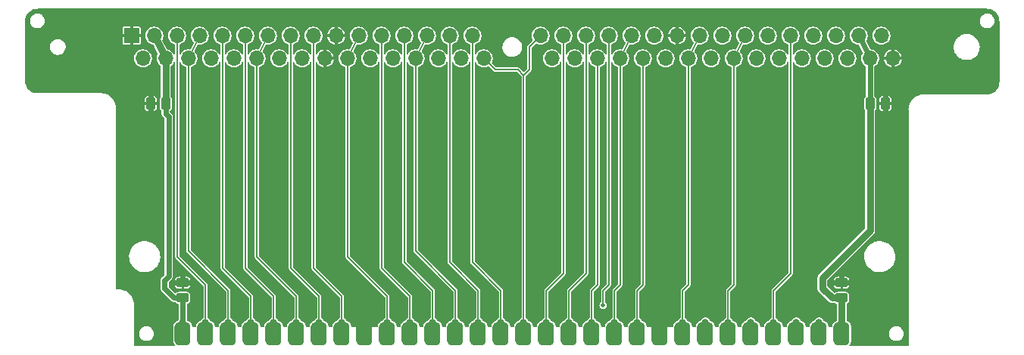
<source format=gtl>
G04 #@! TF.GenerationSoftware,KiCad,Pcbnew,(6.0.1-0)*
G04 #@! TF.CreationDate,2022-02-13T03:47:25-05:00*
G04 #@! TF.ProjectId,Adapter-30,41646170-7465-4722-9d33-302e6b696361,1.0-SOP*
G04 #@! TF.SameCoordinates,Original*
G04 #@! TF.FileFunction,Copper,L1,Top*
G04 #@! TF.FilePolarity,Positive*
%FSLAX46Y46*%
G04 Gerber Fmt 4.6, Leading zero omitted, Abs format (unit mm)*
G04 Created by KiCad (PCBNEW (6.0.1-0)) date 2022-02-13 03:47:25*
%MOMM*%
%LPD*%
G01*
G04 APERTURE LIST*
G04 Aperture macros list*
%AMRoundRect*
0 Rectangle with rounded corners*
0 $1 Rounding radius*
0 $2 $3 $4 $5 $6 $7 $8 $9 X,Y pos of 4 corners*
0 Add a 4 corners polygon primitive as box body*
4,1,4,$2,$3,$4,$5,$6,$7,$8,$9,$2,$3,0*
0 Add four circle primitives for the rounded corners*
1,1,$1+$1,$2,$3*
1,1,$1+$1,$4,$5*
1,1,$1+$1,$6,$7*
1,1,$1+$1,$8,$9*
0 Add four rect primitives between the rounded corners*
20,1,$1+$1,$2,$3,$4,$5,0*
20,1,$1+$1,$4,$5,$6,$7,0*
20,1,$1+$1,$6,$7,$8,$9,0*
20,1,$1+$1,$8,$9,$2,$3,0*%
G04 Aperture macros list end*
G04 #@! TA.AperFunction,ComponentPad*
%ADD10C,0.800000*%
G04 #@! TD*
G04 #@! TA.AperFunction,SMDPad,CuDef*
%ADD11RoundRect,0.444500X-0.444500X-0.825500X0.444500X-0.825500X0.444500X0.825500X-0.444500X0.825500X0*%
G04 #@! TD*
G04 #@! TA.AperFunction,SMDPad,CuDef*
%ADD12RoundRect,0.262500X0.437500X-0.262500X0.437500X0.262500X-0.437500X0.262500X-0.437500X-0.262500X0*%
G04 #@! TD*
G04 #@! TA.AperFunction,SMDPad,CuDef*
%ADD13RoundRect,0.262500X-0.262500X-0.437500X0.262500X-0.437500X0.262500X0.437500X-0.262500X0.437500X0*%
G04 #@! TD*
G04 #@! TA.AperFunction,SMDPad,CuDef*
%ADD14RoundRect,0.262500X0.262500X0.437500X-0.262500X0.437500X-0.262500X-0.437500X0.262500X-0.437500X0*%
G04 #@! TD*
G04 #@! TA.AperFunction,ComponentPad*
%ADD15R,1.700000X1.700000*%
G04 #@! TD*
G04 #@! TA.AperFunction,ComponentPad*
%ADD16O,1.700000X1.700000*%
G04 #@! TD*
G04 #@! TA.AperFunction,ViaPad*
%ADD17C,0.508000*%
G04 #@! TD*
G04 #@! TA.AperFunction,ViaPad*
%ADD18C,0.600000*%
G04 #@! TD*
G04 #@! TA.AperFunction,Conductor*
%ADD19C,0.600000*%
G04 #@! TD*
G04 #@! TA.AperFunction,Conductor*
%ADD20C,0.800000*%
G04 #@! TD*
G04 #@! TA.AperFunction,Conductor*
%ADD21C,0.152400*%
G04 #@! TD*
G04 APERTURE END LIST*
D10*
X157480000Y-98806000D03*
X154940000Y-98806000D03*
X129540000Y-98806000D03*
X144780000Y-98806000D03*
X139700000Y-98806000D03*
X142240000Y-98806000D03*
X137160000Y-98806000D03*
X132080000Y-98806000D03*
X134620000Y-98806000D03*
X152400000Y-98806000D03*
X147320000Y-98806000D03*
X149860000Y-98806000D03*
X127000000Y-98806000D03*
X121920000Y-98806000D03*
X124460000Y-98806000D03*
X119380000Y-98806000D03*
X114300000Y-98806000D03*
X116840000Y-98806000D03*
X111760000Y-98806000D03*
X106680000Y-98806000D03*
X109220000Y-98806000D03*
X101600000Y-98806000D03*
X104140000Y-98806000D03*
X99060000Y-98806000D03*
X96520000Y-98806000D03*
X91440000Y-98806000D03*
X93980000Y-98806000D03*
X83820000Y-98806000D03*
X86360000Y-98806000D03*
D11*
X144780000Y-100076000D03*
X119380000Y-100076000D03*
X157480000Y-100076000D03*
X152400000Y-100076000D03*
X149860000Y-100076000D03*
X101600000Y-100076000D03*
X99060000Y-100076000D03*
X124460000Y-100076000D03*
X96520000Y-100076000D03*
X137160000Y-100076000D03*
X106680000Y-100076000D03*
X129540000Y-100076000D03*
X134620000Y-100076000D03*
X127000000Y-100076000D03*
X104140000Y-100076000D03*
X139700000Y-100076000D03*
X132080000Y-100076000D03*
X121920000Y-100076000D03*
X142240000Y-100076000D03*
X88900000Y-100076000D03*
X154940000Y-100076000D03*
X91440000Y-100076000D03*
X116840000Y-100076000D03*
X114300000Y-100076000D03*
X147320000Y-100076000D03*
X111760000Y-100076000D03*
X93980000Y-100076000D03*
X109220000Y-100076000D03*
D10*
X88900000Y-98806000D03*
D11*
X86360000Y-100076000D03*
X83820000Y-100076000D03*
D12*
X83820000Y-96075500D03*
X83820000Y-94375500D03*
X157480000Y-96075500D03*
X157480000Y-94375500D03*
D13*
X160655000Y-74295000D03*
X162355000Y-74295000D03*
D14*
X81915000Y-74295000D03*
X80215000Y-74295000D03*
D15*
X78105000Y-66675000D03*
D16*
X79375000Y-69215000D03*
X80645000Y-66675000D03*
X81915000Y-69215000D03*
X83185000Y-66675000D03*
X84455000Y-69215000D03*
X85725000Y-66675000D03*
X86995000Y-69215000D03*
X88265000Y-66675000D03*
X89535000Y-69215000D03*
X90805000Y-66675000D03*
X92075000Y-69215000D03*
X93345000Y-66675000D03*
X94615000Y-69215000D03*
X95885000Y-66675000D03*
X97155000Y-69215000D03*
X98425000Y-66675000D03*
X99695000Y-69215000D03*
X100965000Y-66675000D03*
X102235000Y-69215000D03*
X103505000Y-66675000D03*
X104775000Y-69215000D03*
X106045000Y-66675000D03*
X107315000Y-69215000D03*
X108585000Y-66675000D03*
X109855000Y-69215000D03*
X111125000Y-66675000D03*
X112395000Y-69215000D03*
X113665000Y-66675000D03*
X114935000Y-69215000D03*
X116205000Y-66675000D03*
X117475000Y-69215000D03*
X123825000Y-66675000D03*
X125095000Y-69215000D03*
X126365000Y-66675000D03*
X127635000Y-69215000D03*
X128905000Y-66675000D03*
X130175000Y-69215000D03*
X131445000Y-66675000D03*
X132715000Y-69215000D03*
X133985000Y-66675000D03*
X135255000Y-69215000D03*
X136525000Y-66675000D03*
X137795000Y-69215000D03*
X139065000Y-66675000D03*
X140335000Y-69215000D03*
X141605000Y-66675000D03*
X142875000Y-69215000D03*
X144145000Y-66675000D03*
X145415000Y-69215000D03*
X146685000Y-66675000D03*
X147955000Y-69215000D03*
X149225000Y-66675000D03*
X150495000Y-69215000D03*
X151765000Y-66675000D03*
X153035000Y-69215000D03*
X154305000Y-66675000D03*
X155575000Y-69215000D03*
X156845000Y-66675000D03*
X158115000Y-69215000D03*
X159385000Y-66675000D03*
X160655000Y-69215000D03*
X161925000Y-66675000D03*
X163195000Y-69215000D03*
D17*
X156210000Y-97917000D03*
X153670000Y-97917000D03*
X151130000Y-97917000D03*
X148590000Y-97917000D03*
X146050000Y-97917000D03*
X143510000Y-97917000D03*
X140970000Y-97917000D03*
X138430000Y-97917000D03*
X135890000Y-97917000D03*
X133350000Y-97917000D03*
X130810000Y-97917000D03*
X128270000Y-97917000D03*
X125730000Y-97917000D03*
X123190000Y-97917000D03*
X120650000Y-97917000D03*
X118110000Y-97917000D03*
X115570000Y-97917000D03*
X113030000Y-97917000D03*
X110490000Y-97917000D03*
X107950000Y-97917000D03*
X105410000Y-97917000D03*
X102870000Y-97917000D03*
X100330000Y-97917000D03*
X97790000Y-97917000D03*
X95250000Y-97917000D03*
X92710000Y-97917000D03*
X90170000Y-97917000D03*
X87630000Y-97917000D03*
X164211000Y-83566000D03*
X157734000Y-64389000D03*
X147574000Y-64389000D03*
X137414000Y-64389000D03*
X127000000Y-64389000D03*
X117094000Y-64389000D03*
X83566000Y-64389000D03*
X93726000Y-64389000D03*
X103886000Y-64389000D03*
X77089000Y-83566000D03*
X172466000Y-64389000D03*
X79121000Y-94742000D03*
X161798000Y-100711000D03*
X174371000Y-66294000D03*
X79121000Y-97282000D03*
X152654000Y-64389000D03*
X142494000Y-64389000D03*
X132334000Y-64389000D03*
X122047000Y-64389000D03*
X68834000Y-64389000D03*
X66929000Y-66294000D03*
X88646000Y-64389000D03*
X108966000Y-64389000D03*
X113030000Y-64389000D03*
X77089000Y-93726000D03*
X164211000Y-93726000D03*
X164211000Y-98298000D03*
X98806000Y-64389000D03*
X122555000Y-72136000D03*
X129540000Y-72136000D03*
X135890000Y-72136000D03*
X110490000Y-72136000D03*
X101600000Y-72136000D03*
X113030000Y-72136000D03*
X125730000Y-72136000D03*
X85090000Y-72136000D03*
X99060000Y-72136000D03*
X95250000Y-72136000D03*
X102870000Y-72136000D03*
X91440000Y-72136000D03*
X83820000Y-72136000D03*
X133985000Y-72136000D03*
X121285000Y-72136000D03*
X140970000Y-72136000D03*
X144780000Y-72136000D03*
X139700000Y-72136000D03*
X151130000Y-72136000D03*
X87630000Y-72136000D03*
X105410000Y-72136000D03*
X146050000Y-72136000D03*
X89535000Y-72136000D03*
X130810000Y-72136000D03*
X97155000Y-72136000D03*
X116840000Y-72136000D03*
X92710000Y-72136000D03*
X127635000Y-72136000D03*
X109220000Y-72136000D03*
X152400000Y-72136000D03*
X114935000Y-72136000D03*
X132080000Y-72136000D03*
X107315000Y-72136000D03*
X121920000Y-70358000D03*
D18*
X156337000Y-94551500D03*
X80391000Y-75438000D03*
X83820000Y-93408500D03*
X158623000Y-94551500D03*
X157480000Y-93408500D03*
X162179000Y-75438000D03*
X162179000Y-73152000D03*
X80391000Y-73152000D03*
X82677000Y-94551500D03*
X84963000Y-94551500D03*
D17*
X130810000Y-96901000D03*
D19*
X83820000Y-98806000D02*
X83820000Y-96075500D01*
X81915000Y-74295000D02*
X81915000Y-75438000D01*
X81915000Y-75438000D02*
X82232500Y-75755500D01*
X82232500Y-75755500D02*
X82232500Y-93662500D01*
X82232500Y-93662500D02*
X81788000Y-94107000D01*
X81788000Y-94107000D02*
X81788000Y-94996000D01*
X81788000Y-94996000D02*
X82867500Y-96075500D01*
X82867500Y-96075500D02*
X83820000Y-96075500D01*
D20*
X156400500Y-96075500D02*
X157480000Y-96075500D01*
X156400500Y-96075500D02*
X155321000Y-94996000D01*
X155321000Y-93853000D02*
X160655000Y-88519000D01*
X155321000Y-94996000D02*
X155321000Y-93853000D01*
X160655000Y-88519000D02*
X160655000Y-74295000D01*
D21*
X130810000Y-96901000D02*
X130810000Y-95250000D01*
X131445000Y-94615000D02*
X131445000Y-66675000D01*
X130810000Y-95250000D02*
X131445000Y-94615000D01*
D20*
X81915000Y-69215000D02*
X81915000Y-74295000D01*
X80645000Y-66675000D02*
X81915000Y-69215000D01*
D19*
X160655000Y-69215000D02*
X159385000Y-66675000D01*
X160655000Y-74295000D02*
X160655000Y-69215000D01*
D20*
X157480000Y-96075500D02*
X157480000Y-98806000D01*
D21*
X88900000Y-98806000D02*
X88900000Y-95250000D01*
X88900000Y-95250000D02*
X84455000Y-90805000D01*
X84455000Y-90805000D02*
X84455000Y-69215000D01*
X88900000Y-100076000D02*
X88900000Y-98806000D01*
X85725000Y-66675000D02*
X84455000Y-69215000D01*
X93345000Y-66675000D02*
X92075000Y-69215000D01*
X92075000Y-69215000D02*
X92075000Y-91440000D01*
X96520000Y-100076000D02*
X96520000Y-98552000D01*
X96520000Y-95885000D02*
X96520000Y-100076000D01*
X92075000Y-91440000D02*
X96520000Y-95885000D01*
X134620000Y-95250000D02*
X134620000Y-98806000D01*
X135255000Y-69215000D02*
X135255000Y-94615000D01*
X135255000Y-94615000D02*
X134620000Y-95250000D01*
X149860000Y-100076000D02*
X149860000Y-95250000D01*
X149860000Y-95250000D02*
X151765000Y-93345000D01*
X151765000Y-93345000D02*
X151765000Y-66675000D01*
X86360000Y-94615000D02*
X86360000Y-98806000D01*
X83185000Y-91440000D02*
X86360000Y-94615000D01*
X83185000Y-66675000D02*
X83185000Y-91440000D01*
X103505000Y-66675000D02*
X102235000Y-69215000D01*
X106680000Y-95885000D02*
X102235000Y-91440000D01*
X102235000Y-91440000D02*
X102235000Y-69215000D01*
X106680000Y-98806000D02*
X106680000Y-95885000D01*
X111125000Y-66675000D02*
X109855000Y-69215000D01*
X109855000Y-69215000D02*
X109855000Y-90805000D01*
X109855000Y-90805000D02*
X114300000Y-95250000D01*
X114300000Y-95250000D02*
X114300000Y-98806000D01*
D19*
X83820000Y-94375500D02*
X83820000Y-93408500D01*
X162355000Y-73328000D02*
X162179000Y-73152000D01*
X157480000Y-94375500D02*
X156513000Y-94375500D01*
X84787000Y-94375500D02*
X84963000Y-94551500D01*
X82853000Y-94375500D02*
X82677000Y-94551500D01*
X158447000Y-94375500D02*
X158623000Y-94551500D01*
X80215000Y-75262000D02*
X80391000Y-75438000D01*
X80215000Y-74295000D02*
X80215000Y-73328000D01*
X80215000Y-74295000D02*
X80215000Y-75262000D01*
X80215000Y-73328000D02*
X80391000Y-73152000D01*
X83820000Y-94375500D02*
X82853000Y-94375500D01*
X157480000Y-94375500D02*
X157480000Y-93408500D01*
X83820000Y-94375500D02*
X84787000Y-94375500D01*
X157480000Y-94375500D02*
X158447000Y-94375500D01*
X162355000Y-74295000D02*
X162355000Y-73328000D01*
X156513000Y-94375500D02*
X156337000Y-94551500D01*
X162355000Y-74295000D02*
X162355000Y-75262000D01*
X162355000Y-75262000D02*
X162179000Y-75438000D01*
D21*
X118745000Y-70485000D02*
X117475000Y-69215000D01*
X121285000Y-70485000D02*
X118745000Y-70485000D01*
X121920000Y-100076000D02*
X121920000Y-71120000D01*
X123825000Y-66675000D02*
X122555000Y-67945000D01*
X121920000Y-71120000D02*
X121285000Y-70485000D01*
X122555000Y-70485000D02*
X121920000Y-71120000D01*
X122555000Y-67945000D02*
X122555000Y-70485000D01*
X133985000Y-66675000D02*
X132715000Y-69215000D01*
X132715000Y-94615000D02*
X132080000Y-95250000D01*
X132715000Y-69215000D02*
X132715000Y-94615000D01*
X132080000Y-95250000D02*
X132080000Y-98806000D01*
X141605000Y-66675000D02*
X140335000Y-69215000D01*
X139700000Y-100076000D02*
X139700000Y-95250000D01*
X140335000Y-94615000D02*
X140335000Y-69215000D01*
X139700000Y-95250000D02*
X140335000Y-94615000D01*
X146685000Y-66675000D02*
X145415000Y-69215000D01*
X144780000Y-95250000D02*
X144780000Y-98806000D01*
X145415000Y-94615000D02*
X144780000Y-95250000D01*
X145415000Y-69215000D02*
X145415000Y-94615000D01*
X88265000Y-92710000D02*
X91440000Y-95885000D01*
X91440000Y-95885000D02*
X91440000Y-98806000D01*
X88265000Y-66675000D02*
X88265000Y-92710000D01*
X93980000Y-100076000D02*
X93980000Y-95885000D01*
X90805000Y-92710000D02*
X90805000Y-66675000D01*
X93980000Y-95885000D02*
X90805000Y-92710000D01*
X95885000Y-92710000D02*
X99060000Y-95885000D01*
X95885000Y-66675000D02*
X95885000Y-92710000D01*
X99060000Y-95885000D02*
X99060000Y-98806000D01*
X101600000Y-95885000D02*
X98425000Y-92710000D01*
X101600000Y-100076000D02*
X101600000Y-95885000D01*
X98425000Y-92710000D02*
X98425000Y-66675000D01*
X109220000Y-95885000D02*
X109220000Y-98806000D01*
X106045000Y-66675000D02*
X106045000Y-92710000D01*
X106045000Y-92710000D02*
X109220000Y-95885000D01*
X111760000Y-95250000D02*
X108585000Y-92075000D01*
X111760000Y-100076000D02*
X111760000Y-95250000D01*
X108585000Y-92075000D02*
X108585000Y-66675000D01*
X116840000Y-95250000D02*
X113665000Y-92075000D01*
X113665000Y-92075000D02*
X113665000Y-66675000D01*
X116840000Y-100076000D02*
X116840000Y-95250000D01*
X119380000Y-95250000D02*
X119380000Y-98806000D01*
X116205000Y-92075000D02*
X119380000Y-95250000D01*
X116205000Y-66675000D02*
X116205000Y-92075000D01*
X124460000Y-95250000D02*
X124460000Y-100076000D01*
X126365000Y-93345000D02*
X124460000Y-95250000D01*
X126365000Y-66675000D02*
X126365000Y-93345000D01*
X127000000Y-100076000D02*
X127000000Y-95250000D01*
X128905000Y-93345000D02*
X128905000Y-66675000D01*
X127000000Y-95250000D02*
X128905000Y-93345000D01*
X130175000Y-94615000D02*
X129540000Y-95250000D01*
X129540000Y-95250000D02*
X129540000Y-98806000D01*
X130175000Y-69215000D02*
X130175000Y-94615000D01*
G04 #@! TA.AperFunction,Conductor*
G36*
X173725495Y-63654961D02*
G01*
X173736000Y-63657776D01*
X173745564Y-63655214D01*
X173755464Y-63655214D01*
X173755464Y-63655455D01*
X173764390Y-63654635D01*
X173944666Y-63668823D01*
X173956321Y-63670669D01*
X174154090Y-63718149D01*
X174165312Y-63721795D01*
X174353225Y-63799630D01*
X174363740Y-63804988D01*
X174537163Y-63911262D01*
X174546710Y-63918198D01*
X174701368Y-64050289D01*
X174709711Y-64058632D01*
X174841802Y-64213290D01*
X174848738Y-64222837D01*
X174955012Y-64396260D01*
X174960370Y-64406775D01*
X175038205Y-64594688D01*
X175041851Y-64605910D01*
X175089331Y-64803679D01*
X175091177Y-64815334D01*
X175105365Y-64995610D01*
X175104545Y-65004536D01*
X175104786Y-65004536D01*
X175104786Y-65014436D01*
X175102224Y-65024000D01*
X175105039Y-65034505D01*
X175107600Y-65053962D01*
X175107600Y-71852038D01*
X175105039Y-71871495D01*
X175102224Y-71882000D01*
X175104786Y-71891564D01*
X175104786Y-71901464D01*
X175104545Y-71901464D01*
X175105365Y-71910390D01*
X175091177Y-72090666D01*
X175089331Y-72102321D01*
X175041851Y-72300090D01*
X175038205Y-72311312D01*
X174960370Y-72499225D01*
X174955012Y-72509740D01*
X174848738Y-72683163D01*
X174841802Y-72692710D01*
X174709711Y-72847368D01*
X174701368Y-72855711D01*
X174546710Y-72987802D01*
X174537163Y-72994738D01*
X174363740Y-73101012D01*
X174353225Y-73106370D01*
X174165312Y-73184205D01*
X174154090Y-73187851D01*
X173956321Y-73235331D01*
X173944666Y-73237177D01*
X173764390Y-73251365D01*
X173755464Y-73250545D01*
X173755464Y-73250786D01*
X173745564Y-73250786D01*
X173736000Y-73248224D01*
X173725495Y-73251039D01*
X173706038Y-73253600D01*
X166653962Y-73253600D01*
X166634505Y-73251039D01*
X166624000Y-73248224D01*
X166618431Y-73249716D01*
X166542328Y-73255159D01*
X166387492Y-73266233D01*
X166387486Y-73266234D01*
X166384814Y-73266425D01*
X166150497Y-73317397D01*
X166147980Y-73318336D01*
X166147976Y-73318337D01*
X165928330Y-73400261D01*
X165928325Y-73400263D01*
X165925819Y-73401198D01*
X165715355Y-73516120D01*
X165523387Y-73659825D01*
X165353825Y-73829387D01*
X165210120Y-74021355D01*
X165095198Y-74231819D01*
X165094263Y-74234325D01*
X165094261Y-74234330D01*
X165057783Y-74332131D01*
X165011397Y-74456497D01*
X164960425Y-74690814D01*
X164960234Y-74693486D01*
X164960233Y-74693492D01*
X164953510Y-74787492D01*
X164943716Y-74924431D01*
X164942224Y-74930000D01*
X164945039Y-74940505D01*
X164947600Y-74959962D01*
X164947600Y-101372400D01*
X164930007Y-101420738D01*
X164885458Y-101446458D01*
X164872400Y-101447600D01*
X158410960Y-101447600D01*
X158362622Y-101430007D01*
X158336902Y-101385458D01*
X158345835Y-101334800D01*
X158351300Y-101326621D01*
X158443330Y-101206685D01*
X158443332Y-101206681D01*
X158446328Y-101202777D01*
X158506523Y-101057453D01*
X158507167Y-101052566D01*
X158521580Y-100943088D01*
X158521580Y-100943083D01*
X158521900Y-100940655D01*
X158521899Y-100029591D01*
X162745922Y-100029591D01*
X162755321Y-100208921D01*
X162756403Y-100212848D01*
X162756403Y-100212850D01*
X162780291Y-100299573D01*
X162803008Y-100382049D01*
X162804908Y-100385653D01*
X162804909Y-100385655D01*
X162884858Y-100537291D01*
X162886760Y-100540898D01*
X162889386Y-100544005D01*
X162889389Y-100544010D01*
X162949237Y-100614830D01*
X163002668Y-100678058D01*
X163145326Y-100787128D01*
X163308077Y-100863020D01*
X163483328Y-100902193D01*
X163488819Y-100902500D01*
X163620866Y-100902500D01*
X163622889Y-100902280D01*
X163622893Y-100902280D01*
X163689105Y-100895087D01*
X163754525Y-100887980D01*
X163924722Y-100830703D01*
X163928208Y-100828608D01*
X163928211Y-100828607D01*
X164075158Y-100740311D01*
X164078648Y-100738214D01*
X164209123Y-100614830D01*
X164310060Y-100466306D01*
X164376748Y-100299573D01*
X164406078Y-100122409D01*
X164396679Y-99943079D01*
X164372817Y-99856447D01*
X164350074Y-99773878D01*
X164350073Y-99773875D01*
X164348992Y-99769951D01*
X164302793Y-99682326D01*
X164267142Y-99614709D01*
X164267141Y-99614707D01*
X164265240Y-99611102D01*
X164262614Y-99607995D01*
X164262611Y-99607990D01*
X164151959Y-99477051D01*
X164149332Y-99473942D01*
X164015324Y-99371485D01*
X164009906Y-99367343D01*
X164006674Y-99364872D01*
X163843923Y-99288980D01*
X163833182Y-99286579D01*
X163802397Y-99279698D01*
X163668672Y-99249807D01*
X163663181Y-99249500D01*
X163531134Y-99249500D01*
X163529111Y-99249720D01*
X163529107Y-99249720D01*
X163476851Y-99255397D01*
X163397475Y-99264020D01*
X163227278Y-99321297D01*
X163223792Y-99323392D01*
X163223789Y-99323393D01*
X163136594Y-99375786D01*
X163073352Y-99413786D01*
X162942877Y-99537170D01*
X162841940Y-99685694D01*
X162775252Y-99852427D01*
X162745922Y-100029591D01*
X158521899Y-100029591D01*
X158521899Y-99211346D01*
X158506523Y-99094547D01*
X158446328Y-98949222D01*
X158350571Y-98824429D01*
X158346664Y-98821431D01*
X158229685Y-98731670D01*
X158229681Y-98731668D01*
X158225777Y-98728672D01*
X158080453Y-98668477D01*
X158081375Y-98666250D01*
X158046502Y-98641834D01*
X158032900Y-98598698D01*
X158032900Y-96791498D01*
X158050493Y-96743160D01*
X158073960Y-96724494D01*
X158159433Y-96680944D01*
X158159434Y-96680943D01*
X158164710Y-96678255D01*
X158257755Y-96585210D01*
X158285023Y-96531694D01*
X158314806Y-96473240D01*
X158314806Y-96473239D01*
X158317493Y-96467966D01*
X158326266Y-96412576D01*
X158332438Y-96373610D01*
X158332438Y-96373608D01*
X158332900Y-96370692D01*
X158332900Y-95780308D01*
X158317493Y-95683034D01*
X158257755Y-95565790D01*
X158164710Y-95472745D01*
X158159434Y-95470057D01*
X158159433Y-95470056D01*
X158052740Y-95415694D01*
X158052739Y-95415694D01*
X158047466Y-95413007D01*
X158001983Y-95405803D01*
X157953110Y-95398062D01*
X157953108Y-95398062D01*
X157950192Y-95397600D01*
X157009808Y-95397600D01*
X157006892Y-95398062D01*
X157006890Y-95398062D01*
X156958017Y-95405803D01*
X156912534Y-95413007D01*
X156907261Y-95415694D01*
X156907260Y-95415694D01*
X156800567Y-95470056D01*
X156800566Y-95470057D01*
X156795290Y-95472745D01*
X156767461Y-95500574D01*
X156720841Y-95522314D01*
X156714287Y-95522600D01*
X156660666Y-95522600D01*
X156612328Y-95505007D01*
X156607492Y-95500574D01*
X155895926Y-94789008D01*
X155874186Y-94742388D01*
X155873900Y-94735834D01*
X155873900Y-94667700D01*
X156627600Y-94667700D01*
X156628062Y-94673572D01*
X156642062Y-94761962D01*
X156645675Y-94773082D01*
X156699966Y-94879635D01*
X156706845Y-94889102D01*
X156791398Y-94973655D01*
X156800865Y-94980534D01*
X156907418Y-95034825D01*
X156918538Y-95038438D01*
X157006928Y-95052438D01*
X157012800Y-95052900D01*
X157316741Y-95052900D01*
X157326898Y-95049203D01*
X157330000Y-95043831D01*
X157330000Y-95039641D01*
X157630000Y-95039641D01*
X157633697Y-95049798D01*
X157639069Y-95052900D01*
X157947200Y-95052900D01*
X157953072Y-95052438D01*
X158041462Y-95038438D01*
X158052582Y-95034825D01*
X158159135Y-94980534D01*
X158168602Y-94973655D01*
X158253155Y-94889102D01*
X158260034Y-94879635D01*
X158314325Y-94773082D01*
X158317938Y-94761962D01*
X158331938Y-94673572D01*
X158332400Y-94667700D01*
X158332400Y-94538759D01*
X158328703Y-94528602D01*
X158323331Y-94525500D01*
X157643259Y-94525500D01*
X157633102Y-94529197D01*
X157630000Y-94534569D01*
X157630000Y-95039641D01*
X157330000Y-95039641D01*
X157330000Y-94538759D01*
X157326303Y-94528602D01*
X157320931Y-94525500D01*
X156640859Y-94525500D01*
X156630702Y-94529197D01*
X156627600Y-94534569D01*
X156627600Y-94667700D01*
X155873900Y-94667700D01*
X155873900Y-94212241D01*
X156627600Y-94212241D01*
X156631297Y-94222398D01*
X156636669Y-94225500D01*
X157316741Y-94225500D01*
X157326898Y-94221803D01*
X157330000Y-94216431D01*
X157330000Y-94212241D01*
X157630000Y-94212241D01*
X157633697Y-94222398D01*
X157639069Y-94225500D01*
X158319141Y-94225500D01*
X158329298Y-94221803D01*
X158332400Y-94216431D01*
X158332400Y-94083300D01*
X158331938Y-94077428D01*
X158317938Y-93989038D01*
X158314325Y-93977918D01*
X158260034Y-93871365D01*
X158253155Y-93861898D01*
X158168602Y-93777345D01*
X158159135Y-93770466D01*
X158052582Y-93716175D01*
X158041462Y-93712562D01*
X157953072Y-93698562D01*
X157947200Y-93698100D01*
X157643259Y-93698100D01*
X157633102Y-93701797D01*
X157630000Y-93707169D01*
X157630000Y-94212241D01*
X157330000Y-94212241D01*
X157330000Y-93711359D01*
X157326303Y-93701202D01*
X157320931Y-93698100D01*
X157012800Y-93698100D01*
X157006928Y-93698562D01*
X156918538Y-93712562D01*
X156907418Y-93716175D01*
X156800865Y-93770466D01*
X156791398Y-93777345D01*
X156706845Y-93861898D01*
X156699966Y-93871365D01*
X156645675Y-93977918D01*
X156642062Y-93989038D01*
X156628062Y-94077428D01*
X156627600Y-94083300D01*
X156627600Y-94212241D01*
X155873900Y-94212241D01*
X155873900Y-94113167D01*
X155891493Y-94064829D01*
X155895926Y-94059993D01*
X158561592Y-91394327D01*
X159990319Y-91394327D01*
X159990829Y-91404937D01*
X160002726Y-91652635D01*
X160003271Y-91655373D01*
X160003271Y-91655376D01*
X160052633Y-91903533D01*
X160053178Y-91906272D01*
X160140565Y-92149666D01*
X160156397Y-92179131D01*
X160259018Y-92370117D01*
X160262968Y-92377469D01*
X160417699Y-92584678D01*
X160419681Y-92586643D01*
X160419683Y-92586645D01*
X160599374Y-92764775D01*
X160599380Y-92764780D01*
X160601357Y-92766740D01*
X160809908Y-92919657D01*
X161038771Y-93040067D01*
X161282918Y-93125327D01*
X161285658Y-93125847D01*
X161285661Y-93125848D01*
X161425622Y-93152420D01*
X161536985Y-93173563D01*
X161647792Y-93177917D01*
X161792606Y-93183607D01*
X161792612Y-93183607D01*
X161795392Y-93183716D01*
X161967795Y-93164835D01*
X162049687Y-93155867D01*
X162049690Y-93155867D01*
X162052461Y-93155563D01*
X162055158Y-93154853D01*
X162299841Y-93090433D01*
X162299845Y-93090432D01*
X162302544Y-93089721D01*
X162540149Y-92987638D01*
X162760055Y-92851556D01*
X162957432Y-92684464D01*
X163127942Y-92490034D01*
X163267842Y-92272537D01*
X163276474Y-92253376D01*
X163358638Y-92070976D01*
X163374056Y-92036750D01*
X163396969Y-91955509D01*
X163443497Y-91790530D01*
X163444252Y-91787853D01*
X163444603Y-91785094D01*
X163476651Y-91533181D01*
X163476652Y-91533173D01*
X163476888Y-91531315D01*
X163479279Y-91440000D01*
X163460114Y-91182105D01*
X163403040Y-90929876D01*
X163309312Y-90688853D01*
X163287373Y-90650467D01*
X163232873Y-90555113D01*
X163180987Y-90464332D01*
X163179266Y-90462149D01*
X163179262Y-90462143D01*
X163022614Y-90263436D01*
X163020886Y-90261244D01*
X162987802Y-90230121D01*
X162834553Y-90085960D01*
X162832525Y-90084052D01*
X162620042Y-89936648D01*
X162388106Y-89822269D01*
X162385452Y-89821420D01*
X162385446Y-89821417D01*
X162144467Y-89744279D01*
X162144465Y-89744278D01*
X162141811Y-89743429D01*
X161886568Y-89701860D01*
X161883781Y-89701824D01*
X161883775Y-89701823D01*
X161757276Y-89700168D01*
X161627984Y-89698475D01*
X161625215Y-89698852D01*
X161625213Y-89698852D01*
X161430280Y-89725382D01*
X161371740Y-89733349D01*
X161123466Y-89805714D01*
X161120937Y-89806880D01*
X161120934Y-89806881D01*
X161089403Y-89821417D01*
X160888614Y-89913982D01*
X160672346Y-90055774D01*
X160479411Y-90227975D01*
X160314048Y-90426802D01*
X160179891Y-90647887D01*
X160178810Y-90650466D01*
X160178809Y-90650467D01*
X160144978Y-90731144D01*
X160079885Y-90886373D01*
X160016228Y-91137022D01*
X159990319Y-91394327D01*
X158561592Y-91394327D01*
X161036075Y-88919844D01*
X161038348Y-88917664D01*
X161081245Y-88878218D01*
X161085022Y-88874745D01*
X161109324Y-88835549D01*
X161113335Y-88829713D01*
X161138123Y-88797056D01*
X161141223Y-88792972D01*
X161148468Y-88774673D01*
X161154475Y-88762729D01*
X161162146Y-88750357D01*
X161164848Y-88745999D01*
X161177716Y-88701707D01*
X161180011Y-88695004D01*
X161195100Y-88656893D01*
X161196988Y-88652125D01*
X161199046Y-88632548D01*
X161201619Y-88619432D01*
X161206013Y-88604307D01*
X161207111Y-88600529D01*
X161207900Y-88589785D01*
X161207900Y-88552241D01*
X161208312Y-88544381D01*
X161212286Y-88506569D01*
X161212822Y-88501470D01*
X161208953Y-88478595D01*
X161207900Y-88466055D01*
X161207900Y-75060713D01*
X161225493Y-75012375D01*
X161229926Y-75007539D01*
X161257755Y-74979710D01*
X161317493Y-74862466D01*
X161325249Y-74813498D01*
X161332438Y-74768110D01*
X161332438Y-74768108D01*
X161332900Y-74765192D01*
X161332900Y-74762200D01*
X161677600Y-74762200D01*
X161678062Y-74768072D01*
X161692062Y-74856462D01*
X161695675Y-74867582D01*
X161749966Y-74974135D01*
X161756845Y-74983602D01*
X161841398Y-75068155D01*
X161850865Y-75075034D01*
X161957418Y-75129325D01*
X161968538Y-75132938D01*
X162056928Y-75146938D01*
X162062800Y-75147400D01*
X162191741Y-75147400D01*
X162201898Y-75143703D01*
X162205000Y-75138331D01*
X162205000Y-75134141D01*
X162505000Y-75134141D01*
X162508697Y-75144298D01*
X162514069Y-75147400D01*
X162647200Y-75147400D01*
X162653072Y-75146938D01*
X162741462Y-75132938D01*
X162752582Y-75129325D01*
X162859135Y-75075034D01*
X162868602Y-75068155D01*
X162953155Y-74983602D01*
X162960034Y-74974135D01*
X163014325Y-74867582D01*
X163017938Y-74856462D01*
X163031938Y-74768072D01*
X163032400Y-74762200D01*
X163032400Y-74458259D01*
X163028703Y-74448102D01*
X163023331Y-74445000D01*
X162518259Y-74445000D01*
X162508102Y-74448697D01*
X162505000Y-74454069D01*
X162505000Y-75134141D01*
X162205000Y-75134141D01*
X162205000Y-74458259D01*
X162201303Y-74448102D01*
X162195931Y-74445000D01*
X161690859Y-74445000D01*
X161680702Y-74448697D01*
X161677600Y-74454069D01*
X161677600Y-74762200D01*
X161332900Y-74762200D01*
X161332900Y-74131741D01*
X161677600Y-74131741D01*
X161681297Y-74141898D01*
X161686669Y-74145000D01*
X162191741Y-74145000D01*
X162201898Y-74141303D01*
X162205000Y-74135931D01*
X162205000Y-74131741D01*
X162505000Y-74131741D01*
X162508697Y-74141898D01*
X162514069Y-74145000D01*
X163019141Y-74145000D01*
X163029298Y-74141303D01*
X163032400Y-74135931D01*
X163032400Y-73827800D01*
X163031938Y-73821928D01*
X163017938Y-73733538D01*
X163014325Y-73722418D01*
X162960034Y-73615865D01*
X162953155Y-73606398D01*
X162868602Y-73521845D01*
X162859135Y-73514966D01*
X162752582Y-73460675D01*
X162741462Y-73457062D01*
X162653072Y-73443062D01*
X162647200Y-73442600D01*
X162518259Y-73442600D01*
X162508102Y-73446297D01*
X162505000Y-73451669D01*
X162505000Y-74131741D01*
X162205000Y-74131741D01*
X162205000Y-73455859D01*
X162201303Y-73445702D01*
X162195931Y-73442600D01*
X162062800Y-73442600D01*
X162056928Y-73443062D01*
X161968538Y-73457062D01*
X161957418Y-73460675D01*
X161850865Y-73514966D01*
X161841398Y-73521845D01*
X161756845Y-73606398D01*
X161749966Y-73615865D01*
X161695675Y-73722418D01*
X161692062Y-73733538D01*
X161678062Y-73821928D01*
X161677600Y-73827800D01*
X161677600Y-74131741D01*
X161332900Y-74131741D01*
X161332900Y-73824808D01*
X161317493Y-73727534D01*
X161257755Y-73610290D01*
X161164710Y-73517245D01*
X161148960Y-73509220D01*
X161113878Y-73471599D01*
X161107900Y-73442216D01*
X161107900Y-70156125D01*
X161125493Y-70107787D01*
X161149194Y-70089003D01*
X161191697Y-70067533D01*
X161191698Y-70067532D01*
X161194981Y-70065874D01*
X161349966Y-69944786D01*
X161478480Y-69795901D01*
X161555831Y-69659739D01*
X161573810Y-69628091D01*
X161573812Y-69628088D01*
X161575628Y-69624890D01*
X161637710Y-69438266D01*
X161645965Y-69372918D01*
X162202290Y-69372918D01*
X162203990Y-69393161D01*
X162205312Y-69400363D01*
X162257470Y-69582261D01*
X162260164Y-69589063D01*
X162346657Y-69757363D01*
X162350623Y-69763518D01*
X162468164Y-69911817D01*
X162473240Y-69917074D01*
X162617355Y-70039725D01*
X162623353Y-70043894D01*
X162788537Y-70136211D01*
X162795250Y-70139144D01*
X162975210Y-70197616D01*
X162982358Y-70199188D01*
X163031835Y-70205088D01*
X163042356Y-70202620D01*
X163045000Y-70199086D01*
X163045000Y-70195605D01*
X163345000Y-70195605D01*
X163348697Y-70205762D01*
X163353003Y-70208248D01*
X163366240Y-70207230D01*
X163373446Y-70205960D01*
X163555701Y-70155073D01*
X163562534Y-70152422D01*
X163731428Y-70067108D01*
X163737611Y-70063184D01*
X163886720Y-69946687D01*
X163892023Y-69941637D01*
X164015664Y-69798397D01*
X164019886Y-69792412D01*
X164113354Y-69627880D01*
X164116328Y-69621200D01*
X164176059Y-69441641D01*
X164177680Y-69434507D01*
X164184799Y-69378154D01*
X164182405Y-69367614D01*
X164178961Y-69365000D01*
X163358259Y-69365000D01*
X163348102Y-69368697D01*
X163345000Y-69374069D01*
X163345000Y-70195605D01*
X163045000Y-70195605D01*
X163045000Y-69378259D01*
X163041303Y-69368102D01*
X163035931Y-69365000D01*
X162214884Y-69365000D01*
X162204727Y-69368697D01*
X162202290Y-69372918D01*
X161645965Y-69372918D01*
X161662360Y-69243138D01*
X161662753Y-69215000D01*
X161662548Y-69212907D01*
X161646754Y-69051821D01*
X162204574Y-69051821D01*
X162207117Y-69062330D01*
X162210738Y-69065000D01*
X163031741Y-69065000D01*
X163041898Y-69061303D01*
X163045000Y-69055931D01*
X163045000Y-69051741D01*
X163345000Y-69051741D01*
X163348697Y-69061898D01*
X163354069Y-69065000D01*
X164174283Y-69065000D01*
X164184440Y-69061303D01*
X164186782Y-69057247D01*
X164183427Y-69023024D01*
X164182001Y-69015828D01*
X164127312Y-68834688D01*
X164124524Y-68827922D01*
X164035684Y-68660839D01*
X164031639Y-68654751D01*
X163912041Y-68508109D01*
X163906878Y-68502910D01*
X163761078Y-68382294D01*
X163755016Y-68378205D01*
X163588557Y-68288201D01*
X163581813Y-68285366D01*
X163401049Y-68229410D01*
X163393879Y-68227939D01*
X163358186Y-68224187D01*
X163347699Y-68226801D01*
X163345000Y-68230517D01*
X163345000Y-69051741D01*
X163045000Y-69051741D01*
X163045000Y-68235325D01*
X163041303Y-68225168D01*
X163037165Y-68222779D01*
X163009917Y-68225258D01*
X163002733Y-68226629D01*
X162821208Y-68280055D01*
X162814421Y-68282797D01*
X162646721Y-68370468D01*
X162640603Y-68374472D01*
X162493128Y-68493044D01*
X162487903Y-68498161D01*
X162366266Y-68643122D01*
X162362132Y-68649160D01*
X162270975Y-68814975D01*
X162268088Y-68821711D01*
X162210874Y-69002074D01*
X162209351Y-69009239D01*
X162204574Y-69051821D01*
X161646754Y-69051821D01*
X161643921Y-69022927D01*
X161643920Y-69022922D01*
X161643561Y-69019260D01*
X161586714Y-68830975D01*
X161494379Y-68657318D01*
X161370072Y-68504903D01*
X161218528Y-68379535D01*
X161045520Y-68285990D01*
X160857637Y-68227830D01*
X160698216Y-68211075D01*
X160651983Y-68188526D01*
X160638816Y-68169917D01*
X160577297Y-68046878D01*
X169993070Y-68046878D01*
X169993536Y-68049921D01*
X169993536Y-68049926D01*
X170022187Y-68237160D01*
X170029273Y-68283465D01*
X170030231Y-68286397D01*
X170030232Y-68286400D01*
X170064156Y-68390189D01*
X170103630Y-68510962D01*
X170214145Y-68723259D01*
X170215993Y-68725721D01*
X170215996Y-68725725D01*
X170332700Y-68881160D01*
X170357850Y-68914656D01*
X170360083Y-68916790D01*
X170360084Y-68916791D01*
X170499858Y-69050362D01*
X170530885Y-69080012D01*
X170533426Y-69081745D01*
X170533428Y-69081747D01*
X170648913Y-69160526D01*
X170728604Y-69214887D01*
X170945696Y-69315658D01*
X170988649Y-69327570D01*
X171173359Y-69378795D01*
X171173365Y-69378796D01*
X171176332Y-69379619D01*
X171179398Y-69379947D01*
X171179400Y-69379947D01*
X171369735Y-69400288D01*
X171369741Y-69400288D01*
X171371722Y-69400500D01*
X171510671Y-69400500D01*
X171512214Y-69400373D01*
X171512218Y-69400373D01*
X171611769Y-69392188D01*
X171688536Y-69385877D01*
X171804601Y-69356723D01*
X171917668Y-69328323D01*
X171917670Y-69328322D01*
X171920665Y-69327570D01*
X171923493Y-69326340D01*
X171923497Y-69326339D01*
X172030410Y-69279851D01*
X172140155Y-69232133D01*
X172341110Y-69102130D01*
X172343389Y-69100057D01*
X172343392Y-69100054D01*
X172451069Y-69002074D01*
X172518133Y-68941050D01*
X172666471Y-68753222D01*
X172679615Y-68729413D01*
X172780650Y-68546387D01*
X172782140Y-68543688D01*
X172862034Y-68318075D01*
X172904006Y-68082444D01*
X172905023Y-67999249D01*
X172905442Y-67964891D01*
X172906930Y-67843122D01*
X172902558Y-67814546D01*
X172872105Y-67615542D01*
X172870727Y-67606535D01*
X172868312Y-67599144D01*
X172805407Y-67406687D01*
X172796370Y-67379038D01*
X172685855Y-67166741D01*
X172684007Y-67164279D01*
X172684004Y-67164275D01*
X172544004Y-66977813D01*
X172544003Y-66977811D01*
X172542150Y-66975344D01*
X172523706Y-66957718D01*
X172371343Y-66812117D01*
X172371342Y-66812116D01*
X172369115Y-66809988D01*
X172336692Y-66787870D01*
X172173945Y-66676852D01*
X172171396Y-66675113D01*
X171954304Y-66574342D01*
X171898429Y-66558847D01*
X171726641Y-66511205D01*
X171726635Y-66511204D01*
X171723668Y-66510381D01*
X171720602Y-66510053D01*
X171720600Y-66510053D01*
X171530265Y-66489712D01*
X171530259Y-66489712D01*
X171528278Y-66489500D01*
X171389329Y-66489500D01*
X171387786Y-66489627D01*
X171387782Y-66489627D01*
X171288231Y-66497812D01*
X171211464Y-66504123D01*
X171143068Y-66521303D01*
X170982332Y-66561677D01*
X170982330Y-66561678D01*
X170979335Y-66562430D01*
X170976507Y-66563660D01*
X170976503Y-66563661D01*
X170951939Y-66574342D01*
X170759845Y-66657867D01*
X170558890Y-66787870D01*
X170556611Y-66789943D01*
X170556608Y-66789946D01*
X170487137Y-66853161D01*
X170381867Y-66948950D01*
X170233529Y-67136778D01*
X170232038Y-67139479D01*
X170232036Y-67139482D01*
X170144855Y-67297411D01*
X170117860Y-67346312D01*
X170037966Y-67571925D01*
X169995994Y-67807556D01*
X169995956Y-67810646D01*
X169995956Y-67810649D01*
X169994934Y-67894321D01*
X169993070Y-68046878D01*
X160577297Y-68046878D01*
X160212238Y-67316760D01*
X160206357Y-67265658D01*
X160214113Y-67245986D01*
X160303810Y-67088091D01*
X160303812Y-67088088D01*
X160305628Y-67084890D01*
X160350850Y-66948950D01*
X160366548Y-66901760D01*
X160366549Y-66901757D01*
X160367710Y-66898266D01*
X160392360Y-66703138D01*
X160392753Y-66675000D01*
X160392548Y-66672907D01*
X160391374Y-66660930D01*
X160917345Y-66660930D01*
X160917653Y-66664598D01*
X160917653Y-66664601D01*
X160932363Y-66839771D01*
X160933803Y-66856919D01*
X160988015Y-67045979D01*
X161077916Y-67220908D01*
X161080201Y-67223791D01*
X161121159Y-67275467D01*
X161200083Y-67375044D01*
X161202877Y-67377422D01*
X161202878Y-67377423D01*
X161283388Y-67445942D01*
X161349862Y-67502516D01*
X161353063Y-67504305D01*
X161353066Y-67504307D01*
X161391656Y-67525874D01*
X161521547Y-67598467D01*
X161525044Y-67599603D01*
X161525048Y-67599605D01*
X161614656Y-67628720D01*
X161708600Y-67659244D01*
X161798826Y-67670003D01*
X161900237Y-67682096D01*
X161900239Y-67682096D01*
X161903895Y-67682532D01*
X162099994Y-67667443D01*
X162285879Y-67615543D01*
X162285883Y-67615542D01*
X162285885Y-67615541D01*
X162289428Y-67614552D01*
X162429816Y-67543637D01*
X162461697Y-67527533D01*
X162461698Y-67527532D01*
X162464981Y-67525874D01*
X162619966Y-67404786D01*
X162748480Y-67255901D01*
X162812339Y-67143489D01*
X162843810Y-67088091D01*
X162843812Y-67088088D01*
X162845628Y-67084890D01*
X162890850Y-66948950D01*
X162906548Y-66901760D01*
X162906549Y-66901757D01*
X162907710Y-66898266D01*
X162932360Y-66703138D01*
X162932753Y-66675000D01*
X162932548Y-66672907D01*
X162913921Y-66482927D01*
X162913920Y-66482922D01*
X162913561Y-66479260D01*
X162856714Y-66290975D01*
X162764379Y-66117318D01*
X162640072Y-65964903D01*
X162488528Y-65839535D01*
X162315520Y-65745990D01*
X162127637Y-65687830D01*
X161982729Y-65672600D01*
X161935690Y-65667656D01*
X161935689Y-65667656D01*
X161932035Y-65667272D01*
X161873489Y-65672600D01*
X161739824Y-65684764D01*
X161739823Y-65684764D01*
X161736166Y-65685097D01*
X161732641Y-65686134D01*
X161732638Y-65686135D01*
X161613227Y-65721280D01*
X161547489Y-65740628D01*
X161373192Y-65831748D01*
X161219912Y-65954988D01*
X161093489Y-66105653D01*
X160998739Y-66278004D01*
X160939269Y-66465476D01*
X160917345Y-66660930D01*
X160391374Y-66660930D01*
X160373921Y-66482927D01*
X160373920Y-66482922D01*
X160373561Y-66479260D01*
X160316714Y-66290975D01*
X160224379Y-66117318D01*
X160100072Y-65964903D01*
X159948528Y-65839535D01*
X159775520Y-65745990D01*
X159587637Y-65687830D01*
X159442729Y-65672600D01*
X159395690Y-65667656D01*
X159395689Y-65667656D01*
X159392035Y-65667272D01*
X159333489Y-65672600D01*
X159199824Y-65684764D01*
X159199823Y-65684764D01*
X159196166Y-65685097D01*
X159192641Y-65686134D01*
X159192638Y-65686135D01*
X159073227Y-65721280D01*
X159007489Y-65740628D01*
X158833192Y-65831748D01*
X158679912Y-65954988D01*
X158553489Y-66105653D01*
X158458739Y-66278004D01*
X158399269Y-66465476D01*
X158377345Y-66660930D01*
X158377653Y-66664598D01*
X158377653Y-66664601D01*
X158392363Y-66839771D01*
X158393803Y-66856919D01*
X158448015Y-67045979D01*
X158537916Y-67220908D01*
X158540201Y-67223791D01*
X158581159Y-67275467D01*
X158660083Y-67375044D01*
X158662877Y-67377422D01*
X158662878Y-67377423D01*
X158743388Y-67445942D01*
X158809862Y-67502516D01*
X158813063Y-67504305D01*
X158813066Y-67504307D01*
X158851656Y-67525874D01*
X158981547Y-67598467D01*
X158985044Y-67599603D01*
X158985048Y-67599605D01*
X159074656Y-67628720D01*
X159168600Y-67659244D01*
X159239722Y-67667725D01*
X159343346Y-67680082D01*
X159389261Y-67703275D01*
X159401703Y-67721123D01*
X159827272Y-68572260D01*
X159833153Y-68623362D01*
X159823311Y-68645555D01*
X159823489Y-68645653D01*
X159822345Y-68647733D01*
X159822343Y-68647738D01*
X159821721Y-68648869D01*
X159821719Y-68648872D01*
X159747954Y-68783051D01*
X159728739Y-68818004D01*
X159669269Y-69005476D01*
X159647345Y-69200930D01*
X159647653Y-69204598D01*
X159647653Y-69204601D01*
X159662876Y-69385877D01*
X159663803Y-69396919D01*
X159718015Y-69585979D01*
X159807916Y-69760908D01*
X159930083Y-69915044D01*
X159932877Y-69917422D01*
X159932878Y-69917423D01*
X159967263Y-69946687D01*
X160079862Y-70042516D01*
X160083063Y-70044305D01*
X160083066Y-70044307D01*
X160163587Y-70089308D01*
X160197199Y-70128248D01*
X160202100Y-70154952D01*
X160202100Y-73442216D01*
X160184507Y-73490554D01*
X160161040Y-73509220D01*
X160145290Y-73517245D01*
X160052245Y-73610290D01*
X159992507Y-73727534D01*
X159977100Y-73824808D01*
X159977100Y-74765192D01*
X159977562Y-74768108D01*
X159977562Y-74768110D01*
X159984751Y-74813498D01*
X159992507Y-74862466D01*
X160052245Y-74979710D01*
X160080074Y-75007539D01*
X160101814Y-75054159D01*
X160102100Y-75060713D01*
X160102100Y-88258833D01*
X160084507Y-88307171D01*
X160080074Y-88312007D01*
X154939937Y-93452145D01*
X154937664Y-93454325D01*
X154890978Y-93497255D01*
X154888277Y-93501612D01*
X154888274Y-93501615D01*
X154866672Y-93536455D01*
X154862660Y-93542292D01*
X154837880Y-93574939D01*
X154837878Y-93574943D01*
X154834777Y-93579028D01*
X154832890Y-93583795D01*
X154832889Y-93583796D01*
X154827532Y-93597327D01*
X154821525Y-93609271D01*
X154811152Y-93626001D01*
X154809722Y-93630922D01*
X154809721Y-93630925D01*
X154798284Y-93670293D01*
X154795989Y-93676996D01*
X154779012Y-93719875D01*
X154778476Y-93724974D01*
X154776954Y-93739452D01*
X154774382Y-93752564D01*
X154768889Y-93771471D01*
X154768100Y-93782215D01*
X154768100Y-93819760D01*
X154767688Y-93827620D01*
X154763178Y-93870531D01*
X154764033Y-93875586D01*
X154767047Y-93893406D01*
X154768100Y-93905947D01*
X154768100Y-94982021D01*
X154768034Y-94985170D01*
X154765379Y-95048522D01*
X154775915Y-95093440D01*
X154777201Y-95100386D01*
X154778838Y-95112330D01*
X154782675Y-95140344D01*
X154783461Y-95146084D01*
X154791278Y-95164146D01*
X154795475Y-95176837D01*
X154798622Y-95190256D01*
X154799970Y-95196004D01*
X154819744Y-95231972D01*
X154822190Y-95236422D01*
X154825306Y-95242783D01*
X154843623Y-95285110D01*
X154846848Y-95289093D01*
X154846849Y-95289094D01*
X154856009Y-95300405D01*
X154863467Y-95311504D01*
X154872949Y-95328752D01*
X154875523Y-95331734D01*
X154879080Y-95335856D01*
X154879092Y-95335868D01*
X154879988Y-95336907D01*
X154906532Y-95363451D01*
X154911799Y-95369299D01*
X154938956Y-95402836D01*
X154953268Y-95413007D01*
X154957871Y-95416278D01*
X154967483Y-95424402D01*
X155999656Y-96456575D01*
X156001836Y-96458848D01*
X156044755Y-96505522D01*
X156081654Y-96528400D01*
X156083952Y-96529825D01*
X156089787Y-96533835D01*
X156126528Y-96561723D01*
X156131295Y-96563610D01*
X156131296Y-96563611D01*
X156144827Y-96568968D01*
X156156771Y-96574975D01*
X156173501Y-96585348D01*
X156178422Y-96586778D01*
X156178425Y-96586779D01*
X156217793Y-96598216D01*
X156224496Y-96600511D01*
X156244569Y-96608458D01*
X156267375Y-96617488D01*
X156272472Y-96618024D01*
X156272473Y-96618024D01*
X156286952Y-96619546D01*
X156300068Y-96622119D01*
X156318971Y-96627611D01*
X156329715Y-96628400D01*
X156367252Y-96628400D01*
X156375113Y-96628812D01*
X156418031Y-96633323D01*
X156440912Y-96629453D01*
X156453452Y-96628400D01*
X156714287Y-96628400D01*
X156762625Y-96645993D01*
X156767461Y-96650426D01*
X156795290Y-96678255D01*
X156800566Y-96680943D01*
X156800567Y-96680944D01*
X156886040Y-96724494D01*
X156921122Y-96762115D01*
X156927100Y-96791498D01*
X156927100Y-98598698D01*
X156909507Y-98647036D01*
X156878775Y-98666613D01*
X156879547Y-98668477D01*
X156734222Y-98728672D01*
X156609429Y-98824429D01*
X156606431Y-98828336D01*
X156516670Y-98945315D01*
X156516668Y-98945319D01*
X156513672Y-98949223D01*
X156453477Y-99094547D01*
X156452835Y-99099425D01*
X156452834Y-99099428D01*
X156438420Y-99208911D01*
X156438100Y-99211345D01*
X156438100Y-99242099D01*
X156420507Y-99290437D01*
X156375958Y-99316157D01*
X156363024Y-99317299D01*
X156057223Y-99317802D01*
X156008856Y-99300288D01*
X155983063Y-99255782D01*
X155981899Y-99242602D01*
X155981899Y-99211346D01*
X155966523Y-99094547D01*
X155906328Y-98949222D01*
X155810571Y-98824429D01*
X155806664Y-98821431D01*
X155689685Y-98731670D01*
X155689681Y-98731668D01*
X155685777Y-98728672D01*
X155621531Y-98702060D01*
X155545007Y-98670363D01*
X155545005Y-98670362D01*
X155540453Y-98668477D01*
X155521136Y-98665934D01*
X155475508Y-98642182D01*
X155461475Y-98620155D01*
X155424841Y-98531714D01*
X155422957Y-98527165D01*
X155419961Y-98523261D01*
X155419959Y-98523257D01*
X155337331Y-98415574D01*
X155334333Y-98411667D01*
X155218836Y-98323043D01*
X155131635Y-98286923D01*
X155088890Y-98269217D01*
X155088888Y-98269216D01*
X155084336Y-98267331D01*
X154940000Y-98248329D01*
X154795664Y-98267331D01*
X154791112Y-98269216D01*
X154791110Y-98269217D01*
X154748365Y-98286923D01*
X154661165Y-98323043D01*
X154657261Y-98326039D01*
X154657257Y-98326041D01*
X154549574Y-98408669D01*
X154545667Y-98411667D01*
X154542669Y-98415574D01*
X154460041Y-98523257D01*
X154460039Y-98523261D01*
X154457043Y-98527165D01*
X154455159Y-98531714D01*
X154418525Y-98620155D01*
X154383772Y-98658080D01*
X154358864Y-98665934D01*
X154339547Y-98668477D01*
X154334995Y-98670362D01*
X154334993Y-98670363D01*
X154258073Y-98702224D01*
X154194222Y-98728672D01*
X154069429Y-98824429D01*
X154066431Y-98828336D01*
X153976670Y-98945315D01*
X153976668Y-98945319D01*
X153973672Y-98949223D01*
X153913477Y-99094547D01*
X153912835Y-99099425D01*
X153912834Y-99099428D01*
X153898420Y-99208911D01*
X153898100Y-99211345D01*
X153898100Y-99246277D01*
X153880507Y-99294615D01*
X153835958Y-99320335D01*
X153823029Y-99321477D01*
X153518202Y-99321978D01*
X153517223Y-99321980D01*
X153468856Y-99304466D01*
X153443063Y-99259960D01*
X153441899Y-99246780D01*
X153441899Y-99211346D01*
X153426523Y-99094547D01*
X153366328Y-98949222D01*
X153270571Y-98824429D01*
X153266664Y-98821431D01*
X153149685Y-98731670D01*
X153149681Y-98731668D01*
X153145777Y-98728672D01*
X153081531Y-98702060D01*
X153005007Y-98670363D01*
X153005005Y-98670362D01*
X153000453Y-98668477D01*
X152981136Y-98665934D01*
X152935508Y-98642182D01*
X152921475Y-98620155D01*
X152884841Y-98531714D01*
X152882957Y-98527165D01*
X152879961Y-98523261D01*
X152879959Y-98523257D01*
X152797331Y-98415574D01*
X152794333Y-98411667D01*
X152678836Y-98323043D01*
X152591635Y-98286923D01*
X152548890Y-98269217D01*
X152548888Y-98269216D01*
X152544336Y-98267331D01*
X152400000Y-98248329D01*
X152255664Y-98267331D01*
X152251112Y-98269216D01*
X152251110Y-98269217D01*
X152208365Y-98286923D01*
X152121165Y-98323043D01*
X152117261Y-98326039D01*
X152117257Y-98326041D01*
X152009574Y-98408669D01*
X152005667Y-98411667D01*
X152002669Y-98415574D01*
X151920041Y-98523257D01*
X151920039Y-98523261D01*
X151917043Y-98527165D01*
X151915159Y-98531714D01*
X151878525Y-98620155D01*
X151843772Y-98658080D01*
X151818864Y-98665934D01*
X151799547Y-98668477D01*
X151794995Y-98670362D01*
X151794993Y-98670363D01*
X151718073Y-98702224D01*
X151654222Y-98728672D01*
X151529429Y-98824429D01*
X151526431Y-98828336D01*
X151436670Y-98945315D01*
X151436668Y-98945319D01*
X151433672Y-98949223D01*
X151373477Y-99094547D01*
X151372835Y-99099425D01*
X151372834Y-99099428D01*
X151358420Y-99208911D01*
X151358100Y-99211345D01*
X151358100Y-99250454D01*
X151340507Y-99298792D01*
X151295958Y-99324512D01*
X151283024Y-99325654D01*
X150977223Y-99326157D01*
X150928856Y-99308643D01*
X150903063Y-99264137D01*
X150901899Y-99250957D01*
X150901899Y-99211346D01*
X150886523Y-99094547D01*
X150826328Y-98949222D01*
X150730571Y-98824429D01*
X150726664Y-98821431D01*
X150609685Y-98731670D01*
X150609681Y-98731668D01*
X150605777Y-98728672D01*
X150541531Y-98702060D01*
X150465007Y-98670363D01*
X150465005Y-98670362D01*
X150460453Y-98668477D01*
X150441136Y-98665934D01*
X150395508Y-98642182D01*
X150381475Y-98620155D01*
X150344841Y-98531714D01*
X150342957Y-98527165D01*
X150339961Y-98523261D01*
X150339959Y-98523257D01*
X150257331Y-98415574D01*
X150254333Y-98411667D01*
X150138836Y-98323043D01*
X150134281Y-98321156D01*
X150130013Y-98318692D01*
X150130795Y-98317338D01*
X150097599Y-98286923D01*
X150089100Y-98252195D01*
X150089100Y-95376044D01*
X150106693Y-95327706D01*
X150111126Y-95322870D01*
X151009324Y-94424673D01*
X151921367Y-93512630D01*
X151924222Y-93509920D01*
X151948613Y-93487958D01*
X151954486Y-93482670D01*
X151964551Y-93460064D01*
X151970179Y-93449698D01*
X151979359Y-93435562D01*
X151983662Y-93428936D01*
X151984898Y-93421132D01*
X151984899Y-93421129D01*
X151985014Y-93420404D01*
X151990589Y-93401584D01*
X151990883Y-93400923D01*
X151990883Y-93400921D01*
X151994100Y-93393697D01*
X151994100Y-93368946D01*
X151995026Y-93357183D01*
X151997661Y-93340548D01*
X151997661Y-93340546D01*
X151998897Y-93332741D01*
X151996662Y-93324399D01*
X151994100Y-93304937D01*
X151994100Y-69694622D01*
X152011693Y-69646284D01*
X152056242Y-69620564D01*
X152106900Y-69629497D01*
X152136184Y-69660248D01*
X152187916Y-69760908D01*
X152310083Y-69915044D01*
X152312877Y-69917422D01*
X152312878Y-69917423D01*
X152347263Y-69946687D01*
X152459862Y-70042516D01*
X152463063Y-70044305D01*
X152463066Y-70044307D01*
X152501656Y-70065874D01*
X152631547Y-70138467D01*
X152635044Y-70139603D01*
X152635048Y-70139605D01*
X152727615Y-70169681D01*
X152818600Y-70199244D01*
X152925984Y-70212049D01*
X153010237Y-70222096D01*
X153010239Y-70222096D01*
X153013895Y-70222532D01*
X153209994Y-70207443D01*
X153324061Y-70175595D01*
X153395883Y-70155542D01*
X153395885Y-70155541D01*
X153399428Y-70154552D01*
X153514965Y-70096190D01*
X153571697Y-70067533D01*
X153571698Y-70067532D01*
X153574981Y-70065874D01*
X153729966Y-69944786D01*
X153858480Y-69795901D01*
X153935831Y-69659739D01*
X153953810Y-69628091D01*
X153953812Y-69628088D01*
X153955628Y-69624890D01*
X154017710Y-69438266D01*
X154042360Y-69243138D01*
X154042753Y-69215000D01*
X154042548Y-69212907D01*
X154041374Y-69200930D01*
X154567345Y-69200930D01*
X154567653Y-69204598D01*
X154567653Y-69204601D01*
X154582876Y-69385877D01*
X154583803Y-69396919D01*
X154638015Y-69585979D01*
X154727916Y-69760908D01*
X154850083Y-69915044D01*
X154852877Y-69917422D01*
X154852878Y-69917423D01*
X154887263Y-69946687D01*
X154999862Y-70042516D01*
X155003063Y-70044305D01*
X155003066Y-70044307D01*
X155041656Y-70065874D01*
X155171547Y-70138467D01*
X155175044Y-70139603D01*
X155175048Y-70139605D01*
X155267615Y-70169681D01*
X155358600Y-70199244D01*
X155465984Y-70212049D01*
X155550237Y-70222096D01*
X155550239Y-70222096D01*
X155553895Y-70222532D01*
X155749994Y-70207443D01*
X155864061Y-70175595D01*
X155935883Y-70155542D01*
X155935885Y-70155541D01*
X155939428Y-70154552D01*
X156054965Y-70096190D01*
X156111697Y-70067533D01*
X156111698Y-70067532D01*
X156114981Y-70065874D01*
X156269966Y-69944786D01*
X156398480Y-69795901D01*
X156475831Y-69659739D01*
X156493810Y-69628091D01*
X156493812Y-69628088D01*
X156495628Y-69624890D01*
X156557710Y-69438266D01*
X156582360Y-69243138D01*
X156582753Y-69215000D01*
X156582548Y-69212907D01*
X156581374Y-69200930D01*
X157107345Y-69200930D01*
X157107653Y-69204598D01*
X157107653Y-69204601D01*
X157122876Y-69385877D01*
X157123803Y-69396919D01*
X157178015Y-69585979D01*
X157267916Y-69760908D01*
X157390083Y-69915044D01*
X157392877Y-69917422D01*
X157392878Y-69917423D01*
X157427263Y-69946687D01*
X157539862Y-70042516D01*
X157543063Y-70044305D01*
X157543066Y-70044307D01*
X157581656Y-70065874D01*
X157711547Y-70138467D01*
X157715044Y-70139603D01*
X157715048Y-70139605D01*
X157807615Y-70169681D01*
X157898600Y-70199244D01*
X158005984Y-70212049D01*
X158090237Y-70222096D01*
X158090239Y-70222096D01*
X158093895Y-70222532D01*
X158289994Y-70207443D01*
X158404061Y-70175595D01*
X158475883Y-70155542D01*
X158475885Y-70155541D01*
X158479428Y-70154552D01*
X158594965Y-70096190D01*
X158651697Y-70067533D01*
X158651698Y-70067532D01*
X158654981Y-70065874D01*
X158809966Y-69944786D01*
X158938480Y-69795901D01*
X159015831Y-69659739D01*
X159033810Y-69628091D01*
X159033812Y-69628088D01*
X159035628Y-69624890D01*
X159097710Y-69438266D01*
X159122360Y-69243138D01*
X159122753Y-69215000D01*
X159122548Y-69212907D01*
X159103921Y-69022927D01*
X159103920Y-69022922D01*
X159103561Y-69019260D01*
X159046714Y-68830975D01*
X158954379Y-68657318D01*
X158830072Y-68504903D01*
X158678528Y-68379535D01*
X158505520Y-68285990D01*
X158317637Y-68227830D01*
X158194766Y-68214916D01*
X158125690Y-68207656D01*
X158125689Y-68207656D01*
X158122035Y-68207272D01*
X158076697Y-68211398D01*
X157929824Y-68224764D01*
X157929823Y-68224764D01*
X157926166Y-68225097D01*
X157922641Y-68226134D01*
X157922638Y-68226135D01*
X157741019Y-68279589D01*
X157737489Y-68280628D01*
X157563192Y-68371748D01*
X157409912Y-68494988D01*
X157283489Y-68645653D01*
X157281718Y-68648875D01*
X157281717Y-68648876D01*
X157207954Y-68783051D01*
X157188739Y-68818004D01*
X157129269Y-69005476D01*
X157107345Y-69200930D01*
X156581374Y-69200930D01*
X156563921Y-69022927D01*
X156563920Y-69022922D01*
X156563561Y-69019260D01*
X156506714Y-68830975D01*
X156414379Y-68657318D01*
X156290072Y-68504903D01*
X156138528Y-68379535D01*
X155965520Y-68285990D01*
X155777637Y-68227830D01*
X155654766Y-68214916D01*
X155585690Y-68207656D01*
X155585689Y-68207656D01*
X155582035Y-68207272D01*
X155536697Y-68211398D01*
X155389824Y-68224764D01*
X155389823Y-68224764D01*
X155386166Y-68225097D01*
X155382641Y-68226134D01*
X155382638Y-68226135D01*
X155201019Y-68279589D01*
X155197489Y-68280628D01*
X155023192Y-68371748D01*
X154869912Y-68494988D01*
X154743489Y-68645653D01*
X154741718Y-68648875D01*
X154741717Y-68648876D01*
X154667954Y-68783051D01*
X154648739Y-68818004D01*
X154589269Y-69005476D01*
X154567345Y-69200930D01*
X154041374Y-69200930D01*
X154023921Y-69022927D01*
X154023920Y-69022922D01*
X154023561Y-69019260D01*
X153966714Y-68830975D01*
X153874379Y-68657318D01*
X153750072Y-68504903D01*
X153598528Y-68379535D01*
X153425520Y-68285990D01*
X153237637Y-68227830D01*
X153114766Y-68214916D01*
X153045690Y-68207656D01*
X153045689Y-68207656D01*
X153042035Y-68207272D01*
X152996697Y-68211398D01*
X152849824Y-68224764D01*
X152849823Y-68224764D01*
X152846166Y-68225097D01*
X152842641Y-68226134D01*
X152842638Y-68226135D01*
X152661019Y-68279589D01*
X152657489Y-68280628D01*
X152483192Y-68371748D01*
X152329912Y-68494988D01*
X152203489Y-68645653D01*
X152201718Y-68648875D01*
X152201717Y-68648876D01*
X152135198Y-68769875D01*
X152096494Y-68803758D01*
X152045066Y-68804835D01*
X152004977Y-68772603D01*
X151994100Y-68733647D01*
X151994100Y-67709416D01*
X152011693Y-67661078D01*
X152049078Y-67636986D01*
X152125881Y-67615543D01*
X152125887Y-67615541D01*
X152129428Y-67614552D01*
X152269816Y-67543637D01*
X152301697Y-67527533D01*
X152301698Y-67527532D01*
X152304981Y-67525874D01*
X152459966Y-67404786D01*
X152588480Y-67255901D01*
X152652339Y-67143489D01*
X152683810Y-67088091D01*
X152683812Y-67088088D01*
X152685628Y-67084890D01*
X152730850Y-66948950D01*
X152746548Y-66901760D01*
X152746549Y-66901757D01*
X152747710Y-66898266D01*
X152772360Y-66703138D01*
X152772753Y-66675000D01*
X152772548Y-66672907D01*
X152771374Y-66660930D01*
X153297345Y-66660930D01*
X153297653Y-66664598D01*
X153297653Y-66664601D01*
X153312363Y-66839771D01*
X153313803Y-66856919D01*
X153368015Y-67045979D01*
X153457916Y-67220908D01*
X153460201Y-67223791D01*
X153501159Y-67275467D01*
X153580083Y-67375044D01*
X153582877Y-67377422D01*
X153582878Y-67377423D01*
X153663388Y-67445942D01*
X153729862Y-67502516D01*
X153733063Y-67504305D01*
X153733066Y-67504307D01*
X153771656Y-67525874D01*
X153901547Y-67598467D01*
X153905044Y-67599603D01*
X153905048Y-67599605D01*
X153994656Y-67628720D01*
X154088600Y-67659244D01*
X154178826Y-67670003D01*
X154280237Y-67682096D01*
X154280239Y-67682096D01*
X154283895Y-67682532D01*
X154479994Y-67667443D01*
X154665879Y-67615543D01*
X154665883Y-67615542D01*
X154665885Y-67615541D01*
X154669428Y-67614552D01*
X154809816Y-67543637D01*
X154841697Y-67527533D01*
X154841698Y-67527532D01*
X154844981Y-67525874D01*
X154999966Y-67404786D01*
X155128480Y-67255901D01*
X155192339Y-67143489D01*
X155223810Y-67088091D01*
X155223812Y-67088088D01*
X155225628Y-67084890D01*
X155270850Y-66948950D01*
X155286548Y-66901760D01*
X155286549Y-66901757D01*
X155287710Y-66898266D01*
X155312360Y-66703138D01*
X155312753Y-66675000D01*
X155312548Y-66672907D01*
X155311374Y-66660930D01*
X155837345Y-66660930D01*
X155837653Y-66664598D01*
X155837653Y-66664601D01*
X155852363Y-66839771D01*
X155853803Y-66856919D01*
X155908015Y-67045979D01*
X155997916Y-67220908D01*
X156000201Y-67223791D01*
X156041159Y-67275467D01*
X156120083Y-67375044D01*
X156122877Y-67377422D01*
X156122878Y-67377423D01*
X156203388Y-67445942D01*
X156269862Y-67502516D01*
X156273063Y-67504305D01*
X156273066Y-67504307D01*
X156311656Y-67525874D01*
X156441547Y-67598467D01*
X156445044Y-67599603D01*
X156445048Y-67599605D01*
X156534656Y-67628720D01*
X156628600Y-67659244D01*
X156718826Y-67670003D01*
X156820237Y-67682096D01*
X156820239Y-67682096D01*
X156823895Y-67682532D01*
X157019994Y-67667443D01*
X157205879Y-67615543D01*
X157205883Y-67615542D01*
X157205885Y-67615541D01*
X157209428Y-67614552D01*
X157349816Y-67543637D01*
X157381697Y-67527533D01*
X157381698Y-67527532D01*
X157384981Y-67525874D01*
X157539966Y-67404786D01*
X157668480Y-67255901D01*
X157732339Y-67143489D01*
X157763810Y-67088091D01*
X157763812Y-67088088D01*
X157765628Y-67084890D01*
X157810850Y-66948950D01*
X157826548Y-66901760D01*
X157826549Y-66901757D01*
X157827710Y-66898266D01*
X157852360Y-66703138D01*
X157852753Y-66675000D01*
X157852548Y-66672907D01*
X157833921Y-66482927D01*
X157833920Y-66482922D01*
X157833561Y-66479260D01*
X157776714Y-66290975D01*
X157684379Y-66117318D01*
X157560072Y-65964903D01*
X157408528Y-65839535D01*
X157235520Y-65745990D01*
X157047637Y-65687830D01*
X156902729Y-65672600D01*
X156855690Y-65667656D01*
X156855689Y-65667656D01*
X156852035Y-65667272D01*
X156793489Y-65672600D01*
X156659824Y-65684764D01*
X156659823Y-65684764D01*
X156656166Y-65685097D01*
X156652641Y-65686134D01*
X156652638Y-65686135D01*
X156533227Y-65721280D01*
X156467489Y-65740628D01*
X156293192Y-65831748D01*
X156139912Y-65954988D01*
X156013489Y-66105653D01*
X155918739Y-66278004D01*
X155859269Y-66465476D01*
X155837345Y-66660930D01*
X155311374Y-66660930D01*
X155293921Y-66482927D01*
X155293920Y-66482922D01*
X155293561Y-66479260D01*
X155236714Y-66290975D01*
X155144379Y-66117318D01*
X155020072Y-65964903D01*
X154868528Y-65839535D01*
X154695520Y-65745990D01*
X154507637Y-65687830D01*
X154362729Y-65672600D01*
X154315690Y-65667656D01*
X154315689Y-65667656D01*
X154312035Y-65667272D01*
X154253489Y-65672600D01*
X154119824Y-65684764D01*
X154119823Y-65684764D01*
X154116166Y-65685097D01*
X154112641Y-65686134D01*
X154112638Y-65686135D01*
X153993227Y-65721280D01*
X153927489Y-65740628D01*
X153753192Y-65831748D01*
X153599912Y-65954988D01*
X153473489Y-66105653D01*
X153378739Y-66278004D01*
X153319269Y-66465476D01*
X153297345Y-66660930D01*
X152771374Y-66660930D01*
X152753921Y-66482927D01*
X152753920Y-66482922D01*
X152753561Y-66479260D01*
X152696714Y-66290975D01*
X152604379Y-66117318D01*
X152480072Y-65964903D01*
X152328528Y-65839535D01*
X152155520Y-65745990D01*
X151967637Y-65687830D01*
X151822729Y-65672600D01*
X151775690Y-65667656D01*
X151775689Y-65667656D01*
X151772035Y-65667272D01*
X151713489Y-65672600D01*
X151579824Y-65684764D01*
X151579823Y-65684764D01*
X151576166Y-65685097D01*
X151572641Y-65686134D01*
X151572638Y-65686135D01*
X151453227Y-65721280D01*
X151387489Y-65740628D01*
X151213192Y-65831748D01*
X151059912Y-65954988D01*
X150933489Y-66105653D01*
X150838739Y-66278004D01*
X150779269Y-66465476D01*
X150757345Y-66660930D01*
X150757653Y-66664598D01*
X150757653Y-66664601D01*
X150772363Y-66839771D01*
X150773803Y-66856919D01*
X150828015Y-67045979D01*
X150917916Y-67220908D01*
X150920201Y-67223791D01*
X150961159Y-67275467D01*
X151040083Y-67375044D01*
X151042877Y-67377422D01*
X151042878Y-67377423D01*
X151123388Y-67445942D01*
X151189862Y-67502516D01*
X151193063Y-67504305D01*
X151193066Y-67504307D01*
X151231656Y-67525874D01*
X151361547Y-67598467D01*
X151365044Y-67599603D01*
X151365048Y-67599605D01*
X151414098Y-67615542D01*
X151483939Y-67638235D01*
X151524473Y-67669903D01*
X151535900Y-67709753D01*
X151535900Y-68734713D01*
X151518307Y-68783051D01*
X151473758Y-68808771D01*
X151423100Y-68799838D01*
X151394302Y-68770017D01*
X151334379Y-68657318D01*
X151210072Y-68504903D01*
X151058528Y-68379535D01*
X150885520Y-68285990D01*
X150697637Y-68227830D01*
X150574766Y-68214916D01*
X150505690Y-68207656D01*
X150505689Y-68207656D01*
X150502035Y-68207272D01*
X150456697Y-68211398D01*
X150309824Y-68224764D01*
X150309823Y-68224764D01*
X150306166Y-68225097D01*
X150302641Y-68226134D01*
X150302638Y-68226135D01*
X150121019Y-68279589D01*
X150117489Y-68280628D01*
X149943192Y-68371748D01*
X149789912Y-68494988D01*
X149663489Y-68645653D01*
X149661718Y-68648875D01*
X149661717Y-68648876D01*
X149587954Y-68783051D01*
X149568739Y-68818004D01*
X149509269Y-69005476D01*
X149487345Y-69200930D01*
X149487653Y-69204598D01*
X149487653Y-69204601D01*
X149502876Y-69385877D01*
X149503803Y-69396919D01*
X149558015Y-69585979D01*
X149647916Y-69760908D01*
X149770083Y-69915044D01*
X149772877Y-69917422D01*
X149772878Y-69917423D01*
X149807263Y-69946687D01*
X149919862Y-70042516D01*
X149923063Y-70044305D01*
X149923066Y-70044307D01*
X149961656Y-70065874D01*
X150091547Y-70138467D01*
X150095044Y-70139603D01*
X150095048Y-70139605D01*
X150187615Y-70169681D01*
X150278600Y-70199244D01*
X150385984Y-70212049D01*
X150470237Y-70222096D01*
X150470239Y-70222096D01*
X150473895Y-70222532D01*
X150669994Y-70207443D01*
X150784061Y-70175595D01*
X150855883Y-70155542D01*
X150855885Y-70155541D01*
X150859428Y-70154552D01*
X150974965Y-70096190D01*
X151031697Y-70067533D01*
X151031698Y-70067532D01*
X151034981Y-70065874D01*
X151189966Y-69944786D01*
X151318480Y-69795901D01*
X151395314Y-69660649D01*
X151434487Y-69627309D01*
X151485926Y-69626950D01*
X151525561Y-69659739D01*
X151535900Y-69697793D01*
X151535900Y-93218956D01*
X151518307Y-93267294D01*
X151513874Y-93272130D01*
X150573762Y-94212241D01*
X149703633Y-95082370D01*
X149700778Y-95085080D01*
X149670514Y-95112330D01*
X149660444Y-95134947D01*
X149654822Y-95145301D01*
X149641339Y-95166064D01*
X149640103Y-95173871D01*
X149639989Y-95174588D01*
X149634413Y-95193413D01*
X149630900Y-95201303D01*
X149630900Y-95226054D01*
X149629974Y-95237818D01*
X149627920Y-95250789D01*
X149626103Y-95262258D01*
X149628148Y-95269890D01*
X149628148Y-95269891D01*
X149628338Y-95270599D01*
X149630900Y-95290062D01*
X149630900Y-98252195D01*
X149613307Y-98300533D01*
X149589557Y-98317945D01*
X149589988Y-98318691D01*
X149585713Y-98321159D01*
X149581165Y-98323043D01*
X149577261Y-98326039D01*
X149577257Y-98326041D01*
X149469574Y-98408669D01*
X149465667Y-98411667D01*
X149462669Y-98415574D01*
X149380041Y-98523257D01*
X149380039Y-98523261D01*
X149377043Y-98527165D01*
X149375159Y-98531714D01*
X149338525Y-98620155D01*
X149303772Y-98658080D01*
X149278864Y-98665934D01*
X149259547Y-98668477D01*
X149254995Y-98670362D01*
X149254993Y-98670363D01*
X149178073Y-98702224D01*
X149114222Y-98728672D01*
X148989429Y-98824429D01*
X148986431Y-98828336D01*
X148896670Y-98945315D01*
X148896668Y-98945319D01*
X148893672Y-98949223D01*
X148833477Y-99094547D01*
X148832835Y-99099425D01*
X148832834Y-99099428D01*
X148818420Y-99208911D01*
X148818100Y-99211345D01*
X148818100Y-99254632D01*
X148800507Y-99302970D01*
X148755958Y-99328690D01*
X148743024Y-99329832D01*
X148437223Y-99330335D01*
X148388856Y-99312821D01*
X148363063Y-99268315D01*
X148361899Y-99255135D01*
X148361899Y-99211346D01*
X148346523Y-99094547D01*
X148286328Y-98949222D01*
X148190571Y-98824429D01*
X148186664Y-98821431D01*
X148069685Y-98731670D01*
X148069681Y-98731668D01*
X148065777Y-98728672D01*
X148001531Y-98702060D01*
X147925007Y-98670363D01*
X147925005Y-98670362D01*
X147920453Y-98668477D01*
X147901136Y-98665934D01*
X147855508Y-98642182D01*
X147841475Y-98620155D01*
X147804841Y-98531714D01*
X147802957Y-98527165D01*
X147799961Y-98523261D01*
X147799959Y-98523257D01*
X147717331Y-98415574D01*
X147714333Y-98411667D01*
X147598836Y-98323043D01*
X147511635Y-98286923D01*
X147468890Y-98269217D01*
X147468888Y-98269216D01*
X147464336Y-98267331D01*
X147320000Y-98248329D01*
X147175664Y-98267331D01*
X147171112Y-98269216D01*
X147171110Y-98269217D01*
X147128365Y-98286923D01*
X147041165Y-98323043D01*
X147037261Y-98326039D01*
X147037257Y-98326041D01*
X146929574Y-98408669D01*
X146925667Y-98411667D01*
X146922669Y-98415574D01*
X146840041Y-98523257D01*
X146840039Y-98523261D01*
X146837043Y-98527165D01*
X146835159Y-98531714D01*
X146798525Y-98620155D01*
X146763772Y-98658080D01*
X146738864Y-98665934D01*
X146719547Y-98668477D01*
X146714995Y-98670362D01*
X146714993Y-98670363D01*
X146638073Y-98702224D01*
X146574222Y-98728672D01*
X146449429Y-98824429D01*
X146446431Y-98828336D01*
X146356670Y-98945315D01*
X146356668Y-98945319D01*
X146353672Y-98949223D01*
X146293477Y-99094547D01*
X146292835Y-99099425D01*
X146292834Y-99099428D01*
X146278420Y-99208911D01*
X146278100Y-99211345D01*
X146278100Y-99258810D01*
X146260507Y-99307148D01*
X146215958Y-99332868D01*
X146203029Y-99334010D01*
X145898202Y-99334511D01*
X145897223Y-99334513D01*
X145848856Y-99316999D01*
X145823063Y-99272493D01*
X145821899Y-99259313D01*
X145821899Y-99211346D01*
X145806523Y-99094547D01*
X145746328Y-98949222D01*
X145650571Y-98824429D01*
X145646664Y-98821431D01*
X145529685Y-98731670D01*
X145529681Y-98731668D01*
X145525777Y-98728672D01*
X145461531Y-98702060D01*
X145385007Y-98670363D01*
X145385005Y-98670362D01*
X145380453Y-98668477D01*
X145361136Y-98665934D01*
X145315508Y-98642182D01*
X145301475Y-98620155D01*
X145264841Y-98531714D01*
X145262957Y-98527165D01*
X145259961Y-98523261D01*
X145259959Y-98523257D01*
X145177331Y-98415574D01*
X145174333Y-98411667D01*
X145058836Y-98323043D01*
X145054281Y-98321156D01*
X145050013Y-98318692D01*
X145050795Y-98317338D01*
X145017599Y-98286923D01*
X145009100Y-98252195D01*
X145009100Y-95376044D01*
X145026693Y-95327706D01*
X145031126Y-95322870D01*
X145571357Y-94782639D01*
X145574212Y-94779929D01*
X145598613Y-94757958D01*
X145604486Y-94752670D01*
X145614552Y-94730062D01*
X145620183Y-94719691D01*
X145633662Y-94698936D01*
X145634898Y-94691128D01*
X145634900Y-94691124D01*
X145635014Y-94690404D01*
X145640589Y-94671584D01*
X145640883Y-94670923D01*
X145640883Y-94670921D01*
X145644100Y-94663697D01*
X145644100Y-94638946D01*
X145645026Y-94627183D01*
X145647661Y-94610548D01*
X145647661Y-94610546D01*
X145648897Y-94602741D01*
X145646662Y-94594399D01*
X145644100Y-94574937D01*
X145644100Y-70249416D01*
X145661693Y-70201078D01*
X145699078Y-70176986D01*
X145775881Y-70155543D01*
X145775887Y-70155541D01*
X145779428Y-70154552D01*
X145894965Y-70096190D01*
X145951697Y-70067533D01*
X145951698Y-70067532D01*
X145954981Y-70065874D01*
X146109966Y-69944786D01*
X146238480Y-69795901D01*
X146315831Y-69659739D01*
X146333810Y-69628091D01*
X146333812Y-69628088D01*
X146335628Y-69624890D01*
X146397710Y-69438266D01*
X146422360Y-69243138D01*
X146422753Y-69215000D01*
X146422548Y-69212907D01*
X146421374Y-69200930D01*
X146947345Y-69200930D01*
X146947653Y-69204598D01*
X146947653Y-69204601D01*
X146962876Y-69385877D01*
X146963803Y-69396919D01*
X147018015Y-69585979D01*
X147107916Y-69760908D01*
X147230083Y-69915044D01*
X147232877Y-69917422D01*
X147232878Y-69917423D01*
X147267263Y-69946687D01*
X147379862Y-70042516D01*
X147383063Y-70044305D01*
X147383066Y-70044307D01*
X147421656Y-70065874D01*
X147551547Y-70138467D01*
X147555044Y-70139603D01*
X147555048Y-70139605D01*
X147647615Y-70169681D01*
X147738600Y-70199244D01*
X147845984Y-70212049D01*
X147930237Y-70222096D01*
X147930239Y-70222096D01*
X147933895Y-70222532D01*
X148129994Y-70207443D01*
X148244061Y-70175595D01*
X148315883Y-70155542D01*
X148315885Y-70155541D01*
X148319428Y-70154552D01*
X148434965Y-70096190D01*
X148491697Y-70067533D01*
X148491698Y-70067532D01*
X148494981Y-70065874D01*
X148649966Y-69944786D01*
X148778480Y-69795901D01*
X148855831Y-69659739D01*
X148873810Y-69628091D01*
X148873812Y-69628088D01*
X148875628Y-69624890D01*
X148937710Y-69438266D01*
X148962360Y-69243138D01*
X148962753Y-69215000D01*
X148962548Y-69212907D01*
X148943921Y-69022927D01*
X148943920Y-69022922D01*
X148943561Y-69019260D01*
X148886714Y-68830975D01*
X148794379Y-68657318D01*
X148670072Y-68504903D01*
X148518528Y-68379535D01*
X148345520Y-68285990D01*
X148157637Y-68227830D01*
X148034766Y-68214916D01*
X147965690Y-68207656D01*
X147965689Y-68207656D01*
X147962035Y-68207272D01*
X147916697Y-68211398D01*
X147769824Y-68224764D01*
X147769823Y-68224764D01*
X147766166Y-68225097D01*
X147762641Y-68226134D01*
X147762638Y-68226135D01*
X147581019Y-68279589D01*
X147577489Y-68280628D01*
X147403192Y-68371748D01*
X147249912Y-68494988D01*
X147123489Y-68645653D01*
X147121718Y-68648875D01*
X147121717Y-68648876D01*
X147047954Y-68783051D01*
X147028739Y-68818004D01*
X146969269Y-69005476D01*
X146947345Y-69200930D01*
X146421374Y-69200930D01*
X146403921Y-69022927D01*
X146403920Y-69022922D01*
X146403561Y-69019260D01*
X146346714Y-68830975D01*
X146254379Y-68657318D01*
X146130072Y-68504903D01*
X146102647Y-68482215D01*
X146076616Y-68437847D01*
X146083320Y-68390642D01*
X146426471Y-67704341D01*
X146463823Y-67668976D01*
X146502633Y-67663302D01*
X146620858Y-67677400D01*
X146660238Y-67682096D01*
X146660239Y-67682096D01*
X146663895Y-67682532D01*
X146859994Y-67667443D01*
X147045879Y-67615543D01*
X147045883Y-67615542D01*
X147045885Y-67615541D01*
X147049428Y-67614552D01*
X147189816Y-67543637D01*
X147221697Y-67527533D01*
X147221698Y-67527532D01*
X147224981Y-67525874D01*
X147379966Y-67404786D01*
X147508480Y-67255901D01*
X147572339Y-67143489D01*
X147603810Y-67088091D01*
X147603812Y-67088088D01*
X147605628Y-67084890D01*
X147650850Y-66948950D01*
X147666548Y-66901760D01*
X147666549Y-66901757D01*
X147667710Y-66898266D01*
X147692360Y-66703138D01*
X147692753Y-66675000D01*
X147692548Y-66672907D01*
X147691374Y-66660930D01*
X148217345Y-66660930D01*
X148217653Y-66664598D01*
X148217653Y-66664601D01*
X148232363Y-66839771D01*
X148233803Y-66856919D01*
X148288015Y-67045979D01*
X148377916Y-67220908D01*
X148380201Y-67223791D01*
X148421159Y-67275467D01*
X148500083Y-67375044D01*
X148502877Y-67377422D01*
X148502878Y-67377423D01*
X148583388Y-67445942D01*
X148649862Y-67502516D01*
X148653063Y-67504305D01*
X148653066Y-67504307D01*
X148691656Y-67525874D01*
X148821547Y-67598467D01*
X148825044Y-67599603D01*
X148825048Y-67599605D01*
X148914656Y-67628720D01*
X149008600Y-67659244D01*
X149098826Y-67670003D01*
X149200237Y-67682096D01*
X149200239Y-67682096D01*
X149203895Y-67682532D01*
X149399994Y-67667443D01*
X149585879Y-67615543D01*
X149585883Y-67615542D01*
X149585885Y-67615541D01*
X149589428Y-67614552D01*
X149729816Y-67543637D01*
X149761697Y-67527533D01*
X149761698Y-67527532D01*
X149764981Y-67525874D01*
X149919966Y-67404786D01*
X150048480Y-67255901D01*
X150112339Y-67143489D01*
X150143810Y-67088091D01*
X150143812Y-67088088D01*
X150145628Y-67084890D01*
X150190850Y-66948950D01*
X150206548Y-66901760D01*
X150206549Y-66901757D01*
X150207710Y-66898266D01*
X150232360Y-66703138D01*
X150232753Y-66675000D01*
X150232548Y-66672907D01*
X150213921Y-66482927D01*
X150213920Y-66482922D01*
X150213561Y-66479260D01*
X150156714Y-66290975D01*
X150064379Y-66117318D01*
X149940072Y-65964903D01*
X149788528Y-65839535D01*
X149615520Y-65745990D01*
X149427637Y-65687830D01*
X149282729Y-65672600D01*
X149235690Y-65667656D01*
X149235689Y-65667656D01*
X149232035Y-65667272D01*
X149173489Y-65672600D01*
X149039824Y-65684764D01*
X149039823Y-65684764D01*
X149036166Y-65685097D01*
X149032641Y-65686134D01*
X149032638Y-65686135D01*
X148913227Y-65721280D01*
X148847489Y-65740628D01*
X148673192Y-65831748D01*
X148519912Y-65954988D01*
X148393489Y-66105653D01*
X148298739Y-66278004D01*
X148239269Y-66465476D01*
X148217345Y-66660930D01*
X147691374Y-66660930D01*
X147673921Y-66482927D01*
X147673920Y-66482922D01*
X147673561Y-66479260D01*
X147616714Y-66290975D01*
X147524379Y-66117318D01*
X147400072Y-65964903D01*
X147248528Y-65839535D01*
X147075520Y-65745990D01*
X146887637Y-65687830D01*
X146742729Y-65672600D01*
X146695690Y-65667656D01*
X146695689Y-65667656D01*
X146692035Y-65667272D01*
X146633489Y-65672600D01*
X146499824Y-65684764D01*
X146499823Y-65684764D01*
X146496166Y-65685097D01*
X146492641Y-65686134D01*
X146492638Y-65686135D01*
X146373227Y-65721280D01*
X146307489Y-65740628D01*
X146133192Y-65831748D01*
X145979912Y-65954988D01*
X145853489Y-66105653D01*
X145758739Y-66278004D01*
X145699269Y-66465476D01*
X145677345Y-66660930D01*
X145677653Y-66664598D01*
X145677653Y-66664601D01*
X145692363Y-66839771D01*
X145693803Y-66856919D01*
X145748015Y-67045979D01*
X145837916Y-67220908D01*
X145840201Y-67223791D01*
X145881159Y-67275467D01*
X145960083Y-67375044D01*
X145962877Y-67377422D01*
X145962883Y-67377428D01*
X145998512Y-67407751D01*
X146023920Y-67452477D01*
X146017034Y-67498649D01*
X145674007Y-68184702D01*
X145636654Y-68220068D01*
X145598886Y-68225859D01*
X145425691Y-68207656D01*
X145425688Y-68207656D01*
X145422035Y-68207272D01*
X145376697Y-68211398D01*
X145229824Y-68224764D01*
X145229823Y-68224764D01*
X145226166Y-68225097D01*
X145222641Y-68226134D01*
X145222638Y-68226135D01*
X145041019Y-68279589D01*
X145037489Y-68280628D01*
X144863192Y-68371748D01*
X144709912Y-68494988D01*
X144583489Y-68645653D01*
X144581718Y-68648875D01*
X144581717Y-68648876D01*
X144507954Y-68783051D01*
X144488739Y-68818004D01*
X144429269Y-69005476D01*
X144407345Y-69200930D01*
X144407653Y-69204598D01*
X144407653Y-69204601D01*
X144422876Y-69385877D01*
X144423803Y-69396919D01*
X144478015Y-69585979D01*
X144567916Y-69760908D01*
X144690083Y-69915044D01*
X144692877Y-69917422D01*
X144692878Y-69917423D01*
X144727263Y-69946687D01*
X144839862Y-70042516D01*
X144843063Y-70044305D01*
X144843066Y-70044307D01*
X144881656Y-70065874D01*
X145011547Y-70138467D01*
X145015044Y-70139603D01*
X145015048Y-70139605D01*
X145064098Y-70155542D01*
X145133939Y-70178235D01*
X145174473Y-70209903D01*
X145185900Y-70249753D01*
X145185900Y-94488956D01*
X145168307Y-94537294D01*
X145163874Y-94542130D01*
X144875574Y-94830429D01*
X144623633Y-95082370D01*
X144620778Y-95085080D01*
X144590514Y-95112330D01*
X144580444Y-95134947D01*
X144574822Y-95145301D01*
X144561339Y-95166064D01*
X144560103Y-95173871D01*
X144559989Y-95174588D01*
X144554413Y-95193413D01*
X144550900Y-95201303D01*
X144550900Y-95226054D01*
X144549974Y-95237818D01*
X144547920Y-95250789D01*
X144546103Y-95262258D01*
X144548148Y-95269890D01*
X144548148Y-95269891D01*
X144548338Y-95270599D01*
X144550900Y-95290062D01*
X144550900Y-98252195D01*
X144533307Y-98300533D01*
X144509557Y-98317945D01*
X144509988Y-98318691D01*
X144505713Y-98321159D01*
X144501165Y-98323043D01*
X144497261Y-98326039D01*
X144497257Y-98326041D01*
X144389574Y-98408669D01*
X144385667Y-98411667D01*
X144382669Y-98415574D01*
X144300041Y-98523257D01*
X144300039Y-98523261D01*
X144297043Y-98527165D01*
X144295159Y-98531714D01*
X144258525Y-98620155D01*
X144223772Y-98658080D01*
X144198864Y-98665934D01*
X144179547Y-98668477D01*
X144174995Y-98670362D01*
X144174993Y-98670363D01*
X144098073Y-98702224D01*
X144034222Y-98728672D01*
X143909429Y-98824429D01*
X143906431Y-98828336D01*
X143816670Y-98945315D01*
X143816668Y-98945319D01*
X143813672Y-98949223D01*
X143753477Y-99094547D01*
X143752835Y-99099425D01*
X143752834Y-99099428D01*
X143738420Y-99208911D01*
X143738100Y-99211345D01*
X143738100Y-99262987D01*
X143720507Y-99311325D01*
X143675958Y-99337045D01*
X143663024Y-99338187D01*
X143357223Y-99338690D01*
X143308856Y-99321176D01*
X143283063Y-99276670D01*
X143281899Y-99263490D01*
X143281899Y-99211346D01*
X143266523Y-99094547D01*
X143206328Y-98949222D01*
X143110571Y-98824429D01*
X143106664Y-98821431D01*
X142989685Y-98731670D01*
X142989681Y-98731668D01*
X142985777Y-98728672D01*
X142921531Y-98702060D01*
X142845007Y-98670363D01*
X142845005Y-98670362D01*
X142840453Y-98668477D01*
X142821136Y-98665934D01*
X142775508Y-98642182D01*
X142761475Y-98620155D01*
X142724841Y-98531714D01*
X142722957Y-98527165D01*
X142719961Y-98523261D01*
X142719959Y-98523257D01*
X142637331Y-98415574D01*
X142634333Y-98411667D01*
X142518836Y-98323043D01*
X142431635Y-98286923D01*
X142388890Y-98269217D01*
X142388888Y-98269216D01*
X142384336Y-98267331D01*
X142240000Y-98248329D01*
X142095664Y-98267331D01*
X142091112Y-98269216D01*
X142091110Y-98269217D01*
X142048365Y-98286923D01*
X141961165Y-98323043D01*
X141957261Y-98326039D01*
X141957257Y-98326041D01*
X141849574Y-98408669D01*
X141845667Y-98411667D01*
X141842669Y-98415574D01*
X141760041Y-98523257D01*
X141760039Y-98523261D01*
X141757043Y-98527165D01*
X141755159Y-98531714D01*
X141718525Y-98620155D01*
X141683772Y-98658080D01*
X141658864Y-98665934D01*
X141639547Y-98668477D01*
X141634995Y-98670362D01*
X141634993Y-98670363D01*
X141558073Y-98702224D01*
X141494222Y-98728672D01*
X141369429Y-98824429D01*
X141366431Y-98828336D01*
X141276670Y-98945315D01*
X141276668Y-98945319D01*
X141273672Y-98949223D01*
X141213477Y-99094547D01*
X141212835Y-99099425D01*
X141212834Y-99099428D01*
X141198420Y-99208911D01*
X141198100Y-99211345D01*
X141198100Y-99267165D01*
X141180507Y-99315503D01*
X141135958Y-99341223D01*
X141123024Y-99342365D01*
X140817223Y-99342868D01*
X140768856Y-99325354D01*
X140743063Y-99280848D01*
X140741899Y-99267668D01*
X140741899Y-99211346D01*
X140726523Y-99094547D01*
X140666328Y-98949222D01*
X140570571Y-98824429D01*
X140566664Y-98821431D01*
X140449685Y-98731670D01*
X140449681Y-98731668D01*
X140445777Y-98728672D01*
X140381531Y-98702060D01*
X140305007Y-98670363D01*
X140305005Y-98670362D01*
X140300453Y-98668477D01*
X140281136Y-98665934D01*
X140235508Y-98642182D01*
X140221475Y-98620155D01*
X140184841Y-98531714D01*
X140182957Y-98527165D01*
X140179961Y-98523261D01*
X140179959Y-98523257D01*
X140097331Y-98415574D01*
X140094333Y-98411667D01*
X139978836Y-98323043D01*
X139974281Y-98321156D01*
X139970013Y-98318692D01*
X139970795Y-98317338D01*
X139937599Y-98286923D01*
X139929100Y-98252195D01*
X139929100Y-95376044D01*
X139946693Y-95327706D01*
X139951126Y-95322870D01*
X140491357Y-94782639D01*
X140494212Y-94779929D01*
X140518613Y-94757958D01*
X140524486Y-94752670D01*
X140534552Y-94730062D01*
X140540183Y-94719691D01*
X140553662Y-94698936D01*
X140554898Y-94691128D01*
X140554900Y-94691124D01*
X140555014Y-94690404D01*
X140560589Y-94671584D01*
X140560883Y-94670923D01*
X140560883Y-94670921D01*
X140564100Y-94663697D01*
X140564100Y-94638946D01*
X140565026Y-94627183D01*
X140567661Y-94610548D01*
X140567661Y-94610546D01*
X140568897Y-94602741D01*
X140566662Y-94594399D01*
X140564100Y-94574937D01*
X140564100Y-70249416D01*
X140581693Y-70201078D01*
X140619078Y-70176986D01*
X140695881Y-70155543D01*
X140695887Y-70155541D01*
X140699428Y-70154552D01*
X140814965Y-70096190D01*
X140871697Y-70067533D01*
X140871698Y-70067532D01*
X140874981Y-70065874D01*
X141029966Y-69944786D01*
X141158480Y-69795901D01*
X141235831Y-69659739D01*
X141253810Y-69628091D01*
X141253812Y-69628088D01*
X141255628Y-69624890D01*
X141317710Y-69438266D01*
X141342360Y-69243138D01*
X141342753Y-69215000D01*
X141342548Y-69212907D01*
X141341374Y-69200930D01*
X141867345Y-69200930D01*
X141867653Y-69204598D01*
X141867653Y-69204601D01*
X141882876Y-69385877D01*
X141883803Y-69396919D01*
X141938015Y-69585979D01*
X142027916Y-69760908D01*
X142150083Y-69915044D01*
X142152877Y-69917422D01*
X142152878Y-69917423D01*
X142187263Y-69946687D01*
X142299862Y-70042516D01*
X142303063Y-70044305D01*
X142303066Y-70044307D01*
X142341656Y-70065874D01*
X142471547Y-70138467D01*
X142475044Y-70139603D01*
X142475048Y-70139605D01*
X142567615Y-70169681D01*
X142658600Y-70199244D01*
X142765984Y-70212049D01*
X142850237Y-70222096D01*
X142850239Y-70222096D01*
X142853895Y-70222532D01*
X143049994Y-70207443D01*
X143164061Y-70175595D01*
X143235883Y-70155542D01*
X143235885Y-70155541D01*
X143239428Y-70154552D01*
X143354965Y-70096190D01*
X143411697Y-70067533D01*
X143411698Y-70067532D01*
X143414981Y-70065874D01*
X143569966Y-69944786D01*
X143698480Y-69795901D01*
X143775831Y-69659739D01*
X143793810Y-69628091D01*
X143793812Y-69628088D01*
X143795628Y-69624890D01*
X143857710Y-69438266D01*
X143882360Y-69243138D01*
X143882753Y-69215000D01*
X143882548Y-69212907D01*
X143863921Y-69022927D01*
X143863920Y-69022922D01*
X143863561Y-69019260D01*
X143806714Y-68830975D01*
X143714379Y-68657318D01*
X143590072Y-68504903D01*
X143438528Y-68379535D01*
X143265520Y-68285990D01*
X143077637Y-68227830D01*
X142954766Y-68214916D01*
X142885690Y-68207656D01*
X142885689Y-68207656D01*
X142882035Y-68207272D01*
X142836697Y-68211398D01*
X142689824Y-68224764D01*
X142689823Y-68224764D01*
X142686166Y-68225097D01*
X142682641Y-68226134D01*
X142682638Y-68226135D01*
X142501019Y-68279589D01*
X142497489Y-68280628D01*
X142323192Y-68371748D01*
X142169912Y-68494988D01*
X142043489Y-68645653D01*
X142041718Y-68648875D01*
X142041717Y-68648876D01*
X141967954Y-68783051D01*
X141948739Y-68818004D01*
X141889269Y-69005476D01*
X141867345Y-69200930D01*
X141341374Y-69200930D01*
X141323921Y-69022927D01*
X141323920Y-69022922D01*
X141323561Y-69019260D01*
X141266714Y-68830975D01*
X141174379Y-68657318D01*
X141050072Y-68504903D01*
X141022647Y-68482215D01*
X140996616Y-68437847D01*
X141003320Y-68390642D01*
X141346471Y-67704341D01*
X141383823Y-67668976D01*
X141422633Y-67663302D01*
X141540858Y-67677400D01*
X141580238Y-67682096D01*
X141580239Y-67682096D01*
X141583895Y-67682532D01*
X141779994Y-67667443D01*
X141965879Y-67615543D01*
X141965883Y-67615542D01*
X141965885Y-67615541D01*
X141969428Y-67614552D01*
X142109816Y-67543637D01*
X142141697Y-67527533D01*
X142141698Y-67527532D01*
X142144981Y-67525874D01*
X142299966Y-67404786D01*
X142428480Y-67255901D01*
X142492339Y-67143489D01*
X142523810Y-67088091D01*
X142523812Y-67088088D01*
X142525628Y-67084890D01*
X142570850Y-66948950D01*
X142586548Y-66901760D01*
X142586549Y-66901757D01*
X142587710Y-66898266D01*
X142612360Y-66703138D01*
X142612753Y-66675000D01*
X142612548Y-66672907D01*
X142611374Y-66660930D01*
X143137345Y-66660930D01*
X143137653Y-66664598D01*
X143137653Y-66664601D01*
X143152363Y-66839771D01*
X143153803Y-66856919D01*
X143208015Y-67045979D01*
X143297916Y-67220908D01*
X143300201Y-67223791D01*
X143341159Y-67275467D01*
X143420083Y-67375044D01*
X143422877Y-67377422D01*
X143422878Y-67377423D01*
X143503388Y-67445942D01*
X143569862Y-67502516D01*
X143573063Y-67504305D01*
X143573066Y-67504307D01*
X143611656Y-67525874D01*
X143741547Y-67598467D01*
X143745044Y-67599603D01*
X143745048Y-67599605D01*
X143834656Y-67628720D01*
X143928600Y-67659244D01*
X144018826Y-67670003D01*
X144120237Y-67682096D01*
X144120239Y-67682096D01*
X144123895Y-67682532D01*
X144319994Y-67667443D01*
X144505879Y-67615543D01*
X144505883Y-67615542D01*
X144505885Y-67615541D01*
X144509428Y-67614552D01*
X144649816Y-67543637D01*
X144681697Y-67527533D01*
X144681698Y-67527532D01*
X144684981Y-67525874D01*
X144839966Y-67404786D01*
X144968480Y-67255901D01*
X145032339Y-67143489D01*
X145063810Y-67088091D01*
X145063812Y-67088088D01*
X145065628Y-67084890D01*
X145110850Y-66948950D01*
X145126548Y-66901760D01*
X145126549Y-66901757D01*
X145127710Y-66898266D01*
X145152360Y-66703138D01*
X145152753Y-66675000D01*
X145152548Y-66672907D01*
X145133921Y-66482927D01*
X145133920Y-66482922D01*
X145133561Y-66479260D01*
X145076714Y-66290975D01*
X144984379Y-66117318D01*
X144860072Y-65964903D01*
X144708528Y-65839535D01*
X144535520Y-65745990D01*
X144347637Y-65687830D01*
X144202729Y-65672600D01*
X144155690Y-65667656D01*
X144155689Y-65667656D01*
X144152035Y-65667272D01*
X144093489Y-65672600D01*
X143959824Y-65684764D01*
X143959823Y-65684764D01*
X143956166Y-65685097D01*
X143952641Y-65686134D01*
X143952638Y-65686135D01*
X143833227Y-65721280D01*
X143767489Y-65740628D01*
X143593192Y-65831748D01*
X143439912Y-65954988D01*
X143313489Y-66105653D01*
X143218739Y-66278004D01*
X143159269Y-66465476D01*
X143137345Y-66660930D01*
X142611374Y-66660930D01*
X142593921Y-66482927D01*
X142593920Y-66482922D01*
X142593561Y-66479260D01*
X142536714Y-66290975D01*
X142444379Y-66117318D01*
X142320072Y-65964903D01*
X142168528Y-65839535D01*
X141995520Y-65745990D01*
X141807637Y-65687830D01*
X141662729Y-65672600D01*
X141615690Y-65667656D01*
X141615689Y-65667656D01*
X141612035Y-65667272D01*
X141553489Y-65672600D01*
X141419824Y-65684764D01*
X141419823Y-65684764D01*
X141416166Y-65685097D01*
X141412641Y-65686134D01*
X141412638Y-65686135D01*
X141293227Y-65721280D01*
X141227489Y-65740628D01*
X141053192Y-65831748D01*
X140899912Y-65954988D01*
X140773489Y-66105653D01*
X140678739Y-66278004D01*
X140619269Y-66465476D01*
X140597345Y-66660930D01*
X140597653Y-66664598D01*
X140597653Y-66664601D01*
X140612363Y-66839771D01*
X140613803Y-66856919D01*
X140668015Y-67045979D01*
X140757916Y-67220908D01*
X140760201Y-67223791D01*
X140801159Y-67275467D01*
X140880083Y-67375044D01*
X140882877Y-67377422D01*
X140882883Y-67377428D01*
X140918512Y-67407751D01*
X140943920Y-67452477D01*
X140937034Y-67498649D01*
X140594007Y-68184702D01*
X140556654Y-68220068D01*
X140518886Y-68225859D01*
X140345691Y-68207656D01*
X140345688Y-68207656D01*
X140342035Y-68207272D01*
X140296697Y-68211398D01*
X140149824Y-68224764D01*
X140149823Y-68224764D01*
X140146166Y-68225097D01*
X140142641Y-68226134D01*
X140142638Y-68226135D01*
X139961019Y-68279589D01*
X139957489Y-68280628D01*
X139783192Y-68371748D01*
X139629912Y-68494988D01*
X139503489Y-68645653D01*
X139501718Y-68648875D01*
X139501717Y-68648876D01*
X139427954Y-68783051D01*
X139408739Y-68818004D01*
X139349269Y-69005476D01*
X139327345Y-69200930D01*
X139327653Y-69204598D01*
X139327653Y-69204601D01*
X139342876Y-69385877D01*
X139343803Y-69396919D01*
X139398015Y-69585979D01*
X139487916Y-69760908D01*
X139610083Y-69915044D01*
X139612877Y-69917422D01*
X139612878Y-69917423D01*
X139647263Y-69946687D01*
X139759862Y-70042516D01*
X139763063Y-70044305D01*
X139763066Y-70044307D01*
X139801656Y-70065874D01*
X139931547Y-70138467D01*
X139935044Y-70139603D01*
X139935048Y-70139605D01*
X139984098Y-70155542D01*
X140053939Y-70178235D01*
X140094473Y-70209903D01*
X140105900Y-70249753D01*
X140105900Y-94488956D01*
X140088307Y-94537294D01*
X140083874Y-94542130D01*
X139795574Y-94830429D01*
X139543633Y-95082370D01*
X139540778Y-95085080D01*
X139510514Y-95112330D01*
X139500444Y-95134947D01*
X139494822Y-95145301D01*
X139481339Y-95166064D01*
X139480103Y-95173871D01*
X139479989Y-95174588D01*
X139474413Y-95193413D01*
X139470900Y-95201303D01*
X139470900Y-95226054D01*
X139469974Y-95237818D01*
X139467920Y-95250789D01*
X139466103Y-95262258D01*
X139468148Y-95269890D01*
X139468148Y-95269891D01*
X139468338Y-95270599D01*
X139470900Y-95290062D01*
X139470900Y-98252195D01*
X139453307Y-98300533D01*
X139429557Y-98317945D01*
X139429988Y-98318691D01*
X139425713Y-98321159D01*
X139421165Y-98323043D01*
X139417261Y-98326039D01*
X139417257Y-98326041D01*
X139309574Y-98408669D01*
X139305667Y-98411667D01*
X139302669Y-98415574D01*
X139220041Y-98523257D01*
X139220039Y-98523261D01*
X139217043Y-98527165D01*
X139215159Y-98531714D01*
X139178525Y-98620155D01*
X139143772Y-98658080D01*
X139118864Y-98665934D01*
X139099547Y-98668477D01*
X139094995Y-98670362D01*
X139094993Y-98670363D01*
X139018073Y-98702224D01*
X138954222Y-98728672D01*
X138829429Y-98824429D01*
X138826431Y-98828336D01*
X138736670Y-98945315D01*
X138736668Y-98945319D01*
X138733672Y-98949223D01*
X138673477Y-99094547D01*
X138672835Y-99099425D01*
X138672834Y-99099428D01*
X138658420Y-99208911D01*
X138658100Y-99211345D01*
X138658100Y-99271342D01*
X138640507Y-99319680D01*
X138595958Y-99345400D01*
X138583024Y-99346542D01*
X135737223Y-99351223D01*
X135688856Y-99333709D01*
X135663063Y-99289203D01*
X135661899Y-99276023D01*
X135661899Y-99211346D01*
X135646523Y-99094547D01*
X135586328Y-98949222D01*
X135490571Y-98824429D01*
X135486664Y-98821431D01*
X135369685Y-98731670D01*
X135369681Y-98731668D01*
X135365777Y-98728672D01*
X135301531Y-98702060D01*
X135225007Y-98670363D01*
X135225005Y-98670362D01*
X135220453Y-98668477D01*
X135201136Y-98665934D01*
X135155508Y-98642182D01*
X135141475Y-98620155D01*
X135104841Y-98531714D01*
X135102957Y-98527165D01*
X135099961Y-98523261D01*
X135099959Y-98523257D01*
X135017331Y-98415574D01*
X135014333Y-98411667D01*
X134898836Y-98323043D01*
X134894281Y-98321156D01*
X134890013Y-98318692D01*
X134890795Y-98317338D01*
X134857599Y-98286923D01*
X134849100Y-98252195D01*
X134849100Y-95376044D01*
X134866693Y-95327706D01*
X134871126Y-95322870D01*
X135411357Y-94782639D01*
X135414212Y-94779929D01*
X135438613Y-94757958D01*
X135444486Y-94752670D01*
X135454552Y-94730062D01*
X135460183Y-94719691D01*
X135473662Y-94698936D01*
X135474898Y-94691128D01*
X135474900Y-94691124D01*
X135475014Y-94690404D01*
X135480589Y-94671584D01*
X135480883Y-94670923D01*
X135480883Y-94670921D01*
X135484100Y-94663697D01*
X135484100Y-94638946D01*
X135485026Y-94627183D01*
X135487661Y-94610548D01*
X135487661Y-94610546D01*
X135488897Y-94602741D01*
X135486662Y-94594399D01*
X135484100Y-94574937D01*
X135484100Y-70249416D01*
X135501693Y-70201078D01*
X135539078Y-70176986D01*
X135615881Y-70155543D01*
X135615887Y-70155541D01*
X135619428Y-70154552D01*
X135734965Y-70096190D01*
X135791697Y-70067533D01*
X135791698Y-70067532D01*
X135794981Y-70065874D01*
X135949966Y-69944786D01*
X136078480Y-69795901D01*
X136155831Y-69659739D01*
X136173810Y-69628091D01*
X136173812Y-69628088D01*
X136175628Y-69624890D01*
X136237710Y-69438266D01*
X136262360Y-69243138D01*
X136262753Y-69215000D01*
X136262548Y-69212907D01*
X136261374Y-69200930D01*
X136787345Y-69200930D01*
X136787653Y-69204598D01*
X136787653Y-69204601D01*
X136802876Y-69385877D01*
X136803803Y-69396919D01*
X136858015Y-69585979D01*
X136947916Y-69760908D01*
X137070083Y-69915044D01*
X137072877Y-69917422D01*
X137072878Y-69917423D01*
X137107263Y-69946687D01*
X137219862Y-70042516D01*
X137223063Y-70044305D01*
X137223066Y-70044307D01*
X137261656Y-70065874D01*
X137391547Y-70138467D01*
X137395044Y-70139603D01*
X137395048Y-70139605D01*
X137487615Y-70169681D01*
X137578600Y-70199244D01*
X137685984Y-70212049D01*
X137770237Y-70222096D01*
X137770239Y-70222096D01*
X137773895Y-70222532D01*
X137969994Y-70207443D01*
X138084061Y-70175595D01*
X138155883Y-70155542D01*
X138155885Y-70155541D01*
X138159428Y-70154552D01*
X138274965Y-70096190D01*
X138331697Y-70067533D01*
X138331698Y-70067532D01*
X138334981Y-70065874D01*
X138489966Y-69944786D01*
X138618480Y-69795901D01*
X138695831Y-69659739D01*
X138713810Y-69628091D01*
X138713812Y-69628088D01*
X138715628Y-69624890D01*
X138777710Y-69438266D01*
X138802360Y-69243138D01*
X138802753Y-69215000D01*
X138802548Y-69212907D01*
X138783921Y-69022927D01*
X138783920Y-69022922D01*
X138783561Y-69019260D01*
X138726714Y-68830975D01*
X138634379Y-68657318D01*
X138510072Y-68504903D01*
X138358528Y-68379535D01*
X138185520Y-68285990D01*
X137997637Y-68227830D01*
X137874766Y-68214916D01*
X137805690Y-68207656D01*
X137805689Y-68207656D01*
X137802035Y-68207272D01*
X137756697Y-68211398D01*
X137609824Y-68224764D01*
X137609823Y-68224764D01*
X137606166Y-68225097D01*
X137602641Y-68226134D01*
X137602638Y-68226135D01*
X137421019Y-68279589D01*
X137417489Y-68280628D01*
X137243192Y-68371748D01*
X137089912Y-68494988D01*
X136963489Y-68645653D01*
X136961718Y-68648875D01*
X136961717Y-68648876D01*
X136887954Y-68783051D01*
X136868739Y-68818004D01*
X136809269Y-69005476D01*
X136787345Y-69200930D01*
X136261374Y-69200930D01*
X136243921Y-69022927D01*
X136243920Y-69022922D01*
X136243561Y-69019260D01*
X136186714Y-68830975D01*
X136094379Y-68657318D01*
X135970072Y-68504903D01*
X135818528Y-68379535D01*
X135645520Y-68285990D01*
X135457637Y-68227830D01*
X135334766Y-68214916D01*
X135265690Y-68207656D01*
X135265689Y-68207656D01*
X135262035Y-68207272D01*
X135216697Y-68211398D01*
X135069824Y-68224764D01*
X135069823Y-68224764D01*
X135066166Y-68225097D01*
X135062641Y-68226134D01*
X135062638Y-68226135D01*
X134881019Y-68279589D01*
X134877489Y-68280628D01*
X134703192Y-68371748D01*
X134549912Y-68494988D01*
X134423489Y-68645653D01*
X134421718Y-68648875D01*
X134421717Y-68648876D01*
X134347954Y-68783051D01*
X134328739Y-68818004D01*
X134269269Y-69005476D01*
X134247345Y-69200930D01*
X134247653Y-69204598D01*
X134247653Y-69204601D01*
X134262876Y-69385877D01*
X134263803Y-69396919D01*
X134318015Y-69585979D01*
X134407916Y-69760908D01*
X134530083Y-69915044D01*
X134532877Y-69917422D01*
X134532878Y-69917423D01*
X134567263Y-69946687D01*
X134679862Y-70042516D01*
X134683063Y-70044305D01*
X134683066Y-70044307D01*
X134721656Y-70065874D01*
X134851547Y-70138467D01*
X134855044Y-70139603D01*
X134855048Y-70139605D01*
X134904098Y-70155542D01*
X134973939Y-70178235D01*
X135014473Y-70209903D01*
X135025900Y-70249753D01*
X135025900Y-94488956D01*
X135008307Y-94537294D01*
X135003874Y-94542130D01*
X134715574Y-94830429D01*
X134463633Y-95082370D01*
X134460778Y-95085080D01*
X134430514Y-95112330D01*
X134420444Y-95134947D01*
X134414822Y-95145301D01*
X134401339Y-95166064D01*
X134400103Y-95173871D01*
X134399989Y-95174588D01*
X134394413Y-95193413D01*
X134390900Y-95201303D01*
X134390900Y-95226054D01*
X134389974Y-95237818D01*
X134387920Y-95250789D01*
X134386103Y-95262258D01*
X134388148Y-95269890D01*
X134388148Y-95269891D01*
X134388338Y-95270599D01*
X134390900Y-95290062D01*
X134390900Y-98252195D01*
X134373307Y-98300533D01*
X134349557Y-98317945D01*
X134349988Y-98318691D01*
X134345713Y-98321159D01*
X134341165Y-98323043D01*
X134337261Y-98326039D01*
X134337257Y-98326041D01*
X134229574Y-98408669D01*
X134225667Y-98411667D01*
X134222669Y-98415574D01*
X134140041Y-98523257D01*
X134140039Y-98523261D01*
X134137043Y-98527165D01*
X134135159Y-98531714D01*
X134098525Y-98620155D01*
X134063772Y-98658080D01*
X134038864Y-98665934D01*
X134019547Y-98668477D01*
X134014995Y-98670362D01*
X134014993Y-98670363D01*
X133938073Y-98702224D01*
X133874222Y-98728672D01*
X133749429Y-98824429D01*
X133746431Y-98828336D01*
X133656670Y-98945315D01*
X133656668Y-98945319D01*
X133653672Y-98949223D01*
X133593477Y-99094547D01*
X133592835Y-99099425D01*
X133592834Y-99099428D01*
X133578420Y-99208911D01*
X133578100Y-99211345D01*
X133578100Y-99279698D01*
X133560507Y-99328036D01*
X133515958Y-99353756D01*
X133503024Y-99354898D01*
X133197223Y-99355401D01*
X133148856Y-99337887D01*
X133123063Y-99293381D01*
X133121899Y-99280201D01*
X133121899Y-99211346D01*
X133106523Y-99094547D01*
X133046328Y-98949222D01*
X132950571Y-98824429D01*
X132946664Y-98821431D01*
X132829685Y-98731670D01*
X132829681Y-98731668D01*
X132825777Y-98728672D01*
X132761531Y-98702060D01*
X132685007Y-98670363D01*
X132685005Y-98670362D01*
X132680453Y-98668477D01*
X132661136Y-98665934D01*
X132615508Y-98642182D01*
X132601475Y-98620155D01*
X132564841Y-98531714D01*
X132562957Y-98527165D01*
X132559961Y-98523261D01*
X132559959Y-98523257D01*
X132477331Y-98415574D01*
X132474333Y-98411667D01*
X132358836Y-98323043D01*
X132354281Y-98321156D01*
X132350013Y-98318692D01*
X132350795Y-98317338D01*
X132317599Y-98286923D01*
X132309100Y-98252195D01*
X132309100Y-95376044D01*
X132326693Y-95327706D01*
X132331126Y-95322870D01*
X132871357Y-94782639D01*
X132874212Y-94779929D01*
X132898613Y-94757958D01*
X132904486Y-94752670D01*
X132914552Y-94730062D01*
X132920183Y-94719691D01*
X132933662Y-94698936D01*
X132934898Y-94691128D01*
X132934900Y-94691124D01*
X132935014Y-94690404D01*
X132940589Y-94671584D01*
X132940883Y-94670923D01*
X132940883Y-94670921D01*
X132944100Y-94663697D01*
X132944100Y-94638946D01*
X132945026Y-94627183D01*
X132947661Y-94610548D01*
X132947661Y-94610546D01*
X132948897Y-94602741D01*
X132946662Y-94594399D01*
X132944100Y-94574937D01*
X132944100Y-70249416D01*
X132961693Y-70201078D01*
X132999078Y-70176986D01*
X133075881Y-70155543D01*
X133075887Y-70155541D01*
X133079428Y-70154552D01*
X133194965Y-70096190D01*
X133251697Y-70067533D01*
X133251698Y-70067532D01*
X133254981Y-70065874D01*
X133409966Y-69944786D01*
X133538480Y-69795901D01*
X133615831Y-69659739D01*
X133633810Y-69628091D01*
X133633812Y-69628088D01*
X133635628Y-69624890D01*
X133697710Y-69438266D01*
X133722360Y-69243138D01*
X133722753Y-69215000D01*
X133722548Y-69212907D01*
X133703921Y-69022927D01*
X133703920Y-69022922D01*
X133703561Y-69019260D01*
X133646714Y-68830975D01*
X133554379Y-68657318D01*
X133430072Y-68504903D01*
X133402647Y-68482215D01*
X133376616Y-68437847D01*
X133383320Y-68390642D01*
X133726471Y-67704341D01*
X133763823Y-67668976D01*
X133802633Y-67663302D01*
X133920858Y-67677400D01*
X133960238Y-67682096D01*
X133960239Y-67682096D01*
X133963895Y-67682532D01*
X134159994Y-67667443D01*
X134345879Y-67615543D01*
X134345883Y-67615542D01*
X134345885Y-67615541D01*
X134349428Y-67614552D01*
X134489816Y-67543637D01*
X134521697Y-67527533D01*
X134521698Y-67527532D01*
X134524981Y-67525874D01*
X134679966Y-67404786D01*
X134808480Y-67255901D01*
X134872339Y-67143489D01*
X134903810Y-67088091D01*
X134903812Y-67088088D01*
X134905628Y-67084890D01*
X134950850Y-66948950D01*
X134966548Y-66901760D01*
X134966549Y-66901757D01*
X134967710Y-66898266D01*
X134992360Y-66703138D01*
X134992753Y-66675000D01*
X134992548Y-66672907D01*
X134991374Y-66660930D01*
X135517345Y-66660930D01*
X135517653Y-66664598D01*
X135517653Y-66664601D01*
X135532363Y-66839771D01*
X135533803Y-66856919D01*
X135588015Y-67045979D01*
X135677916Y-67220908D01*
X135680201Y-67223791D01*
X135721159Y-67275467D01*
X135800083Y-67375044D01*
X135802877Y-67377422D01*
X135802878Y-67377423D01*
X135883388Y-67445942D01*
X135949862Y-67502516D01*
X135953063Y-67504305D01*
X135953066Y-67504307D01*
X135991656Y-67525874D01*
X136121547Y-67598467D01*
X136125044Y-67599603D01*
X136125048Y-67599605D01*
X136214656Y-67628720D01*
X136308600Y-67659244D01*
X136398826Y-67670003D01*
X136500237Y-67682096D01*
X136500239Y-67682096D01*
X136503895Y-67682532D01*
X136699994Y-67667443D01*
X136885879Y-67615543D01*
X136885883Y-67615542D01*
X136885885Y-67615541D01*
X136889428Y-67614552D01*
X137029816Y-67543637D01*
X137061697Y-67527533D01*
X137061698Y-67527532D01*
X137064981Y-67525874D01*
X137219966Y-67404786D01*
X137348480Y-67255901D01*
X137412339Y-67143489D01*
X137443810Y-67088091D01*
X137443812Y-67088088D01*
X137445628Y-67084890D01*
X137490850Y-66948950D01*
X137506548Y-66901760D01*
X137506549Y-66901757D01*
X137507710Y-66898266D01*
X137515965Y-66832918D01*
X138072290Y-66832918D01*
X138073990Y-66853161D01*
X138075312Y-66860363D01*
X138127470Y-67042261D01*
X138130164Y-67049063D01*
X138216657Y-67217363D01*
X138220623Y-67223518D01*
X138338164Y-67371817D01*
X138343240Y-67377074D01*
X138487355Y-67499725D01*
X138493353Y-67503894D01*
X138658537Y-67596211D01*
X138665250Y-67599144D01*
X138845210Y-67657616D01*
X138852358Y-67659188D01*
X138901835Y-67665088D01*
X138912356Y-67662620D01*
X138915000Y-67659086D01*
X138915000Y-67655605D01*
X139215000Y-67655605D01*
X139218697Y-67665762D01*
X139223003Y-67668248D01*
X139236240Y-67667230D01*
X139243446Y-67665960D01*
X139425701Y-67615073D01*
X139432534Y-67612422D01*
X139601428Y-67527108D01*
X139607611Y-67523184D01*
X139756720Y-67406687D01*
X139762023Y-67401637D01*
X139885664Y-67258397D01*
X139889886Y-67252412D01*
X139983354Y-67087880D01*
X139986328Y-67081200D01*
X140046059Y-66901641D01*
X140047680Y-66894507D01*
X140054799Y-66838154D01*
X140052405Y-66827614D01*
X140048961Y-66825000D01*
X139228259Y-66825000D01*
X139218102Y-66828697D01*
X139215000Y-66834069D01*
X139215000Y-67655605D01*
X138915000Y-67655605D01*
X138915000Y-66838259D01*
X138911303Y-66828102D01*
X138905931Y-66825000D01*
X138084884Y-66825000D01*
X138074727Y-66828697D01*
X138072290Y-66832918D01*
X137515965Y-66832918D01*
X137532360Y-66703138D01*
X137532753Y-66675000D01*
X137532548Y-66672907D01*
X137516754Y-66511821D01*
X138074574Y-66511821D01*
X138077117Y-66522330D01*
X138080738Y-66525000D01*
X138901741Y-66525000D01*
X138911898Y-66521303D01*
X138915000Y-66515931D01*
X138915000Y-66511741D01*
X139215000Y-66511741D01*
X139218697Y-66521898D01*
X139224069Y-66525000D01*
X140044283Y-66525000D01*
X140054440Y-66521303D01*
X140056782Y-66517247D01*
X140053427Y-66483024D01*
X140052001Y-66475828D01*
X139997312Y-66294688D01*
X139994524Y-66287922D01*
X139905684Y-66120839D01*
X139901639Y-66114751D01*
X139782041Y-65968109D01*
X139776878Y-65962910D01*
X139631078Y-65842294D01*
X139625016Y-65838205D01*
X139458557Y-65748201D01*
X139451813Y-65745366D01*
X139271049Y-65689410D01*
X139263879Y-65687939D01*
X139228186Y-65684187D01*
X139217699Y-65686801D01*
X139215000Y-65690517D01*
X139215000Y-66511741D01*
X138915000Y-66511741D01*
X138915000Y-65695325D01*
X138911303Y-65685168D01*
X138907165Y-65682779D01*
X138879917Y-65685258D01*
X138872733Y-65686629D01*
X138691208Y-65740055D01*
X138684421Y-65742797D01*
X138516721Y-65830468D01*
X138510603Y-65834472D01*
X138363128Y-65953044D01*
X138357903Y-65958161D01*
X138236266Y-66103122D01*
X138232132Y-66109160D01*
X138140975Y-66274975D01*
X138138088Y-66281711D01*
X138080874Y-66462074D01*
X138079351Y-66469239D01*
X138074574Y-66511821D01*
X137516754Y-66511821D01*
X137513921Y-66482927D01*
X137513920Y-66482922D01*
X137513561Y-66479260D01*
X137456714Y-66290975D01*
X137364379Y-66117318D01*
X137240072Y-65964903D01*
X137088528Y-65839535D01*
X136915520Y-65745990D01*
X136727637Y-65687830D01*
X136582729Y-65672600D01*
X136535690Y-65667656D01*
X136535689Y-65667656D01*
X136532035Y-65667272D01*
X136473489Y-65672600D01*
X136339824Y-65684764D01*
X136339823Y-65684764D01*
X136336166Y-65685097D01*
X136332641Y-65686134D01*
X136332638Y-65686135D01*
X136213227Y-65721280D01*
X136147489Y-65740628D01*
X135973192Y-65831748D01*
X135819912Y-65954988D01*
X135693489Y-66105653D01*
X135598739Y-66278004D01*
X135539269Y-66465476D01*
X135517345Y-66660930D01*
X134991374Y-66660930D01*
X134973921Y-66482927D01*
X134973920Y-66482922D01*
X134973561Y-66479260D01*
X134916714Y-66290975D01*
X134824379Y-66117318D01*
X134700072Y-65964903D01*
X134548528Y-65839535D01*
X134375520Y-65745990D01*
X134187637Y-65687830D01*
X134042729Y-65672600D01*
X133995690Y-65667656D01*
X133995689Y-65667656D01*
X133992035Y-65667272D01*
X133933489Y-65672600D01*
X133799824Y-65684764D01*
X133799823Y-65684764D01*
X133796166Y-65685097D01*
X133792641Y-65686134D01*
X133792638Y-65686135D01*
X133673227Y-65721280D01*
X133607489Y-65740628D01*
X133433192Y-65831748D01*
X133279912Y-65954988D01*
X133153489Y-66105653D01*
X133058739Y-66278004D01*
X132999269Y-66465476D01*
X132977345Y-66660930D01*
X132977653Y-66664598D01*
X132977653Y-66664601D01*
X132992363Y-66839771D01*
X132993803Y-66856919D01*
X133048015Y-67045979D01*
X133137916Y-67220908D01*
X133140201Y-67223791D01*
X133181159Y-67275467D01*
X133260083Y-67375044D01*
X133262877Y-67377422D01*
X133262883Y-67377428D01*
X133298512Y-67407751D01*
X133323920Y-67452477D01*
X133317034Y-67498649D01*
X132974007Y-68184702D01*
X132936654Y-68220068D01*
X132898886Y-68225859D01*
X132725691Y-68207656D01*
X132725688Y-68207656D01*
X132722035Y-68207272D01*
X132676697Y-68211398D01*
X132529824Y-68224764D01*
X132529823Y-68224764D01*
X132526166Y-68225097D01*
X132522641Y-68226134D01*
X132522638Y-68226135D01*
X132341019Y-68279589D01*
X132337489Y-68280628D01*
X132163192Y-68371748D01*
X132009912Y-68494988D01*
X131883489Y-68645653D01*
X131881718Y-68648875D01*
X131881717Y-68648876D01*
X131815198Y-68769875D01*
X131776494Y-68803758D01*
X131725066Y-68804835D01*
X131684977Y-68772603D01*
X131674100Y-68733647D01*
X131674100Y-67709416D01*
X131691693Y-67661078D01*
X131729078Y-67636986D01*
X131805881Y-67615543D01*
X131805887Y-67615541D01*
X131809428Y-67614552D01*
X131949816Y-67543637D01*
X131981697Y-67527533D01*
X131981698Y-67527532D01*
X131984981Y-67525874D01*
X132139966Y-67404786D01*
X132268480Y-67255901D01*
X132332339Y-67143489D01*
X132363810Y-67088091D01*
X132363812Y-67088088D01*
X132365628Y-67084890D01*
X132410850Y-66948950D01*
X132426548Y-66901760D01*
X132426549Y-66901757D01*
X132427710Y-66898266D01*
X132452360Y-66703138D01*
X132452753Y-66675000D01*
X132452548Y-66672907D01*
X132433921Y-66482927D01*
X132433920Y-66482922D01*
X132433561Y-66479260D01*
X132376714Y-66290975D01*
X132284379Y-66117318D01*
X132160072Y-65964903D01*
X132008528Y-65839535D01*
X131835520Y-65745990D01*
X131647637Y-65687830D01*
X131502729Y-65672600D01*
X131455690Y-65667656D01*
X131455689Y-65667656D01*
X131452035Y-65667272D01*
X131393489Y-65672600D01*
X131259824Y-65684764D01*
X131259823Y-65684764D01*
X131256166Y-65685097D01*
X131252641Y-65686134D01*
X131252638Y-65686135D01*
X131133227Y-65721280D01*
X131067489Y-65740628D01*
X130893192Y-65831748D01*
X130739912Y-65954988D01*
X130613489Y-66105653D01*
X130518739Y-66278004D01*
X130459269Y-66465476D01*
X130437345Y-66660930D01*
X130437653Y-66664598D01*
X130437653Y-66664601D01*
X130452363Y-66839771D01*
X130453803Y-66856919D01*
X130508015Y-67045979D01*
X130597916Y-67220908D01*
X130600201Y-67223791D01*
X130641159Y-67275467D01*
X130720083Y-67375044D01*
X130722877Y-67377422D01*
X130722878Y-67377423D01*
X130803388Y-67445942D01*
X130869862Y-67502516D01*
X130873063Y-67504305D01*
X130873066Y-67504307D01*
X130911656Y-67525874D01*
X131041547Y-67598467D01*
X131045044Y-67599603D01*
X131045048Y-67599605D01*
X131094098Y-67615542D01*
X131163939Y-67638235D01*
X131204473Y-67669903D01*
X131215900Y-67709753D01*
X131215900Y-68734713D01*
X131198307Y-68783051D01*
X131153758Y-68808771D01*
X131103100Y-68799838D01*
X131074302Y-68770017D01*
X131014379Y-68657318D01*
X130890072Y-68504903D01*
X130738528Y-68379535D01*
X130565520Y-68285990D01*
X130377637Y-68227830D01*
X130254766Y-68214916D01*
X130185690Y-68207656D01*
X130185689Y-68207656D01*
X130182035Y-68207272D01*
X130136697Y-68211398D01*
X129989824Y-68224764D01*
X129989823Y-68224764D01*
X129986166Y-68225097D01*
X129982641Y-68226134D01*
X129982638Y-68226135D01*
X129801019Y-68279589D01*
X129797489Y-68280628D01*
X129623192Y-68371748D01*
X129469912Y-68494988D01*
X129343489Y-68645653D01*
X129341718Y-68648875D01*
X129341717Y-68648876D01*
X129275198Y-68769875D01*
X129236494Y-68803758D01*
X129185066Y-68804835D01*
X129144977Y-68772603D01*
X129134100Y-68733647D01*
X129134100Y-67709416D01*
X129151693Y-67661078D01*
X129189078Y-67636986D01*
X129265881Y-67615543D01*
X129265887Y-67615541D01*
X129269428Y-67614552D01*
X129409816Y-67543637D01*
X129441697Y-67527533D01*
X129441698Y-67527532D01*
X129444981Y-67525874D01*
X129599966Y-67404786D01*
X129728480Y-67255901D01*
X129792339Y-67143489D01*
X129823810Y-67088091D01*
X129823812Y-67088088D01*
X129825628Y-67084890D01*
X129870850Y-66948950D01*
X129886548Y-66901760D01*
X129886549Y-66901757D01*
X129887710Y-66898266D01*
X129912360Y-66703138D01*
X129912753Y-66675000D01*
X129912548Y-66672907D01*
X129893921Y-66482927D01*
X129893920Y-66482922D01*
X129893561Y-66479260D01*
X129836714Y-66290975D01*
X129744379Y-66117318D01*
X129620072Y-65964903D01*
X129468528Y-65839535D01*
X129295520Y-65745990D01*
X129107637Y-65687830D01*
X128962729Y-65672600D01*
X128915690Y-65667656D01*
X128915689Y-65667656D01*
X128912035Y-65667272D01*
X128853489Y-65672600D01*
X128719824Y-65684764D01*
X128719823Y-65684764D01*
X128716166Y-65685097D01*
X128712641Y-65686134D01*
X128712638Y-65686135D01*
X128593227Y-65721280D01*
X128527489Y-65740628D01*
X128353192Y-65831748D01*
X128199912Y-65954988D01*
X128073489Y-66105653D01*
X127978739Y-66278004D01*
X127919269Y-66465476D01*
X127897345Y-66660930D01*
X127897653Y-66664598D01*
X127897653Y-66664601D01*
X127912363Y-66839771D01*
X127913803Y-66856919D01*
X127968015Y-67045979D01*
X128057916Y-67220908D01*
X128060201Y-67223791D01*
X128101159Y-67275467D01*
X128180083Y-67375044D01*
X128182877Y-67377422D01*
X128182878Y-67377423D01*
X128263388Y-67445942D01*
X128329862Y-67502516D01*
X128333063Y-67504305D01*
X128333066Y-67504307D01*
X128371656Y-67525874D01*
X128501547Y-67598467D01*
X128505044Y-67599603D01*
X128505048Y-67599605D01*
X128554098Y-67615542D01*
X128623939Y-67638235D01*
X128664473Y-67669903D01*
X128675900Y-67709753D01*
X128675900Y-68734713D01*
X128658307Y-68783051D01*
X128613758Y-68808771D01*
X128563100Y-68799838D01*
X128534302Y-68770017D01*
X128474379Y-68657318D01*
X128350072Y-68504903D01*
X128198528Y-68379535D01*
X128025520Y-68285990D01*
X127837637Y-68227830D01*
X127714766Y-68214916D01*
X127645690Y-68207656D01*
X127645689Y-68207656D01*
X127642035Y-68207272D01*
X127596697Y-68211398D01*
X127449824Y-68224764D01*
X127449823Y-68224764D01*
X127446166Y-68225097D01*
X127442641Y-68226134D01*
X127442638Y-68226135D01*
X127261019Y-68279589D01*
X127257489Y-68280628D01*
X127083192Y-68371748D01*
X126929912Y-68494988D01*
X126803489Y-68645653D01*
X126801718Y-68648875D01*
X126801717Y-68648876D01*
X126735198Y-68769875D01*
X126696494Y-68803758D01*
X126645066Y-68804835D01*
X126604977Y-68772603D01*
X126594100Y-68733647D01*
X126594100Y-67709416D01*
X126611693Y-67661078D01*
X126649078Y-67636986D01*
X126725881Y-67615543D01*
X126725887Y-67615541D01*
X126729428Y-67614552D01*
X126869816Y-67543637D01*
X126901697Y-67527533D01*
X126901698Y-67527532D01*
X126904981Y-67525874D01*
X127059966Y-67404786D01*
X127188480Y-67255901D01*
X127252339Y-67143489D01*
X127283810Y-67088091D01*
X127283812Y-67088088D01*
X127285628Y-67084890D01*
X127330850Y-66948950D01*
X127346548Y-66901760D01*
X127346549Y-66901757D01*
X127347710Y-66898266D01*
X127372360Y-66703138D01*
X127372753Y-66675000D01*
X127372548Y-66672907D01*
X127353921Y-66482927D01*
X127353920Y-66482922D01*
X127353561Y-66479260D01*
X127296714Y-66290975D01*
X127204379Y-66117318D01*
X127080072Y-65964903D01*
X126928528Y-65839535D01*
X126755520Y-65745990D01*
X126567637Y-65687830D01*
X126422729Y-65672600D01*
X126375690Y-65667656D01*
X126375689Y-65667656D01*
X126372035Y-65667272D01*
X126313489Y-65672600D01*
X126179824Y-65684764D01*
X126179823Y-65684764D01*
X126176166Y-65685097D01*
X126172641Y-65686134D01*
X126172638Y-65686135D01*
X126053227Y-65721280D01*
X125987489Y-65740628D01*
X125813192Y-65831748D01*
X125659912Y-65954988D01*
X125533489Y-66105653D01*
X125438739Y-66278004D01*
X125379269Y-66465476D01*
X125357345Y-66660930D01*
X125357653Y-66664598D01*
X125357653Y-66664601D01*
X125372363Y-66839771D01*
X125373803Y-66856919D01*
X125428015Y-67045979D01*
X125517916Y-67220908D01*
X125520201Y-67223791D01*
X125561159Y-67275467D01*
X125640083Y-67375044D01*
X125642877Y-67377422D01*
X125642878Y-67377423D01*
X125723388Y-67445942D01*
X125789862Y-67502516D01*
X125793063Y-67504305D01*
X125793066Y-67504307D01*
X125831656Y-67525874D01*
X125961547Y-67598467D01*
X125965044Y-67599603D01*
X125965048Y-67599605D01*
X126014098Y-67615542D01*
X126083939Y-67638235D01*
X126124473Y-67669903D01*
X126135900Y-67709753D01*
X126135900Y-68734713D01*
X126118307Y-68783051D01*
X126073758Y-68808771D01*
X126023100Y-68799838D01*
X125994302Y-68770017D01*
X125934379Y-68657318D01*
X125810072Y-68504903D01*
X125658528Y-68379535D01*
X125485520Y-68285990D01*
X125297637Y-68227830D01*
X125174766Y-68214916D01*
X125105690Y-68207656D01*
X125105689Y-68207656D01*
X125102035Y-68207272D01*
X125056697Y-68211398D01*
X124909824Y-68224764D01*
X124909823Y-68224764D01*
X124906166Y-68225097D01*
X124902641Y-68226134D01*
X124902638Y-68226135D01*
X124721019Y-68279589D01*
X124717489Y-68280628D01*
X124543192Y-68371748D01*
X124389912Y-68494988D01*
X124263489Y-68645653D01*
X124261718Y-68648875D01*
X124261717Y-68648876D01*
X124187954Y-68783051D01*
X124168739Y-68818004D01*
X124109269Y-69005476D01*
X124087345Y-69200930D01*
X124087653Y-69204598D01*
X124087653Y-69204601D01*
X124102876Y-69385877D01*
X124103803Y-69396919D01*
X124158015Y-69585979D01*
X124247916Y-69760908D01*
X124370083Y-69915044D01*
X124372877Y-69917422D01*
X124372878Y-69917423D01*
X124407263Y-69946687D01*
X124519862Y-70042516D01*
X124523063Y-70044305D01*
X124523066Y-70044307D01*
X124561656Y-70065874D01*
X124691547Y-70138467D01*
X124695044Y-70139603D01*
X124695048Y-70139605D01*
X124787615Y-70169681D01*
X124878600Y-70199244D01*
X124985984Y-70212049D01*
X125070237Y-70222096D01*
X125070239Y-70222096D01*
X125073895Y-70222532D01*
X125269994Y-70207443D01*
X125384061Y-70175595D01*
X125455883Y-70155542D01*
X125455885Y-70155541D01*
X125459428Y-70154552D01*
X125574965Y-70096190D01*
X125631697Y-70067533D01*
X125631698Y-70067532D01*
X125634981Y-70065874D01*
X125789966Y-69944786D01*
X125918480Y-69795901D01*
X125995314Y-69660649D01*
X126034487Y-69627309D01*
X126085926Y-69626950D01*
X126125561Y-69659739D01*
X126135900Y-69697793D01*
X126135900Y-93218956D01*
X126118307Y-93267294D01*
X126113874Y-93272130D01*
X125173762Y-94212241D01*
X124303633Y-95082370D01*
X124300778Y-95085080D01*
X124270514Y-95112330D01*
X124260444Y-95134947D01*
X124254822Y-95145301D01*
X124241339Y-95166064D01*
X124240103Y-95173871D01*
X124239989Y-95174588D01*
X124234413Y-95193413D01*
X124230900Y-95201303D01*
X124230900Y-95226054D01*
X124229974Y-95237818D01*
X124227920Y-95250789D01*
X124226103Y-95262258D01*
X124228148Y-95269890D01*
X124228148Y-95269891D01*
X124228338Y-95270599D01*
X124230900Y-95290062D01*
X124230900Y-98252195D01*
X124213307Y-98300533D01*
X124189557Y-98317945D01*
X124189988Y-98318691D01*
X124185713Y-98321159D01*
X124181165Y-98323043D01*
X124177261Y-98326039D01*
X124177257Y-98326041D01*
X124069574Y-98408669D01*
X124065667Y-98411667D01*
X124062669Y-98415574D01*
X123980041Y-98523257D01*
X123980039Y-98523261D01*
X123977043Y-98527165D01*
X123975159Y-98531714D01*
X123938525Y-98620155D01*
X123903772Y-98658080D01*
X123878864Y-98665934D01*
X123859547Y-98668477D01*
X123854995Y-98670362D01*
X123854993Y-98670363D01*
X123778073Y-98702224D01*
X123714222Y-98728672D01*
X123589429Y-98824429D01*
X123586431Y-98828336D01*
X123496670Y-98945315D01*
X123496668Y-98945319D01*
X123493672Y-98949223D01*
X123433477Y-99094547D01*
X123432835Y-99099425D01*
X123432834Y-99099428D01*
X123418420Y-99208911D01*
X123418100Y-99211345D01*
X123418100Y-99296408D01*
X123400507Y-99344746D01*
X123355958Y-99370466D01*
X123343024Y-99371608D01*
X123037223Y-99372111D01*
X122988856Y-99354597D01*
X122963063Y-99310091D01*
X122961899Y-99296911D01*
X122961899Y-99211346D01*
X122946523Y-99094547D01*
X122886328Y-98949222D01*
X122790571Y-98824429D01*
X122786664Y-98821431D01*
X122669685Y-98731670D01*
X122669681Y-98731668D01*
X122665777Y-98728672D01*
X122601531Y-98702060D01*
X122525007Y-98670363D01*
X122525005Y-98670362D01*
X122520453Y-98668477D01*
X122501136Y-98665934D01*
X122455508Y-98642182D01*
X122441475Y-98620155D01*
X122404841Y-98531714D01*
X122402957Y-98527165D01*
X122399961Y-98523261D01*
X122399959Y-98523257D01*
X122317331Y-98415574D01*
X122314333Y-98411667D01*
X122198836Y-98323043D01*
X122194281Y-98321156D01*
X122190013Y-98318692D01*
X122190795Y-98317338D01*
X122157599Y-98286923D01*
X122149100Y-98252195D01*
X122149100Y-71246044D01*
X122166693Y-71197706D01*
X122171126Y-71192870D01*
X122711357Y-70652639D01*
X122714212Y-70649929D01*
X122738613Y-70627958D01*
X122744486Y-70622670D01*
X122754552Y-70600062D01*
X122760183Y-70589691D01*
X122773662Y-70568936D01*
X122774898Y-70561128D01*
X122774900Y-70561124D01*
X122775014Y-70560404D01*
X122780589Y-70541584D01*
X122780883Y-70540923D01*
X122780883Y-70540921D01*
X122784100Y-70533697D01*
X122784100Y-70508946D01*
X122785026Y-70497183D01*
X122787661Y-70480548D01*
X122787661Y-70480546D01*
X122788897Y-70472741D01*
X122786662Y-70464399D01*
X122784100Y-70444937D01*
X122784100Y-68071044D01*
X122801693Y-68022706D01*
X122806126Y-68017870D01*
X123255588Y-67568408D01*
X123302208Y-67546668D01*
X123345449Y-67555938D01*
X123367762Y-67568408D01*
X123421547Y-67598467D01*
X123425044Y-67599603D01*
X123425048Y-67599605D01*
X123514656Y-67628720D01*
X123608600Y-67659244D01*
X123698826Y-67670003D01*
X123800237Y-67682096D01*
X123800239Y-67682096D01*
X123803895Y-67682532D01*
X123999994Y-67667443D01*
X124185879Y-67615543D01*
X124185883Y-67615542D01*
X124185885Y-67615541D01*
X124189428Y-67614552D01*
X124329816Y-67543637D01*
X124361697Y-67527533D01*
X124361698Y-67527532D01*
X124364981Y-67525874D01*
X124519966Y-67404786D01*
X124648480Y-67255901D01*
X124712339Y-67143489D01*
X124743810Y-67088091D01*
X124743812Y-67088088D01*
X124745628Y-67084890D01*
X124790850Y-66948950D01*
X124806548Y-66901760D01*
X124806549Y-66901757D01*
X124807710Y-66898266D01*
X124832360Y-66703138D01*
X124832753Y-66675000D01*
X124832548Y-66672907D01*
X124813921Y-66482927D01*
X124813920Y-66482922D01*
X124813561Y-66479260D01*
X124756714Y-66290975D01*
X124664379Y-66117318D01*
X124540072Y-65964903D01*
X124388528Y-65839535D01*
X124215520Y-65745990D01*
X124027637Y-65687830D01*
X123882729Y-65672600D01*
X123835690Y-65667656D01*
X123835689Y-65667656D01*
X123832035Y-65667272D01*
X123773489Y-65672600D01*
X123639824Y-65684764D01*
X123639823Y-65684764D01*
X123636166Y-65685097D01*
X123632641Y-65686134D01*
X123632638Y-65686135D01*
X123513227Y-65721280D01*
X123447489Y-65740628D01*
X123273192Y-65831748D01*
X123119912Y-65954988D01*
X122993489Y-66105653D01*
X122898739Y-66278004D01*
X122839269Y-66465476D01*
X122817345Y-66660930D01*
X122817653Y-66664598D01*
X122817653Y-66664601D01*
X122832363Y-66839771D01*
X122833803Y-66856919D01*
X122888015Y-67045979D01*
X122889697Y-67049252D01*
X122889699Y-67049256D01*
X122945103Y-67157063D01*
X122951550Y-67208097D01*
X122931393Y-67244610D01*
X122398633Y-67777370D01*
X122395778Y-67780080D01*
X122365514Y-67807330D01*
X122355444Y-67829947D01*
X122349822Y-67840301D01*
X122336339Y-67861064D01*
X122335103Y-67868871D01*
X122334989Y-67869588D01*
X122329413Y-67888413D01*
X122325900Y-67896303D01*
X122325900Y-67921054D01*
X122324974Y-67932818D01*
X122321103Y-67957258D01*
X122323148Y-67964890D01*
X122323148Y-67964891D01*
X122323338Y-67965599D01*
X122325900Y-67985062D01*
X122325900Y-70358956D01*
X122308307Y-70407294D01*
X122303886Y-70412118D01*
X121973172Y-70742831D01*
X121926554Y-70764569D01*
X121876867Y-70751255D01*
X121866826Y-70742829D01*
X121452630Y-70328633D01*
X121449920Y-70325778D01*
X121427958Y-70301387D01*
X121422670Y-70295514D01*
X121400053Y-70285444D01*
X121389697Y-70279821D01*
X121368936Y-70266339D01*
X121360412Y-70264989D01*
X121341587Y-70259413D01*
X121340920Y-70259116D01*
X121333697Y-70255900D01*
X121308946Y-70255900D01*
X121297182Y-70254974D01*
X121280548Y-70252339D01*
X121280546Y-70252339D01*
X121272742Y-70251103D01*
X121265110Y-70253148D01*
X121265109Y-70253148D01*
X121264401Y-70253338D01*
X121244938Y-70255900D01*
X118871044Y-70255900D01*
X118822706Y-70238307D01*
X118817870Y-70233874D01*
X118368484Y-69784487D01*
X118346744Y-69737867D01*
X118356272Y-69694169D01*
X118393810Y-69628091D01*
X118393812Y-69628088D01*
X118395628Y-69624890D01*
X118457710Y-69438266D01*
X118482360Y-69243138D01*
X118482753Y-69215000D01*
X118482548Y-69212907D01*
X118463921Y-69022927D01*
X118463920Y-69022922D01*
X118463561Y-69019260D01*
X118406714Y-68830975D01*
X118314379Y-68657318D01*
X118190072Y-68504903D01*
X118038528Y-68379535D01*
X117865520Y-68285990D01*
X117677637Y-68227830D01*
X117554766Y-68214916D01*
X117485690Y-68207656D01*
X117485689Y-68207656D01*
X117482035Y-68207272D01*
X117436697Y-68211398D01*
X117289824Y-68224764D01*
X117289823Y-68224764D01*
X117286166Y-68225097D01*
X117282641Y-68226134D01*
X117282638Y-68226135D01*
X117101019Y-68279589D01*
X117097489Y-68280628D01*
X116923192Y-68371748D01*
X116769912Y-68494988D01*
X116643489Y-68645653D01*
X116641718Y-68648875D01*
X116641717Y-68648876D01*
X116575198Y-68769875D01*
X116536494Y-68803758D01*
X116485066Y-68804835D01*
X116444977Y-68772603D01*
X116434100Y-68733647D01*
X116434100Y-67890751D01*
X119540797Y-67890751D01*
X119540962Y-67894319D01*
X119540962Y-67894321D01*
X119542473Y-67926972D01*
X119550550Y-68101475D01*
X119599974Y-68306553D01*
X119601454Y-68309808D01*
X119601455Y-68309811D01*
X119685803Y-68495324D01*
X119687286Y-68498585D01*
X119689356Y-68501503D01*
X119689357Y-68501505D01*
X119803694Y-68662691D01*
X119809335Y-68670643D01*
X119961717Y-68816517D01*
X120138935Y-68930945D01*
X120334593Y-69009797D01*
X120541631Y-69050229D01*
X120544336Y-69050361D01*
X120544342Y-69050362D01*
X120546266Y-69050456D01*
X120546279Y-69050456D01*
X120547172Y-69050500D01*
X120702711Y-69050500D01*
X120704492Y-69050330D01*
X120704494Y-69050330D01*
X120856437Y-69035834D01*
X120856442Y-69035833D01*
X120859996Y-69035494D01*
X120902502Y-69023024D01*
X121058977Y-68977119D01*
X121058981Y-68977118D01*
X121062415Y-68976110D01*
X121153875Y-68929005D01*
X121246773Y-68881160D01*
X121246775Y-68881159D01*
X121249953Y-68879522D01*
X121415843Y-68749214D01*
X121554099Y-68589887D01*
X121659733Y-68407292D01*
X121702073Y-68285366D01*
X121727759Y-68211398D01*
X121727760Y-68211394D01*
X121728933Y-68208016D01*
X121732314Y-68184702D01*
X121758690Y-68002786D01*
X121759203Y-67999249D01*
X121758547Y-67985062D01*
X121754438Y-67896303D01*
X121749450Y-67788525D01*
X121700026Y-67583447D01*
X121696167Y-67574958D01*
X121614197Y-67394676D01*
X121614196Y-67394673D01*
X121612714Y-67391415D01*
X121606019Y-67381976D01*
X121492735Y-67222275D01*
X121492734Y-67222274D01*
X121490665Y-67219357D01*
X121483067Y-67212083D01*
X121404402Y-67136778D01*
X121338283Y-67073483D01*
X121161065Y-66959055D01*
X120965407Y-66880203D01*
X120758369Y-66839771D01*
X120755664Y-66839639D01*
X120755658Y-66839638D01*
X120753734Y-66839544D01*
X120753721Y-66839544D01*
X120752828Y-66839500D01*
X120597289Y-66839500D01*
X120595508Y-66839670D01*
X120595506Y-66839670D01*
X120443563Y-66854166D01*
X120443558Y-66854167D01*
X120440004Y-66854506D01*
X120436575Y-66855512D01*
X120241023Y-66912881D01*
X120241019Y-66912882D01*
X120237585Y-66913890D01*
X120234398Y-66915531D01*
X120234399Y-66915531D01*
X120122410Y-66973209D01*
X120050047Y-67010478D01*
X119884157Y-67140786D01*
X119745901Y-67300113D01*
X119640267Y-67482708D01*
X119614837Y-67555938D01*
X119572659Y-67677400D01*
X119571067Y-67681984D01*
X119570554Y-67685524D01*
X119570553Y-67685527D01*
X119565392Y-67721123D01*
X119540797Y-67890751D01*
X116434100Y-67890751D01*
X116434100Y-67709416D01*
X116451693Y-67661078D01*
X116489078Y-67636986D01*
X116565881Y-67615543D01*
X116565887Y-67615541D01*
X116569428Y-67614552D01*
X116709816Y-67543637D01*
X116741697Y-67527533D01*
X116741698Y-67527532D01*
X116744981Y-67525874D01*
X116899966Y-67404786D01*
X117028480Y-67255901D01*
X117092339Y-67143489D01*
X117123810Y-67088091D01*
X117123812Y-67088088D01*
X117125628Y-67084890D01*
X117170850Y-66948950D01*
X117186548Y-66901760D01*
X117186549Y-66901757D01*
X117187710Y-66898266D01*
X117212360Y-66703138D01*
X117212753Y-66675000D01*
X117212548Y-66672907D01*
X117193921Y-66482927D01*
X117193920Y-66482922D01*
X117193561Y-66479260D01*
X117136714Y-66290975D01*
X117044379Y-66117318D01*
X116920072Y-65964903D01*
X116768528Y-65839535D01*
X116595520Y-65745990D01*
X116407637Y-65687830D01*
X116262729Y-65672600D01*
X116215690Y-65667656D01*
X116215689Y-65667656D01*
X116212035Y-65667272D01*
X116153489Y-65672600D01*
X116019824Y-65684764D01*
X116019823Y-65684764D01*
X116016166Y-65685097D01*
X116012641Y-65686134D01*
X116012638Y-65686135D01*
X115893227Y-65721280D01*
X115827489Y-65740628D01*
X115653192Y-65831748D01*
X115499912Y-65954988D01*
X115373489Y-66105653D01*
X115278739Y-66278004D01*
X115219269Y-66465476D01*
X115197345Y-66660930D01*
X115197653Y-66664598D01*
X115197653Y-66664601D01*
X115212363Y-66839771D01*
X115213803Y-66856919D01*
X115268015Y-67045979D01*
X115357916Y-67220908D01*
X115360201Y-67223791D01*
X115401159Y-67275467D01*
X115480083Y-67375044D01*
X115482877Y-67377422D01*
X115482878Y-67377423D01*
X115563388Y-67445942D01*
X115629862Y-67502516D01*
X115633063Y-67504305D01*
X115633066Y-67504307D01*
X115671656Y-67525874D01*
X115801547Y-67598467D01*
X115805044Y-67599603D01*
X115805048Y-67599605D01*
X115854098Y-67615542D01*
X115923939Y-67638235D01*
X115964473Y-67669903D01*
X115975900Y-67709753D01*
X115975900Y-68734713D01*
X115958307Y-68783051D01*
X115913758Y-68808771D01*
X115863100Y-68799838D01*
X115834302Y-68770017D01*
X115774379Y-68657318D01*
X115650072Y-68504903D01*
X115498528Y-68379535D01*
X115325520Y-68285990D01*
X115137637Y-68227830D01*
X115014766Y-68214916D01*
X114945690Y-68207656D01*
X114945689Y-68207656D01*
X114942035Y-68207272D01*
X114896697Y-68211398D01*
X114749824Y-68224764D01*
X114749823Y-68224764D01*
X114746166Y-68225097D01*
X114742641Y-68226134D01*
X114742638Y-68226135D01*
X114561019Y-68279589D01*
X114557489Y-68280628D01*
X114383192Y-68371748D01*
X114229912Y-68494988D01*
X114103489Y-68645653D01*
X114101718Y-68648875D01*
X114101717Y-68648876D01*
X114035198Y-68769875D01*
X113996494Y-68803758D01*
X113945066Y-68804835D01*
X113904977Y-68772603D01*
X113894100Y-68733647D01*
X113894100Y-67709416D01*
X113911693Y-67661078D01*
X113949078Y-67636986D01*
X114025881Y-67615543D01*
X114025887Y-67615541D01*
X114029428Y-67614552D01*
X114169816Y-67543637D01*
X114201697Y-67527533D01*
X114201698Y-67527532D01*
X114204981Y-67525874D01*
X114359966Y-67404786D01*
X114488480Y-67255901D01*
X114552339Y-67143489D01*
X114583810Y-67088091D01*
X114583812Y-67088088D01*
X114585628Y-67084890D01*
X114630850Y-66948950D01*
X114646548Y-66901760D01*
X114646549Y-66901757D01*
X114647710Y-66898266D01*
X114672360Y-66703138D01*
X114672753Y-66675000D01*
X114672548Y-66672907D01*
X114653921Y-66482927D01*
X114653920Y-66482922D01*
X114653561Y-66479260D01*
X114596714Y-66290975D01*
X114504379Y-66117318D01*
X114380072Y-65964903D01*
X114228528Y-65839535D01*
X114055520Y-65745990D01*
X113867637Y-65687830D01*
X113722729Y-65672600D01*
X113675690Y-65667656D01*
X113675689Y-65667656D01*
X113672035Y-65667272D01*
X113613489Y-65672600D01*
X113479824Y-65684764D01*
X113479823Y-65684764D01*
X113476166Y-65685097D01*
X113472641Y-65686134D01*
X113472638Y-65686135D01*
X113353227Y-65721280D01*
X113287489Y-65740628D01*
X113113192Y-65831748D01*
X112959912Y-65954988D01*
X112833489Y-66105653D01*
X112738739Y-66278004D01*
X112679269Y-66465476D01*
X112657345Y-66660930D01*
X112657653Y-66664598D01*
X112657653Y-66664601D01*
X112672363Y-66839771D01*
X112673803Y-66856919D01*
X112728015Y-67045979D01*
X112817916Y-67220908D01*
X112820201Y-67223791D01*
X112861159Y-67275467D01*
X112940083Y-67375044D01*
X112942877Y-67377422D01*
X112942878Y-67377423D01*
X113023388Y-67445942D01*
X113089862Y-67502516D01*
X113093063Y-67504305D01*
X113093066Y-67504307D01*
X113131656Y-67525874D01*
X113261547Y-67598467D01*
X113265044Y-67599603D01*
X113265048Y-67599605D01*
X113314098Y-67615542D01*
X113383939Y-67638235D01*
X113424473Y-67669903D01*
X113435900Y-67709753D01*
X113435900Y-68734713D01*
X113418307Y-68783051D01*
X113373758Y-68808771D01*
X113323100Y-68799838D01*
X113294302Y-68770017D01*
X113234379Y-68657318D01*
X113110072Y-68504903D01*
X112958528Y-68379535D01*
X112785520Y-68285990D01*
X112597637Y-68227830D01*
X112474766Y-68214916D01*
X112405690Y-68207656D01*
X112405689Y-68207656D01*
X112402035Y-68207272D01*
X112356697Y-68211398D01*
X112209824Y-68224764D01*
X112209823Y-68224764D01*
X112206166Y-68225097D01*
X112202641Y-68226134D01*
X112202638Y-68226135D01*
X112021019Y-68279589D01*
X112017489Y-68280628D01*
X111843192Y-68371748D01*
X111689912Y-68494988D01*
X111563489Y-68645653D01*
X111561718Y-68648875D01*
X111561717Y-68648876D01*
X111487954Y-68783051D01*
X111468739Y-68818004D01*
X111409269Y-69005476D01*
X111387345Y-69200930D01*
X111387653Y-69204598D01*
X111387653Y-69204601D01*
X111402876Y-69385877D01*
X111403803Y-69396919D01*
X111458015Y-69585979D01*
X111547916Y-69760908D01*
X111670083Y-69915044D01*
X111672877Y-69917422D01*
X111672878Y-69917423D01*
X111707263Y-69946687D01*
X111819862Y-70042516D01*
X111823063Y-70044305D01*
X111823066Y-70044307D01*
X111861656Y-70065874D01*
X111991547Y-70138467D01*
X111995044Y-70139603D01*
X111995048Y-70139605D01*
X112087615Y-70169681D01*
X112178600Y-70199244D01*
X112285984Y-70212049D01*
X112370237Y-70222096D01*
X112370239Y-70222096D01*
X112373895Y-70222532D01*
X112569994Y-70207443D01*
X112684061Y-70175595D01*
X112755883Y-70155542D01*
X112755885Y-70155541D01*
X112759428Y-70154552D01*
X112874965Y-70096190D01*
X112931697Y-70067533D01*
X112931698Y-70067532D01*
X112934981Y-70065874D01*
X113089966Y-69944786D01*
X113218480Y-69795901D01*
X113295314Y-69660649D01*
X113334487Y-69627309D01*
X113385926Y-69626950D01*
X113425561Y-69659739D01*
X113435900Y-69697793D01*
X113435900Y-92067040D01*
X113435797Y-92070976D01*
X113433666Y-92111639D01*
X113442537Y-92134750D01*
X113445882Y-92146042D01*
X113451031Y-92170265D01*
X113455676Y-92176658D01*
X113455677Y-92176660D01*
X113456107Y-92177252D01*
X113465473Y-92194502D01*
X113468568Y-92202564D01*
X113486064Y-92220060D01*
X113493728Y-92229032D01*
X113508278Y-92249058D01*
X113515123Y-92253010D01*
X113515757Y-92253376D01*
X113531331Y-92265327D01*
X116588874Y-95322871D01*
X116610614Y-95369491D01*
X116610900Y-95376045D01*
X116610900Y-98252195D01*
X116593307Y-98300533D01*
X116569557Y-98317945D01*
X116569988Y-98318691D01*
X116565713Y-98321159D01*
X116561165Y-98323043D01*
X116557261Y-98326039D01*
X116557257Y-98326041D01*
X116449574Y-98408669D01*
X116445667Y-98411667D01*
X116442669Y-98415574D01*
X116360041Y-98523257D01*
X116360039Y-98523261D01*
X116357043Y-98527165D01*
X116355159Y-98531714D01*
X116318525Y-98620155D01*
X116283772Y-98658080D01*
X116258864Y-98665934D01*
X116239547Y-98668477D01*
X116234995Y-98670362D01*
X116234993Y-98670363D01*
X116158073Y-98702224D01*
X116094222Y-98728672D01*
X115969429Y-98824429D01*
X115966431Y-98828336D01*
X115876670Y-98945315D01*
X115876668Y-98945319D01*
X115873672Y-98949223D01*
X115813477Y-99094547D01*
X115812835Y-99099425D01*
X115812834Y-99099428D01*
X115798420Y-99208911D01*
X115798100Y-99211345D01*
X115798100Y-99295337D01*
X115780507Y-99343675D01*
X115735958Y-99369395D01*
X115722770Y-99370537D01*
X115416969Y-99370010D01*
X115368662Y-99352333D01*
X115343019Y-99307741D01*
X115341899Y-99294810D01*
X115341899Y-99211346D01*
X115326523Y-99094547D01*
X115266328Y-98949222D01*
X115170571Y-98824429D01*
X115166664Y-98821431D01*
X115049685Y-98731670D01*
X115049681Y-98731668D01*
X115045777Y-98728672D01*
X114981531Y-98702060D01*
X114905007Y-98670363D01*
X114905005Y-98670362D01*
X114900453Y-98668477D01*
X114881136Y-98665934D01*
X114835508Y-98642182D01*
X114821475Y-98620155D01*
X114784841Y-98531714D01*
X114782957Y-98527165D01*
X114779961Y-98523261D01*
X114779959Y-98523257D01*
X114697331Y-98415574D01*
X114694333Y-98411667D01*
X114578836Y-98323043D01*
X114574281Y-98321156D01*
X114570013Y-98318692D01*
X114570795Y-98317338D01*
X114537599Y-98286923D01*
X114529100Y-98252195D01*
X114529100Y-95257960D01*
X114529203Y-95254025D01*
X114530125Y-95236422D01*
X114531334Y-95213360D01*
X114522467Y-95190261D01*
X114519115Y-95178947D01*
X114513969Y-95154735D01*
X114509323Y-95148340D01*
X114508893Y-95147748D01*
X114499527Y-95130498D01*
X114499265Y-95129816D01*
X114499264Y-95129815D01*
X114496432Y-95122436D01*
X114478936Y-95104940D01*
X114471272Y-95095968D01*
X114461367Y-95082335D01*
X114456722Y-95075942D01*
X114449243Y-95071624D01*
X114433669Y-95059673D01*
X110106126Y-90732129D01*
X110084386Y-90685509D01*
X110084100Y-90678955D01*
X110084100Y-70249416D01*
X110101693Y-70201078D01*
X110139078Y-70176986D01*
X110215881Y-70155543D01*
X110215887Y-70155541D01*
X110219428Y-70154552D01*
X110334965Y-70096190D01*
X110391697Y-70067533D01*
X110391698Y-70067532D01*
X110394981Y-70065874D01*
X110549966Y-69944786D01*
X110678480Y-69795901D01*
X110755831Y-69659739D01*
X110773810Y-69628091D01*
X110773812Y-69628088D01*
X110775628Y-69624890D01*
X110837710Y-69438266D01*
X110862360Y-69243138D01*
X110862753Y-69215000D01*
X110862548Y-69212907D01*
X110843921Y-69022927D01*
X110843920Y-69022922D01*
X110843561Y-69019260D01*
X110786714Y-68830975D01*
X110694379Y-68657318D01*
X110570072Y-68504903D01*
X110542647Y-68482215D01*
X110516616Y-68437847D01*
X110523320Y-68390642D01*
X110866471Y-67704341D01*
X110903823Y-67668976D01*
X110942633Y-67663302D01*
X111060858Y-67677400D01*
X111100238Y-67682096D01*
X111100239Y-67682096D01*
X111103895Y-67682532D01*
X111299994Y-67667443D01*
X111485879Y-67615543D01*
X111485883Y-67615542D01*
X111485885Y-67615541D01*
X111489428Y-67614552D01*
X111629816Y-67543637D01*
X111661697Y-67527533D01*
X111661698Y-67527532D01*
X111664981Y-67525874D01*
X111819966Y-67404786D01*
X111948480Y-67255901D01*
X112012339Y-67143489D01*
X112043810Y-67088091D01*
X112043812Y-67088088D01*
X112045628Y-67084890D01*
X112090850Y-66948950D01*
X112106548Y-66901760D01*
X112106549Y-66901757D01*
X112107710Y-66898266D01*
X112132360Y-66703138D01*
X112132753Y-66675000D01*
X112132548Y-66672907D01*
X112113921Y-66482927D01*
X112113920Y-66482922D01*
X112113561Y-66479260D01*
X112056714Y-66290975D01*
X111964379Y-66117318D01*
X111840072Y-65964903D01*
X111688528Y-65839535D01*
X111515520Y-65745990D01*
X111327637Y-65687830D01*
X111182729Y-65672600D01*
X111135690Y-65667656D01*
X111135689Y-65667656D01*
X111132035Y-65667272D01*
X111073489Y-65672600D01*
X110939824Y-65684764D01*
X110939823Y-65684764D01*
X110936166Y-65685097D01*
X110932641Y-65686134D01*
X110932638Y-65686135D01*
X110813227Y-65721280D01*
X110747489Y-65740628D01*
X110573192Y-65831748D01*
X110419912Y-65954988D01*
X110293489Y-66105653D01*
X110198739Y-66278004D01*
X110139269Y-66465476D01*
X110117345Y-66660930D01*
X110117653Y-66664598D01*
X110117653Y-66664601D01*
X110132363Y-66839771D01*
X110133803Y-66856919D01*
X110188015Y-67045979D01*
X110277916Y-67220908D01*
X110280201Y-67223791D01*
X110321159Y-67275467D01*
X110400083Y-67375044D01*
X110402877Y-67377422D01*
X110402883Y-67377428D01*
X110438512Y-67407751D01*
X110463920Y-67452477D01*
X110457034Y-67498649D01*
X110114007Y-68184702D01*
X110076654Y-68220068D01*
X110038886Y-68225859D01*
X109865691Y-68207656D01*
X109865688Y-68207656D01*
X109862035Y-68207272D01*
X109816697Y-68211398D01*
X109669824Y-68224764D01*
X109669823Y-68224764D01*
X109666166Y-68225097D01*
X109662641Y-68226134D01*
X109662638Y-68226135D01*
X109481019Y-68279589D01*
X109477489Y-68280628D01*
X109303192Y-68371748D01*
X109149912Y-68494988D01*
X109023489Y-68645653D01*
X109021718Y-68648875D01*
X109021717Y-68648876D01*
X108955198Y-68769875D01*
X108916494Y-68803758D01*
X108865066Y-68804835D01*
X108824977Y-68772603D01*
X108814100Y-68733647D01*
X108814100Y-67709416D01*
X108831693Y-67661078D01*
X108869078Y-67636986D01*
X108945881Y-67615543D01*
X108945887Y-67615541D01*
X108949428Y-67614552D01*
X109089816Y-67543637D01*
X109121697Y-67527533D01*
X109121698Y-67527532D01*
X109124981Y-67525874D01*
X109279966Y-67404786D01*
X109408480Y-67255901D01*
X109472339Y-67143489D01*
X109503810Y-67088091D01*
X109503812Y-67088088D01*
X109505628Y-67084890D01*
X109550850Y-66948950D01*
X109566548Y-66901760D01*
X109566549Y-66901757D01*
X109567710Y-66898266D01*
X109592360Y-66703138D01*
X109592753Y-66675000D01*
X109592548Y-66672907D01*
X109573921Y-66482927D01*
X109573920Y-66482922D01*
X109573561Y-66479260D01*
X109516714Y-66290975D01*
X109424379Y-66117318D01*
X109300072Y-65964903D01*
X109148528Y-65839535D01*
X108975520Y-65745990D01*
X108787637Y-65687830D01*
X108642729Y-65672600D01*
X108595690Y-65667656D01*
X108595689Y-65667656D01*
X108592035Y-65667272D01*
X108533489Y-65672600D01*
X108399824Y-65684764D01*
X108399823Y-65684764D01*
X108396166Y-65685097D01*
X108392641Y-65686134D01*
X108392638Y-65686135D01*
X108273227Y-65721280D01*
X108207489Y-65740628D01*
X108033192Y-65831748D01*
X107879912Y-65954988D01*
X107753489Y-66105653D01*
X107658739Y-66278004D01*
X107599269Y-66465476D01*
X107577345Y-66660930D01*
X107577653Y-66664598D01*
X107577653Y-66664601D01*
X107592363Y-66839771D01*
X107593803Y-66856919D01*
X107648015Y-67045979D01*
X107737916Y-67220908D01*
X107740201Y-67223791D01*
X107781159Y-67275467D01*
X107860083Y-67375044D01*
X107862877Y-67377422D01*
X107862878Y-67377423D01*
X107943388Y-67445942D01*
X108009862Y-67502516D01*
X108013063Y-67504305D01*
X108013066Y-67504307D01*
X108051656Y-67525874D01*
X108181547Y-67598467D01*
X108185044Y-67599603D01*
X108185048Y-67599605D01*
X108234098Y-67615542D01*
X108303939Y-67638235D01*
X108344473Y-67669903D01*
X108355900Y-67709753D01*
X108355900Y-68734713D01*
X108338307Y-68783051D01*
X108293758Y-68808771D01*
X108243100Y-68799838D01*
X108214302Y-68770017D01*
X108154379Y-68657318D01*
X108030072Y-68504903D01*
X107878528Y-68379535D01*
X107705520Y-68285990D01*
X107517637Y-68227830D01*
X107394766Y-68214916D01*
X107325690Y-68207656D01*
X107325689Y-68207656D01*
X107322035Y-68207272D01*
X107276697Y-68211398D01*
X107129824Y-68224764D01*
X107129823Y-68224764D01*
X107126166Y-68225097D01*
X107122641Y-68226134D01*
X107122638Y-68226135D01*
X106941019Y-68279589D01*
X106937489Y-68280628D01*
X106763192Y-68371748D01*
X106609912Y-68494988D01*
X106483489Y-68645653D01*
X106481718Y-68648875D01*
X106481717Y-68648876D01*
X106415198Y-68769875D01*
X106376494Y-68803758D01*
X106325066Y-68804835D01*
X106284977Y-68772603D01*
X106274100Y-68733647D01*
X106274100Y-67709416D01*
X106291693Y-67661078D01*
X106329078Y-67636986D01*
X106405881Y-67615543D01*
X106405887Y-67615541D01*
X106409428Y-67614552D01*
X106549816Y-67543637D01*
X106581697Y-67527533D01*
X106581698Y-67527532D01*
X106584981Y-67525874D01*
X106739966Y-67404786D01*
X106868480Y-67255901D01*
X106932339Y-67143489D01*
X106963810Y-67088091D01*
X106963812Y-67088088D01*
X106965628Y-67084890D01*
X107010850Y-66948950D01*
X107026548Y-66901760D01*
X107026549Y-66901757D01*
X107027710Y-66898266D01*
X107052360Y-66703138D01*
X107052753Y-66675000D01*
X107052548Y-66672907D01*
X107033921Y-66482927D01*
X107033920Y-66482922D01*
X107033561Y-66479260D01*
X106976714Y-66290975D01*
X106884379Y-66117318D01*
X106760072Y-65964903D01*
X106608528Y-65839535D01*
X106435520Y-65745990D01*
X106247637Y-65687830D01*
X106102729Y-65672600D01*
X106055690Y-65667656D01*
X106055689Y-65667656D01*
X106052035Y-65667272D01*
X105993489Y-65672600D01*
X105859824Y-65684764D01*
X105859823Y-65684764D01*
X105856166Y-65685097D01*
X105852641Y-65686134D01*
X105852638Y-65686135D01*
X105733227Y-65721280D01*
X105667489Y-65740628D01*
X105493192Y-65831748D01*
X105339912Y-65954988D01*
X105213489Y-66105653D01*
X105118739Y-66278004D01*
X105059269Y-66465476D01*
X105037345Y-66660930D01*
X105037653Y-66664598D01*
X105037653Y-66664601D01*
X105052363Y-66839771D01*
X105053803Y-66856919D01*
X105108015Y-67045979D01*
X105197916Y-67220908D01*
X105200201Y-67223791D01*
X105241159Y-67275467D01*
X105320083Y-67375044D01*
X105322877Y-67377422D01*
X105322878Y-67377423D01*
X105403388Y-67445942D01*
X105469862Y-67502516D01*
X105473063Y-67504305D01*
X105473066Y-67504307D01*
X105511656Y-67525874D01*
X105641547Y-67598467D01*
X105645044Y-67599603D01*
X105645048Y-67599605D01*
X105694098Y-67615542D01*
X105763939Y-67638235D01*
X105804473Y-67669903D01*
X105815900Y-67709753D01*
X105815900Y-68734713D01*
X105798307Y-68783051D01*
X105753758Y-68808771D01*
X105703100Y-68799838D01*
X105674302Y-68770017D01*
X105614379Y-68657318D01*
X105490072Y-68504903D01*
X105338528Y-68379535D01*
X105165520Y-68285990D01*
X104977637Y-68227830D01*
X104854766Y-68214916D01*
X104785690Y-68207656D01*
X104785689Y-68207656D01*
X104782035Y-68207272D01*
X104736697Y-68211398D01*
X104589824Y-68224764D01*
X104589823Y-68224764D01*
X104586166Y-68225097D01*
X104582641Y-68226134D01*
X104582638Y-68226135D01*
X104401019Y-68279589D01*
X104397489Y-68280628D01*
X104223192Y-68371748D01*
X104069912Y-68494988D01*
X103943489Y-68645653D01*
X103941718Y-68648875D01*
X103941717Y-68648876D01*
X103867954Y-68783051D01*
X103848739Y-68818004D01*
X103789269Y-69005476D01*
X103767345Y-69200930D01*
X103767653Y-69204598D01*
X103767653Y-69204601D01*
X103782876Y-69385877D01*
X103783803Y-69396919D01*
X103838015Y-69585979D01*
X103927916Y-69760908D01*
X104050083Y-69915044D01*
X104052877Y-69917422D01*
X104052878Y-69917423D01*
X104087263Y-69946687D01*
X104199862Y-70042516D01*
X104203063Y-70044305D01*
X104203066Y-70044307D01*
X104241656Y-70065874D01*
X104371547Y-70138467D01*
X104375044Y-70139603D01*
X104375048Y-70139605D01*
X104467615Y-70169681D01*
X104558600Y-70199244D01*
X104665984Y-70212049D01*
X104750237Y-70222096D01*
X104750239Y-70222096D01*
X104753895Y-70222532D01*
X104949994Y-70207443D01*
X105064061Y-70175595D01*
X105135883Y-70155542D01*
X105135885Y-70155541D01*
X105139428Y-70154552D01*
X105254965Y-70096190D01*
X105311697Y-70067533D01*
X105311698Y-70067532D01*
X105314981Y-70065874D01*
X105469966Y-69944786D01*
X105598480Y-69795901D01*
X105675314Y-69660649D01*
X105714487Y-69627309D01*
X105765926Y-69626950D01*
X105805561Y-69659739D01*
X105815900Y-69697793D01*
X105815900Y-92702040D01*
X105815797Y-92705976D01*
X105813666Y-92746639D01*
X105822537Y-92769750D01*
X105825882Y-92781042D01*
X105831031Y-92805265D01*
X105835676Y-92811658D01*
X105835677Y-92811660D01*
X105836107Y-92812252D01*
X105845473Y-92829502D01*
X105848568Y-92837564D01*
X105866064Y-92855060D01*
X105873728Y-92864032D01*
X105888278Y-92884058D01*
X105895123Y-92888010D01*
X105895757Y-92888376D01*
X105911331Y-92900327D01*
X108968874Y-95957871D01*
X108990614Y-96004491D01*
X108990900Y-96011045D01*
X108990900Y-98252195D01*
X108973307Y-98300533D01*
X108949557Y-98317945D01*
X108949988Y-98318691D01*
X108945713Y-98321159D01*
X108941165Y-98323043D01*
X108937261Y-98326039D01*
X108937257Y-98326041D01*
X108829574Y-98408669D01*
X108825667Y-98411667D01*
X108822669Y-98415574D01*
X108740041Y-98523257D01*
X108740039Y-98523261D01*
X108737043Y-98527165D01*
X108735159Y-98531714D01*
X108698525Y-98620155D01*
X108663772Y-98658080D01*
X108638864Y-98665934D01*
X108619547Y-98668477D01*
X108614995Y-98670362D01*
X108614993Y-98670363D01*
X108538073Y-98702224D01*
X108474222Y-98728672D01*
X108349429Y-98824429D01*
X108346431Y-98828336D01*
X108256670Y-98945315D01*
X108256668Y-98945319D01*
X108253672Y-98949223D01*
X108193477Y-99094547D01*
X108192835Y-99099425D01*
X108192834Y-99099428D01*
X108178420Y-99208911D01*
X108178100Y-99211345D01*
X108178100Y-99282199D01*
X108160507Y-99330537D01*
X108115958Y-99356257D01*
X108102770Y-99357399D01*
X107796969Y-99356872D01*
X107748662Y-99339195D01*
X107723019Y-99294603D01*
X107721899Y-99281672D01*
X107721899Y-99211346D01*
X107706523Y-99094547D01*
X107646328Y-98949222D01*
X107550571Y-98824429D01*
X107546664Y-98821431D01*
X107429685Y-98731670D01*
X107429681Y-98731668D01*
X107425777Y-98728672D01*
X107361531Y-98702060D01*
X107285007Y-98670363D01*
X107285005Y-98670362D01*
X107280453Y-98668477D01*
X107261136Y-98665934D01*
X107215508Y-98642182D01*
X107201475Y-98620155D01*
X107164841Y-98531714D01*
X107162957Y-98527165D01*
X107159961Y-98523261D01*
X107159959Y-98523257D01*
X107077331Y-98415574D01*
X107074333Y-98411667D01*
X106958836Y-98323043D01*
X106954281Y-98321156D01*
X106950013Y-98318692D01*
X106950795Y-98317338D01*
X106917599Y-98286923D01*
X106909100Y-98252195D01*
X106909100Y-95892960D01*
X106909203Y-95889025D01*
X106910920Y-95856253D01*
X106910920Y-95856252D01*
X106911334Y-95848360D01*
X106902467Y-95825261D01*
X106899115Y-95813947D01*
X106893969Y-95789735D01*
X106889266Y-95783262D01*
X106888893Y-95782748D01*
X106879527Y-95765498D01*
X106879265Y-95764816D01*
X106879264Y-95764815D01*
X106876432Y-95757436D01*
X106858936Y-95739940D01*
X106851272Y-95730968D01*
X106841367Y-95717335D01*
X106836722Y-95710942D01*
X106829243Y-95706624D01*
X106813669Y-95694673D01*
X102486126Y-91367129D01*
X102464386Y-91320509D01*
X102464100Y-91313955D01*
X102464100Y-70249416D01*
X102481693Y-70201078D01*
X102519078Y-70176986D01*
X102595881Y-70155543D01*
X102595887Y-70155541D01*
X102599428Y-70154552D01*
X102714965Y-70096190D01*
X102771697Y-70067533D01*
X102771698Y-70067532D01*
X102774981Y-70065874D01*
X102929966Y-69944786D01*
X103058480Y-69795901D01*
X103135831Y-69659739D01*
X103153810Y-69628091D01*
X103153812Y-69628088D01*
X103155628Y-69624890D01*
X103217710Y-69438266D01*
X103242360Y-69243138D01*
X103242753Y-69215000D01*
X103242548Y-69212907D01*
X103223921Y-69022927D01*
X103223920Y-69022922D01*
X103223561Y-69019260D01*
X103166714Y-68830975D01*
X103074379Y-68657318D01*
X102950072Y-68504903D01*
X102922647Y-68482215D01*
X102896616Y-68437847D01*
X102903320Y-68390642D01*
X103246471Y-67704341D01*
X103283823Y-67668976D01*
X103322633Y-67663302D01*
X103440858Y-67677400D01*
X103480238Y-67682096D01*
X103480239Y-67682096D01*
X103483895Y-67682532D01*
X103679994Y-67667443D01*
X103865879Y-67615543D01*
X103865883Y-67615542D01*
X103865885Y-67615541D01*
X103869428Y-67614552D01*
X104009816Y-67543637D01*
X104041697Y-67527533D01*
X104041698Y-67527532D01*
X104044981Y-67525874D01*
X104199966Y-67404786D01*
X104328480Y-67255901D01*
X104392339Y-67143489D01*
X104423810Y-67088091D01*
X104423812Y-67088088D01*
X104425628Y-67084890D01*
X104470850Y-66948950D01*
X104486548Y-66901760D01*
X104486549Y-66901757D01*
X104487710Y-66898266D01*
X104512360Y-66703138D01*
X104512753Y-66675000D01*
X104512548Y-66672907D01*
X104493921Y-66482927D01*
X104493920Y-66482922D01*
X104493561Y-66479260D01*
X104436714Y-66290975D01*
X104344379Y-66117318D01*
X104220072Y-65964903D01*
X104068528Y-65839535D01*
X103895520Y-65745990D01*
X103707637Y-65687830D01*
X103562729Y-65672600D01*
X103515690Y-65667656D01*
X103515689Y-65667656D01*
X103512035Y-65667272D01*
X103453489Y-65672600D01*
X103319824Y-65684764D01*
X103319823Y-65684764D01*
X103316166Y-65685097D01*
X103312641Y-65686134D01*
X103312638Y-65686135D01*
X103193227Y-65721280D01*
X103127489Y-65740628D01*
X102953192Y-65831748D01*
X102799912Y-65954988D01*
X102673489Y-66105653D01*
X102578739Y-66278004D01*
X102519269Y-66465476D01*
X102497345Y-66660930D01*
X102497653Y-66664598D01*
X102497653Y-66664601D01*
X102512363Y-66839771D01*
X102513803Y-66856919D01*
X102568015Y-67045979D01*
X102657916Y-67220908D01*
X102660201Y-67223791D01*
X102701159Y-67275467D01*
X102780083Y-67375044D01*
X102782877Y-67377422D01*
X102782883Y-67377428D01*
X102818512Y-67407751D01*
X102843920Y-67452477D01*
X102837034Y-67498649D01*
X102494007Y-68184702D01*
X102456654Y-68220068D01*
X102418886Y-68225859D01*
X102245691Y-68207656D01*
X102245688Y-68207656D01*
X102242035Y-68207272D01*
X102196697Y-68211398D01*
X102049824Y-68224764D01*
X102049823Y-68224764D01*
X102046166Y-68225097D01*
X102042641Y-68226134D01*
X102042638Y-68226135D01*
X101861019Y-68279589D01*
X101857489Y-68280628D01*
X101683192Y-68371748D01*
X101529912Y-68494988D01*
X101403489Y-68645653D01*
X101401718Y-68648875D01*
X101401717Y-68648876D01*
X101327954Y-68783051D01*
X101308739Y-68818004D01*
X101249269Y-69005476D01*
X101227345Y-69200930D01*
X101227653Y-69204598D01*
X101227653Y-69204601D01*
X101242876Y-69385877D01*
X101243803Y-69396919D01*
X101298015Y-69585979D01*
X101387916Y-69760908D01*
X101510083Y-69915044D01*
X101512877Y-69917422D01*
X101512878Y-69917423D01*
X101547263Y-69946687D01*
X101659862Y-70042516D01*
X101663063Y-70044305D01*
X101663066Y-70044307D01*
X101701656Y-70065874D01*
X101831547Y-70138467D01*
X101835044Y-70139603D01*
X101835048Y-70139605D01*
X101884098Y-70155542D01*
X101953939Y-70178235D01*
X101994473Y-70209903D01*
X102005900Y-70249753D01*
X102005900Y-91432040D01*
X102005797Y-91435976D01*
X102003666Y-91476639D01*
X102012537Y-91499750D01*
X102015882Y-91511042D01*
X102021031Y-91535265D01*
X102025676Y-91541658D01*
X102025677Y-91541660D01*
X102026107Y-91542252D01*
X102035473Y-91559502D01*
X102038568Y-91567564D01*
X102056064Y-91585060D01*
X102063728Y-91594032D01*
X102078278Y-91614058D01*
X102085123Y-91618010D01*
X102085757Y-91618376D01*
X102101331Y-91630327D01*
X106428874Y-95957870D01*
X106450614Y-96004490D01*
X106450900Y-96011044D01*
X106450900Y-98252195D01*
X106433307Y-98300533D01*
X106409557Y-98317945D01*
X106409988Y-98318691D01*
X106405713Y-98321159D01*
X106401165Y-98323043D01*
X106397261Y-98326039D01*
X106397257Y-98326041D01*
X106289574Y-98408669D01*
X106285667Y-98411667D01*
X106282669Y-98415574D01*
X106200041Y-98523257D01*
X106200039Y-98523261D01*
X106197043Y-98527165D01*
X106195159Y-98531714D01*
X106158525Y-98620155D01*
X106123772Y-98658080D01*
X106098864Y-98665934D01*
X106079547Y-98668477D01*
X106074995Y-98670362D01*
X106074993Y-98670363D01*
X105998073Y-98702224D01*
X105934222Y-98728672D01*
X105809429Y-98824429D01*
X105806431Y-98828336D01*
X105716670Y-98945315D01*
X105716668Y-98945319D01*
X105713672Y-98949223D01*
X105653477Y-99094547D01*
X105652835Y-99099425D01*
X105652834Y-99099428D01*
X105638420Y-99208911D01*
X105638100Y-99211345D01*
X105638100Y-99277820D01*
X105620507Y-99326158D01*
X105575958Y-99351878D01*
X105562770Y-99353020D01*
X102716969Y-99348113D01*
X102668662Y-99330436D01*
X102643019Y-99285844D01*
X102641899Y-99272913D01*
X102641899Y-99211346D01*
X102626523Y-99094547D01*
X102566328Y-98949222D01*
X102470571Y-98824429D01*
X102466664Y-98821431D01*
X102349685Y-98731670D01*
X102349681Y-98731668D01*
X102345777Y-98728672D01*
X102281531Y-98702060D01*
X102205007Y-98670363D01*
X102205005Y-98670362D01*
X102200453Y-98668477D01*
X102181136Y-98665934D01*
X102135508Y-98642182D01*
X102121475Y-98620155D01*
X102084841Y-98531714D01*
X102082957Y-98527165D01*
X102079961Y-98523261D01*
X102079959Y-98523257D01*
X101997331Y-98415574D01*
X101994333Y-98411667D01*
X101878836Y-98323043D01*
X101874281Y-98321156D01*
X101870013Y-98318692D01*
X101870795Y-98317338D01*
X101837599Y-98286923D01*
X101829100Y-98252195D01*
X101829100Y-95892960D01*
X101829203Y-95889024D01*
X101830920Y-95856252D01*
X101831334Y-95848361D01*
X101822463Y-95825250D01*
X101819118Y-95813958D01*
X101813969Y-95789735D01*
X101809266Y-95783262D01*
X101808893Y-95782748D01*
X101799527Y-95765498D01*
X101799265Y-95764816D01*
X101799264Y-95764815D01*
X101796432Y-95757436D01*
X101778936Y-95739940D01*
X101771272Y-95730968D01*
X101761367Y-95717335D01*
X101756722Y-95710942D01*
X101749243Y-95706624D01*
X101733669Y-95694673D01*
X98676126Y-92637129D01*
X98654386Y-92590509D01*
X98654100Y-92583955D01*
X98654100Y-69693525D01*
X98671693Y-69645187D01*
X98716242Y-69619467D01*
X98766900Y-69628400D01*
X98796184Y-69659152D01*
X98846657Y-69757363D01*
X98850623Y-69763518D01*
X98968164Y-69911817D01*
X98973240Y-69917074D01*
X99117355Y-70039725D01*
X99123353Y-70043894D01*
X99288537Y-70136211D01*
X99295250Y-70139144D01*
X99475210Y-70197616D01*
X99482358Y-70199188D01*
X99531835Y-70205088D01*
X99542356Y-70202620D01*
X99545000Y-70199086D01*
X99545000Y-70195605D01*
X99845000Y-70195605D01*
X99848697Y-70205762D01*
X99853003Y-70208248D01*
X99866240Y-70207230D01*
X99873446Y-70205960D01*
X100055701Y-70155073D01*
X100062534Y-70152422D01*
X100231428Y-70067108D01*
X100237611Y-70063184D01*
X100386720Y-69946687D01*
X100392023Y-69941637D01*
X100515664Y-69798397D01*
X100519886Y-69792412D01*
X100613354Y-69627880D01*
X100616328Y-69621200D01*
X100676059Y-69441641D01*
X100677680Y-69434507D01*
X100684799Y-69378154D01*
X100682405Y-69367614D01*
X100678961Y-69365000D01*
X99858259Y-69365000D01*
X99848102Y-69368697D01*
X99845000Y-69374069D01*
X99845000Y-70195605D01*
X99545000Y-70195605D01*
X99545000Y-69051741D01*
X99845000Y-69051741D01*
X99848697Y-69061898D01*
X99854069Y-69065000D01*
X100674283Y-69065000D01*
X100684440Y-69061303D01*
X100686782Y-69057247D01*
X100683427Y-69023024D01*
X100682001Y-69015828D01*
X100627312Y-68834688D01*
X100624524Y-68827922D01*
X100535684Y-68660839D01*
X100531639Y-68654751D01*
X100412041Y-68508109D01*
X100406878Y-68502910D01*
X100261078Y-68382294D01*
X100255016Y-68378205D01*
X100088557Y-68288201D01*
X100081813Y-68285366D01*
X99901049Y-68229410D01*
X99893879Y-68227939D01*
X99858186Y-68224187D01*
X99847699Y-68226801D01*
X99845000Y-68230517D01*
X99845000Y-69051741D01*
X99545000Y-69051741D01*
X99545000Y-68235325D01*
X99541303Y-68225168D01*
X99537165Y-68222779D01*
X99509917Y-68225258D01*
X99502733Y-68226629D01*
X99321208Y-68280055D01*
X99314421Y-68282797D01*
X99146721Y-68370468D01*
X99140603Y-68374472D01*
X98993128Y-68493044D01*
X98987903Y-68498161D01*
X98866266Y-68643122D01*
X98862132Y-68649160D01*
X98795198Y-68770913D01*
X98756494Y-68804796D01*
X98705066Y-68805873D01*
X98664977Y-68773641D01*
X98654100Y-68734685D01*
X98654100Y-67709416D01*
X98671693Y-67661078D01*
X98709078Y-67636986D01*
X98785881Y-67615543D01*
X98785887Y-67615541D01*
X98789428Y-67614552D01*
X98929816Y-67543637D01*
X98961697Y-67527533D01*
X98961698Y-67527532D01*
X98964981Y-67525874D01*
X99119966Y-67404786D01*
X99248480Y-67255901D01*
X99312339Y-67143489D01*
X99343810Y-67088091D01*
X99343812Y-67088088D01*
X99345628Y-67084890D01*
X99390850Y-66948950D01*
X99406548Y-66901760D01*
X99406549Y-66901757D01*
X99407710Y-66898266D01*
X99415965Y-66832918D01*
X99972290Y-66832918D01*
X99973990Y-66853161D01*
X99975312Y-66860363D01*
X100027470Y-67042261D01*
X100030164Y-67049063D01*
X100116657Y-67217363D01*
X100120623Y-67223518D01*
X100238164Y-67371817D01*
X100243240Y-67377074D01*
X100387355Y-67499725D01*
X100393353Y-67503894D01*
X100558537Y-67596211D01*
X100565250Y-67599144D01*
X100745210Y-67657616D01*
X100752358Y-67659188D01*
X100801835Y-67665088D01*
X100812356Y-67662620D01*
X100815000Y-67659086D01*
X100815000Y-67655605D01*
X101115000Y-67655605D01*
X101118697Y-67665762D01*
X101123003Y-67668248D01*
X101136240Y-67667230D01*
X101143446Y-67665960D01*
X101325701Y-67615073D01*
X101332534Y-67612422D01*
X101501428Y-67527108D01*
X101507611Y-67523184D01*
X101656720Y-67406687D01*
X101662023Y-67401637D01*
X101785664Y-67258397D01*
X101789886Y-67252412D01*
X101883354Y-67087880D01*
X101886328Y-67081200D01*
X101946059Y-66901641D01*
X101947680Y-66894507D01*
X101954799Y-66838154D01*
X101952405Y-66827614D01*
X101948961Y-66825000D01*
X101128259Y-66825000D01*
X101118102Y-66828697D01*
X101115000Y-66834069D01*
X101115000Y-67655605D01*
X100815000Y-67655605D01*
X100815000Y-66838259D01*
X100811303Y-66828102D01*
X100805931Y-66825000D01*
X99984884Y-66825000D01*
X99974727Y-66828697D01*
X99972290Y-66832918D01*
X99415965Y-66832918D01*
X99432360Y-66703138D01*
X99432753Y-66675000D01*
X99432548Y-66672907D01*
X99416754Y-66511821D01*
X99974574Y-66511821D01*
X99977117Y-66522330D01*
X99980738Y-66525000D01*
X100801741Y-66525000D01*
X100811898Y-66521303D01*
X100815000Y-66515931D01*
X100815000Y-66511741D01*
X101115000Y-66511741D01*
X101118697Y-66521898D01*
X101124069Y-66525000D01*
X101944283Y-66525000D01*
X101954440Y-66521303D01*
X101956782Y-66517247D01*
X101953427Y-66483024D01*
X101952001Y-66475828D01*
X101897312Y-66294688D01*
X101894524Y-66287922D01*
X101805684Y-66120839D01*
X101801639Y-66114751D01*
X101682041Y-65968109D01*
X101676878Y-65962910D01*
X101531078Y-65842294D01*
X101525016Y-65838205D01*
X101358557Y-65748201D01*
X101351813Y-65745366D01*
X101171049Y-65689410D01*
X101163879Y-65687939D01*
X101128186Y-65684187D01*
X101117699Y-65686801D01*
X101115000Y-65690517D01*
X101115000Y-66511741D01*
X100815000Y-66511741D01*
X100815000Y-65695325D01*
X100811303Y-65685168D01*
X100807165Y-65682779D01*
X100779917Y-65685258D01*
X100772733Y-65686629D01*
X100591208Y-65740055D01*
X100584421Y-65742797D01*
X100416721Y-65830468D01*
X100410603Y-65834472D01*
X100263128Y-65953044D01*
X100257903Y-65958161D01*
X100136266Y-66103122D01*
X100132132Y-66109160D01*
X100040975Y-66274975D01*
X100038088Y-66281711D01*
X99980874Y-66462074D01*
X99979351Y-66469239D01*
X99974574Y-66511821D01*
X99416754Y-66511821D01*
X99413921Y-66482927D01*
X99413920Y-66482922D01*
X99413561Y-66479260D01*
X99356714Y-66290975D01*
X99264379Y-66117318D01*
X99140072Y-65964903D01*
X98988528Y-65839535D01*
X98815520Y-65745990D01*
X98627637Y-65687830D01*
X98482729Y-65672600D01*
X98435690Y-65667656D01*
X98435689Y-65667656D01*
X98432035Y-65667272D01*
X98373489Y-65672600D01*
X98239824Y-65684764D01*
X98239823Y-65684764D01*
X98236166Y-65685097D01*
X98232641Y-65686134D01*
X98232638Y-65686135D01*
X98113227Y-65721280D01*
X98047489Y-65740628D01*
X97873192Y-65831748D01*
X97719912Y-65954988D01*
X97593489Y-66105653D01*
X97498739Y-66278004D01*
X97439269Y-66465476D01*
X97417345Y-66660930D01*
X97417653Y-66664598D01*
X97417653Y-66664601D01*
X97432363Y-66839771D01*
X97433803Y-66856919D01*
X97488015Y-67045979D01*
X97577916Y-67220908D01*
X97580201Y-67223791D01*
X97621159Y-67275467D01*
X97700083Y-67375044D01*
X97702877Y-67377422D01*
X97702878Y-67377423D01*
X97783388Y-67445942D01*
X97849862Y-67502516D01*
X97853063Y-67504305D01*
X97853066Y-67504307D01*
X97891656Y-67525874D01*
X98021547Y-67598467D01*
X98025044Y-67599603D01*
X98025048Y-67599605D01*
X98074098Y-67615542D01*
X98143939Y-67638235D01*
X98184473Y-67669903D01*
X98195900Y-67709753D01*
X98195900Y-68734713D01*
X98178307Y-68783051D01*
X98133758Y-68808771D01*
X98083100Y-68799838D01*
X98054302Y-68770017D01*
X97994379Y-68657318D01*
X97870072Y-68504903D01*
X97718528Y-68379535D01*
X97545520Y-68285990D01*
X97357637Y-68227830D01*
X97234766Y-68214916D01*
X97165690Y-68207656D01*
X97165689Y-68207656D01*
X97162035Y-68207272D01*
X97116697Y-68211398D01*
X96969824Y-68224764D01*
X96969823Y-68224764D01*
X96966166Y-68225097D01*
X96962641Y-68226134D01*
X96962638Y-68226135D01*
X96781019Y-68279589D01*
X96777489Y-68280628D01*
X96603192Y-68371748D01*
X96449912Y-68494988D01*
X96323489Y-68645653D01*
X96321718Y-68648875D01*
X96321717Y-68648876D01*
X96255198Y-68769875D01*
X96216494Y-68803758D01*
X96165066Y-68804835D01*
X96124977Y-68772603D01*
X96114100Y-68733647D01*
X96114100Y-67709416D01*
X96131693Y-67661078D01*
X96169078Y-67636986D01*
X96245881Y-67615543D01*
X96245887Y-67615541D01*
X96249428Y-67614552D01*
X96389816Y-67543637D01*
X96421697Y-67527533D01*
X96421698Y-67527532D01*
X96424981Y-67525874D01*
X96579966Y-67404786D01*
X96708480Y-67255901D01*
X96772339Y-67143489D01*
X96803810Y-67088091D01*
X96803812Y-67088088D01*
X96805628Y-67084890D01*
X96850850Y-66948950D01*
X96866548Y-66901760D01*
X96866549Y-66901757D01*
X96867710Y-66898266D01*
X96892360Y-66703138D01*
X96892753Y-66675000D01*
X96892548Y-66672907D01*
X96873921Y-66482927D01*
X96873920Y-66482922D01*
X96873561Y-66479260D01*
X96816714Y-66290975D01*
X96724379Y-66117318D01*
X96600072Y-65964903D01*
X96448528Y-65839535D01*
X96275520Y-65745990D01*
X96087637Y-65687830D01*
X95942729Y-65672600D01*
X95895690Y-65667656D01*
X95895689Y-65667656D01*
X95892035Y-65667272D01*
X95833489Y-65672600D01*
X95699824Y-65684764D01*
X95699823Y-65684764D01*
X95696166Y-65685097D01*
X95692641Y-65686134D01*
X95692638Y-65686135D01*
X95573227Y-65721280D01*
X95507489Y-65740628D01*
X95333192Y-65831748D01*
X95179912Y-65954988D01*
X95053489Y-66105653D01*
X94958739Y-66278004D01*
X94899269Y-66465476D01*
X94877345Y-66660930D01*
X94877653Y-66664598D01*
X94877653Y-66664601D01*
X94892363Y-66839771D01*
X94893803Y-66856919D01*
X94948015Y-67045979D01*
X95037916Y-67220908D01*
X95040201Y-67223791D01*
X95081159Y-67275467D01*
X95160083Y-67375044D01*
X95162877Y-67377422D01*
X95162878Y-67377423D01*
X95243388Y-67445942D01*
X95309862Y-67502516D01*
X95313063Y-67504305D01*
X95313066Y-67504307D01*
X95351656Y-67525874D01*
X95481547Y-67598467D01*
X95485044Y-67599603D01*
X95485048Y-67599605D01*
X95534098Y-67615542D01*
X95603939Y-67638235D01*
X95644473Y-67669903D01*
X95655900Y-67709753D01*
X95655900Y-68734713D01*
X95638307Y-68783051D01*
X95593758Y-68808771D01*
X95543100Y-68799838D01*
X95514302Y-68770017D01*
X95454379Y-68657318D01*
X95330072Y-68504903D01*
X95178528Y-68379535D01*
X95005520Y-68285990D01*
X94817637Y-68227830D01*
X94694766Y-68214916D01*
X94625690Y-68207656D01*
X94625689Y-68207656D01*
X94622035Y-68207272D01*
X94576697Y-68211398D01*
X94429824Y-68224764D01*
X94429823Y-68224764D01*
X94426166Y-68225097D01*
X94422641Y-68226134D01*
X94422638Y-68226135D01*
X94241019Y-68279589D01*
X94237489Y-68280628D01*
X94063192Y-68371748D01*
X93909912Y-68494988D01*
X93783489Y-68645653D01*
X93781718Y-68648875D01*
X93781717Y-68648876D01*
X93707954Y-68783051D01*
X93688739Y-68818004D01*
X93629269Y-69005476D01*
X93607345Y-69200930D01*
X93607653Y-69204598D01*
X93607653Y-69204601D01*
X93622876Y-69385877D01*
X93623803Y-69396919D01*
X93678015Y-69585979D01*
X93767916Y-69760908D01*
X93890083Y-69915044D01*
X93892877Y-69917422D01*
X93892878Y-69917423D01*
X93927263Y-69946687D01*
X94039862Y-70042516D01*
X94043063Y-70044305D01*
X94043066Y-70044307D01*
X94081656Y-70065874D01*
X94211547Y-70138467D01*
X94215044Y-70139603D01*
X94215048Y-70139605D01*
X94307615Y-70169681D01*
X94398600Y-70199244D01*
X94505984Y-70212049D01*
X94590237Y-70222096D01*
X94590239Y-70222096D01*
X94593895Y-70222532D01*
X94789994Y-70207443D01*
X94904061Y-70175595D01*
X94975883Y-70155542D01*
X94975885Y-70155541D01*
X94979428Y-70154552D01*
X95094965Y-70096190D01*
X95151697Y-70067533D01*
X95151698Y-70067532D01*
X95154981Y-70065874D01*
X95309966Y-69944786D01*
X95438480Y-69795901D01*
X95515314Y-69660649D01*
X95554487Y-69627309D01*
X95605926Y-69626950D01*
X95645561Y-69659739D01*
X95655900Y-69697793D01*
X95655900Y-92702040D01*
X95655797Y-92705976D01*
X95653666Y-92746639D01*
X95662537Y-92769750D01*
X95665882Y-92781042D01*
X95671031Y-92805265D01*
X95675676Y-92811658D01*
X95675677Y-92811660D01*
X95676107Y-92812252D01*
X95685473Y-92829502D01*
X95688568Y-92837564D01*
X95706064Y-92855060D01*
X95713728Y-92864032D01*
X95728278Y-92884058D01*
X95735123Y-92888010D01*
X95735757Y-92888376D01*
X95751331Y-92900327D01*
X98808874Y-95957871D01*
X98830614Y-96004491D01*
X98830900Y-96011045D01*
X98830900Y-98252195D01*
X98813307Y-98300533D01*
X98789557Y-98317945D01*
X98789988Y-98318691D01*
X98785713Y-98321159D01*
X98781165Y-98323043D01*
X98777261Y-98326039D01*
X98777257Y-98326041D01*
X98669574Y-98408669D01*
X98665667Y-98411667D01*
X98662669Y-98415574D01*
X98580041Y-98523257D01*
X98580039Y-98523261D01*
X98577043Y-98527165D01*
X98575159Y-98531714D01*
X98538525Y-98620155D01*
X98503772Y-98658080D01*
X98478864Y-98665934D01*
X98459547Y-98668477D01*
X98454995Y-98670362D01*
X98454993Y-98670363D01*
X98378073Y-98702224D01*
X98314222Y-98728672D01*
X98189429Y-98824429D01*
X98186431Y-98828336D01*
X98096670Y-98945315D01*
X98096668Y-98945319D01*
X98093672Y-98949223D01*
X98033477Y-99094547D01*
X98032835Y-99099425D01*
X98032834Y-99099428D01*
X98018420Y-99208911D01*
X98018100Y-99211345D01*
X98018100Y-99264682D01*
X98000507Y-99313020D01*
X97955958Y-99338740D01*
X97942770Y-99339882D01*
X97636969Y-99339355D01*
X97588662Y-99321678D01*
X97563019Y-99277086D01*
X97561899Y-99264155D01*
X97561899Y-99211346D01*
X97546523Y-99094547D01*
X97486328Y-98949222D01*
X97390571Y-98824429D01*
X97386664Y-98821431D01*
X97269685Y-98731670D01*
X97269681Y-98731668D01*
X97265777Y-98728672D01*
X97201531Y-98702060D01*
X97125007Y-98670363D01*
X97125005Y-98670362D01*
X97120453Y-98668477D01*
X97101136Y-98665934D01*
X97055508Y-98642182D01*
X97041475Y-98620155D01*
X97004841Y-98531714D01*
X97002957Y-98527165D01*
X96999961Y-98523261D01*
X96999959Y-98523257D01*
X96917331Y-98415574D01*
X96914333Y-98411667D01*
X96798836Y-98323043D01*
X96794281Y-98321156D01*
X96790013Y-98318692D01*
X96790795Y-98317338D01*
X96757599Y-98286923D01*
X96749100Y-98252195D01*
X96749100Y-95892960D01*
X96749203Y-95889025D01*
X96750920Y-95856253D01*
X96750920Y-95856252D01*
X96751334Y-95848360D01*
X96742467Y-95825261D01*
X96739115Y-95813947D01*
X96733969Y-95789735D01*
X96729266Y-95783262D01*
X96728893Y-95782748D01*
X96719527Y-95765498D01*
X96719265Y-95764816D01*
X96719264Y-95764815D01*
X96716432Y-95757436D01*
X96698936Y-95739940D01*
X96691272Y-95730968D01*
X96681367Y-95717335D01*
X96676722Y-95710942D01*
X96669243Y-95706624D01*
X96653669Y-95694673D01*
X92326126Y-91367129D01*
X92304386Y-91320509D01*
X92304100Y-91313955D01*
X92304100Y-70249416D01*
X92321693Y-70201078D01*
X92359078Y-70176986D01*
X92435881Y-70155543D01*
X92435887Y-70155541D01*
X92439428Y-70154552D01*
X92554965Y-70096190D01*
X92611697Y-70067533D01*
X92611698Y-70067532D01*
X92614981Y-70065874D01*
X92769966Y-69944786D01*
X92898480Y-69795901D01*
X92975831Y-69659739D01*
X92993810Y-69628091D01*
X92993812Y-69628088D01*
X92995628Y-69624890D01*
X93057710Y-69438266D01*
X93082360Y-69243138D01*
X93082753Y-69215000D01*
X93082548Y-69212907D01*
X93063921Y-69022927D01*
X93063920Y-69022922D01*
X93063561Y-69019260D01*
X93006714Y-68830975D01*
X92914379Y-68657318D01*
X92790072Y-68504903D01*
X92762647Y-68482215D01*
X92736616Y-68437847D01*
X92743320Y-68390642D01*
X93086471Y-67704341D01*
X93123823Y-67668976D01*
X93162633Y-67663302D01*
X93280858Y-67677400D01*
X93320238Y-67682096D01*
X93320239Y-67682096D01*
X93323895Y-67682532D01*
X93519994Y-67667443D01*
X93705879Y-67615543D01*
X93705883Y-67615542D01*
X93705885Y-67615541D01*
X93709428Y-67614552D01*
X93849816Y-67543637D01*
X93881697Y-67527533D01*
X93881698Y-67527532D01*
X93884981Y-67525874D01*
X94039966Y-67404786D01*
X94168480Y-67255901D01*
X94232339Y-67143489D01*
X94263810Y-67088091D01*
X94263812Y-67088088D01*
X94265628Y-67084890D01*
X94310850Y-66948950D01*
X94326548Y-66901760D01*
X94326549Y-66901757D01*
X94327710Y-66898266D01*
X94352360Y-66703138D01*
X94352753Y-66675000D01*
X94352548Y-66672907D01*
X94333921Y-66482927D01*
X94333920Y-66482922D01*
X94333561Y-66479260D01*
X94276714Y-66290975D01*
X94184379Y-66117318D01*
X94060072Y-65964903D01*
X93908528Y-65839535D01*
X93735520Y-65745990D01*
X93547637Y-65687830D01*
X93402729Y-65672600D01*
X93355690Y-65667656D01*
X93355689Y-65667656D01*
X93352035Y-65667272D01*
X93293489Y-65672600D01*
X93159824Y-65684764D01*
X93159823Y-65684764D01*
X93156166Y-65685097D01*
X93152641Y-65686134D01*
X93152638Y-65686135D01*
X93033227Y-65721280D01*
X92967489Y-65740628D01*
X92793192Y-65831748D01*
X92639912Y-65954988D01*
X92513489Y-66105653D01*
X92418739Y-66278004D01*
X92359269Y-66465476D01*
X92337345Y-66660930D01*
X92337653Y-66664598D01*
X92337653Y-66664601D01*
X92352363Y-66839771D01*
X92353803Y-66856919D01*
X92408015Y-67045979D01*
X92497916Y-67220908D01*
X92500201Y-67223791D01*
X92541159Y-67275467D01*
X92620083Y-67375044D01*
X92622877Y-67377422D01*
X92622883Y-67377428D01*
X92658512Y-67407751D01*
X92683920Y-67452477D01*
X92677034Y-67498649D01*
X92334007Y-68184702D01*
X92296654Y-68220068D01*
X92258886Y-68225859D01*
X92085691Y-68207656D01*
X92085688Y-68207656D01*
X92082035Y-68207272D01*
X92036697Y-68211398D01*
X91889824Y-68224764D01*
X91889823Y-68224764D01*
X91886166Y-68225097D01*
X91882641Y-68226134D01*
X91882638Y-68226135D01*
X91701019Y-68279589D01*
X91697489Y-68280628D01*
X91523192Y-68371748D01*
X91369912Y-68494988D01*
X91243489Y-68645653D01*
X91241718Y-68648875D01*
X91241717Y-68648876D01*
X91175198Y-68769875D01*
X91136494Y-68803758D01*
X91085066Y-68804835D01*
X91044977Y-68772603D01*
X91034100Y-68733647D01*
X91034100Y-67709416D01*
X91051693Y-67661078D01*
X91089078Y-67636986D01*
X91165881Y-67615543D01*
X91165887Y-67615541D01*
X91169428Y-67614552D01*
X91309816Y-67543637D01*
X91341697Y-67527533D01*
X91341698Y-67527532D01*
X91344981Y-67525874D01*
X91499966Y-67404786D01*
X91628480Y-67255901D01*
X91692339Y-67143489D01*
X91723810Y-67088091D01*
X91723812Y-67088088D01*
X91725628Y-67084890D01*
X91770850Y-66948950D01*
X91786548Y-66901760D01*
X91786549Y-66901757D01*
X91787710Y-66898266D01*
X91812360Y-66703138D01*
X91812753Y-66675000D01*
X91812548Y-66672907D01*
X91793921Y-66482927D01*
X91793920Y-66482922D01*
X91793561Y-66479260D01*
X91736714Y-66290975D01*
X91644379Y-66117318D01*
X91520072Y-65964903D01*
X91368528Y-65839535D01*
X91195520Y-65745990D01*
X91007637Y-65687830D01*
X90862729Y-65672600D01*
X90815690Y-65667656D01*
X90815689Y-65667656D01*
X90812035Y-65667272D01*
X90753489Y-65672600D01*
X90619824Y-65684764D01*
X90619823Y-65684764D01*
X90616166Y-65685097D01*
X90612641Y-65686134D01*
X90612638Y-65686135D01*
X90493227Y-65721280D01*
X90427489Y-65740628D01*
X90253192Y-65831748D01*
X90099912Y-65954988D01*
X89973489Y-66105653D01*
X89878739Y-66278004D01*
X89819269Y-66465476D01*
X89797345Y-66660930D01*
X89797653Y-66664598D01*
X89797653Y-66664601D01*
X89812363Y-66839771D01*
X89813803Y-66856919D01*
X89868015Y-67045979D01*
X89957916Y-67220908D01*
X89960201Y-67223791D01*
X90001159Y-67275467D01*
X90080083Y-67375044D01*
X90082877Y-67377422D01*
X90082878Y-67377423D01*
X90163388Y-67445942D01*
X90229862Y-67502516D01*
X90233063Y-67504305D01*
X90233066Y-67504307D01*
X90271656Y-67525874D01*
X90401547Y-67598467D01*
X90405044Y-67599603D01*
X90405048Y-67599605D01*
X90454098Y-67615542D01*
X90523939Y-67638235D01*
X90564473Y-67669903D01*
X90575900Y-67709753D01*
X90575900Y-68734713D01*
X90558307Y-68783051D01*
X90513758Y-68808771D01*
X90463100Y-68799838D01*
X90434302Y-68770017D01*
X90374379Y-68657318D01*
X90250072Y-68504903D01*
X90098528Y-68379535D01*
X89925520Y-68285990D01*
X89737637Y-68227830D01*
X89614766Y-68214916D01*
X89545690Y-68207656D01*
X89545689Y-68207656D01*
X89542035Y-68207272D01*
X89496697Y-68211398D01*
X89349824Y-68224764D01*
X89349823Y-68224764D01*
X89346166Y-68225097D01*
X89342641Y-68226134D01*
X89342638Y-68226135D01*
X89161019Y-68279589D01*
X89157489Y-68280628D01*
X88983192Y-68371748D01*
X88829912Y-68494988D01*
X88703489Y-68645653D01*
X88701718Y-68648875D01*
X88701717Y-68648876D01*
X88635198Y-68769875D01*
X88596494Y-68803758D01*
X88545066Y-68804835D01*
X88504977Y-68772603D01*
X88494100Y-68733647D01*
X88494100Y-67709416D01*
X88511693Y-67661078D01*
X88549078Y-67636986D01*
X88625881Y-67615543D01*
X88625887Y-67615541D01*
X88629428Y-67614552D01*
X88769816Y-67543637D01*
X88801697Y-67527533D01*
X88801698Y-67527532D01*
X88804981Y-67525874D01*
X88959966Y-67404786D01*
X89088480Y-67255901D01*
X89152339Y-67143489D01*
X89183810Y-67088091D01*
X89183812Y-67088088D01*
X89185628Y-67084890D01*
X89230850Y-66948950D01*
X89246548Y-66901760D01*
X89246549Y-66901757D01*
X89247710Y-66898266D01*
X89272360Y-66703138D01*
X89272753Y-66675000D01*
X89272548Y-66672907D01*
X89253921Y-66482927D01*
X89253920Y-66482922D01*
X89253561Y-66479260D01*
X89196714Y-66290975D01*
X89104379Y-66117318D01*
X88980072Y-65964903D01*
X88828528Y-65839535D01*
X88655520Y-65745990D01*
X88467637Y-65687830D01*
X88322729Y-65672600D01*
X88275690Y-65667656D01*
X88275689Y-65667656D01*
X88272035Y-65667272D01*
X88213489Y-65672600D01*
X88079824Y-65684764D01*
X88079823Y-65684764D01*
X88076166Y-65685097D01*
X88072641Y-65686134D01*
X88072638Y-65686135D01*
X87953227Y-65721280D01*
X87887489Y-65740628D01*
X87713192Y-65831748D01*
X87559912Y-65954988D01*
X87433489Y-66105653D01*
X87338739Y-66278004D01*
X87279269Y-66465476D01*
X87257345Y-66660930D01*
X87257653Y-66664598D01*
X87257653Y-66664601D01*
X87272363Y-66839771D01*
X87273803Y-66856919D01*
X87328015Y-67045979D01*
X87417916Y-67220908D01*
X87420201Y-67223791D01*
X87461159Y-67275467D01*
X87540083Y-67375044D01*
X87542877Y-67377422D01*
X87542878Y-67377423D01*
X87623388Y-67445942D01*
X87689862Y-67502516D01*
X87693063Y-67504305D01*
X87693066Y-67504307D01*
X87731656Y-67525874D01*
X87861547Y-67598467D01*
X87865044Y-67599603D01*
X87865048Y-67599605D01*
X87914098Y-67615542D01*
X87983939Y-67638235D01*
X88024473Y-67669903D01*
X88035900Y-67709753D01*
X88035900Y-68734713D01*
X88018307Y-68783051D01*
X87973758Y-68808771D01*
X87923100Y-68799838D01*
X87894302Y-68770017D01*
X87834379Y-68657318D01*
X87710072Y-68504903D01*
X87558528Y-68379535D01*
X87385520Y-68285990D01*
X87197637Y-68227830D01*
X87074766Y-68214916D01*
X87005690Y-68207656D01*
X87005689Y-68207656D01*
X87002035Y-68207272D01*
X86956697Y-68211398D01*
X86809824Y-68224764D01*
X86809823Y-68224764D01*
X86806166Y-68225097D01*
X86802641Y-68226134D01*
X86802638Y-68226135D01*
X86621019Y-68279589D01*
X86617489Y-68280628D01*
X86443192Y-68371748D01*
X86289912Y-68494988D01*
X86163489Y-68645653D01*
X86161718Y-68648875D01*
X86161717Y-68648876D01*
X86087954Y-68783051D01*
X86068739Y-68818004D01*
X86009269Y-69005476D01*
X85987345Y-69200930D01*
X85987653Y-69204598D01*
X85987653Y-69204601D01*
X86002876Y-69385877D01*
X86003803Y-69396919D01*
X86058015Y-69585979D01*
X86147916Y-69760908D01*
X86270083Y-69915044D01*
X86272877Y-69917422D01*
X86272878Y-69917423D01*
X86307263Y-69946687D01*
X86419862Y-70042516D01*
X86423063Y-70044305D01*
X86423066Y-70044307D01*
X86461656Y-70065874D01*
X86591547Y-70138467D01*
X86595044Y-70139603D01*
X86595048Y-70139605D01*
X86687615Y-70169681D01*
X86778600Y-70199244D01*
X86885984Y-70212049D01*
X86970237Y-70222096D01*
X86970239Y-70222096D01*
X86973895Y-70222532D01*
X87169994Y-70207443D01*
X87284061Y-70175595D01*
X87355883Y-70155542D01*
X87355885Y-70155541D01*
X87359428Y-70154552D01*
X87474965Y-70096190D01*
X87531697Y-70067533D01*
X87531698Y-70067532D01*
X87534981Y-70065874D01*
X87689966Y-69944786D01*
X87818480Y-69795901D01*
X87895314Y-69660649D01*
X87934487Y-69627309D01*
X87985926Y-69626950D01*
X88025561Y-69659739D01*
X88035900Y-69697793D01*
X88035900Y-92702040D01*
X88035797Y-92705976D01*
X88033666Y-92746639D01*
X88042537Y-92769750D01*
X88045882Y-92781042D01*
X88051031Y-92805265D01*
X88055676Y-92811658D01*
X88055677Y-92811660D01*
X88056107Y-92812252D01*
X88065473Y-92829502D01*
X88068568Y-92837564D01*
X88086064Y-92855060D01*
X88093728Y-92864032D01*
X88108278Y-92884058D01*
X88115123Y-92888010D01*
X88115757Y-92888376D01*
X88131331Y-92900327D01*
X91188874Y-95957871D01*
X91210614Y-96004491D01*
X91210900Y-96011045D01*
X91210900Y-98252195D01*
X91193307Y-98300533D01*
X91169557Y-98317945D01*
X91169988Y-98318691D01*
X91165713Y-98321159D01*
X91161165Y-98323043D01*
X91157261Y-98326039D01*
X91157257Y-98326041D01*
X91049574Y-98408669D01*
X91045667Y-98411667D01*
X91042669Y-98415574D01*
X90960041Y-98523257D01*
X90960039Y-98523261D01*
X90957043Y-98527165D01*
X90955159Y-98531714D01*
X90918525Y-98620155D01*
X90883772Y-98658080D01*
X90858864Y-98665934D01*
X90839547Y-98668477D01*
X90834995Y-98670362D01*
X90834993Y-98670363D01*
X90758073Y-98702224D01*
X90694222Y-98728672D01*
X90569429Y-98824429D01*
X90566431Y-98828336D01*
X90476670Y-98945315D01*
X90476668Y-98945319D01*
X90473672Y-98949223D01*
X90413477Y-99094547D01*
X90412835Y-99099425D01*
X90412834Y-99099428D01*
X90398420Y-99208911D01*
X90398100Y-99211345D01*
X90398100Y-99251544D01*
X90380507Y-99299882D01*
X90335958Y-99325602D01*
X90322770Y-99326744D01*
X90016969Y-99326217D01*
X89968662Y-99308540D01*
X89943019Y-99263948D01*
X89941899Y-99251017D01*
X89941899Y-99211346D01*
X89926523Y-99094547D01*
X89866328Y-98949222D01*
X89770571Y-98824429D01*
X89766664Y-98821431D01*
X89649685Y-98731670D01*
X89649681Y-98731668D01*
X89645777Y-98728672D01*
X89581531Y-98702060D01*
X89505007Y-98670363D01*
X89505005Y-98670362D01*
X89500453Y-98668477D01*
X89481136Y-98665934D01*
X89435508Y-98642182D01*
X89421475Y-98620155D01*
X89384841Y-98531714D01*
X89382957Y-98527165D01*
X89379961Y-98523261D01*
X89379959Y-98523257D01*
X89297331Y-98415574D01*
X89294333Y-98411667D01*
X89178836Y-98323043D01*
X89174281Y-98321156D01*
X89170013Y-98318692D01*
X89170795Y-98317338D01*
X89137599Y-98286923D01*
X89129100Y-98252195D01*
X89129100Y-95257960D01*
X89129203Y-95254025D01*
X89130125Y-95236422D01*
X89131334Y-95213360D01*
X89122467Y-95190261D01*
X89119115Y-95178947D01*
X89113969Y-95154735D01*
X89109323Y-95148340D01*
X89108893Y-95147748D01*
X89099527Y-95130498D01*
X89099265Y-95129816D01*
X89099264Y-95129815D01*
X89096432Y-95122436D01*
X89078936Y-95104940D01*
X89071272Y-95095968D01*
X89061367Y-95082335D01*
X89056722Y-95075942D01*
X89049243Y-95071624D01*
X89033669Y-95059673D01*
X84706126Y-90732129D01*
X84684386Y-90685509D01*
X84684100Y-90678955D01*
X84684100Y-70249416D01*
X84701693Y-70201078D01*
X84739078Y-70176986D01*
X84815881Y-70155543D01*
X84815887Y-70155541D01*
X84819428Y-70154552D01*
X84934965Y-70096190D01*
X84991697Y-70067533D01*
X84991698Y-70067532D01*
X84994981Y-70065874D01*
X85149966Y-69944786D01*
X85278480Y-69795901D01*
X85355831Y-69659739D01*
X85373810Y-69628091D01*
X85373812Y-69628088D01*
X85375628Y-69624890D01*
X85437710Y-69438266D01*
X85462360Y-69243138D01*
X85462753Y-69215000D01*
X85462548Y-69212907D01*
X85443921Y-69022927D01*
X85443920Y-69022922D01*
X85443561Y-69019260D01*
X85386714Y-68830975D01*
X85294379Y-68657318D01*
X85170072Y-68504903D01*
X85142647Y-68482215D01*
X85116616Y-68437847D01*
X85123320Y-68390642D01*
X85466471Y-67704341D01*
X85503823Y-67668976D01*
X85542633Y-67663302D01*
X85660858Y-67677400D01*
X85700238Y-67682096D01*
X85700239Y-67682096D01*
X85703895Y-67682532D01*
X85899994Y-67667443D01*
X86085879Y-67615543D01*
X86085883Y-67615542D01*
X86085885Y-67615541D01*
X86089428Y-67614552D01*
X86229816Y-67543637D01*
X86261697Y-67527533D01*
X86261698Y-67527532D01*
X86264981Y-67525874D01*
X86419966Y-67404786D01*
X86548480Y-67255901D01*
X86612339Y-67143489D01*
X86643810Y-67088091D01*
X86643812Y-67088088D01*
X86645628Y-67084890D01*
X86690850Y-66948950D01*
X86706548Y-66901760D01*
X86706549Y-66901757D01*
X86707710Y-66898266D01*
X86732360Y-66703138D01*
X86732753Y-66675000D01*
X86732548Y-66672907D01*
X86713921Y-66482927D01*
X86713920Y-66482922D01*
X86713561Y-66479260D01*
X86656714Y-66290975D01*
X86564379Y-66117318D01*
X86440072Y-65964903D01*
X86288528Y-65839535D01*
X86115520Y-65745990D01*
X85927637Y-65687830D01*
X85782729Y-65672600D01*
X85735690Y-65667656D01*
X85735689Y-65667656D01*
X85732035Y-65667272D01*
X85673489Y-65672600D01*
X85539824Y-65684764D01*
X85539823Y-65684764D01*
X85536166Y-65685097D01*
X85532641Y-65686134D01*
X85532638Y-65686135D01*
X85413227Y-65721280D01*
X85347489Y-65740628D01*
X85173192Y-65831748D01*
X85019912Y-65954988D01*
X84893489Y-66105653D01*
X84798739Y-66278004D01*
X84739269Y-66465476D01*
X84717345Y-66660930D01*
X84717653Y-66664598D01*
X84717653Y-66664601D01*
X84732363Y-66839771D01*
X84733803Y-66856919D01*
X84788015Y-67045979D01*
X84877916Y-67220908D01*
X84880201Y-67223791D01*
X84921159Y-67275467D01*
X85000083Y-67375044D01*
X85002877Y-67377422D01*
X85002883Y-67377428D01*
X85038512Y-67407751D01*
X85063920Y-67452477D01*
X85057034Y-67498649D01*
X84714007Y-68184702D01*
X84676654Y-68220068D01*
X84638886Y-68225859D01*
X84465691Y-68207656D01*
X84465688Y-68207656D01*
X84462035Y-68207272D01*
X84416697Y-68211398D01*
X84269824Y-68224764D01*
X84269823Y-68224764D01*
X84266166Y-68225097D01*
X84262641Y-68226134D01*
X84262638Y-68226135D01*
X84081019Y-68279589D01*
X84077489Y-68280628D01*
X83903192Y-68371748D01*
X83749912Y-68494988D01*
X83623489Y-68645653D01*
X83621718Y-68648875D01*
X83621717Y-68648876D01*
X83555198Y-68769875D01*
X83516494Y-68803758D01*
X83465066Y-68804835D01*
X83424977Y-68772603D01*
X83414100Y-68733647D01*
X83414100Y-67709416D01*
X83431693Y-67661078D01*
X83469078Y-67636986D01*
X83545881Y-67615543D01*
X83545887Y-67615541D01*
X83549428Y-67614552D01*
X83689816Y-67543637D01*
X83721697Y-67527533D01*
X83721698Y-67527532D01*
X83724981Y-67525874D01*
X83879966Y-67404786D01*
X84008480Y-67255901D01*
X84072339Y-67143489D01*
X84103810Y-67088091D01*
X84103812Y-67088088D01*
X84105628Y-67084890D01*
X84150850Y-66948950D01*
X84166548Y-66901760D01*
X84166549Y-66901757D01*
X84167710Y-66898266D01*
X84192360Y-66703138D01*
X84192753Y-66675000D01*
X84192548Y-66672907D01*
X84173921Y-66482927D01*
X84173920Y-66482922D01*
X84173561Y-66479260D01*
X84116714Y-66290975D01*
X84024379Y-66117318D01*
X83900072Y-65964903D01*
X83748528Y-65839535D01*
X83575520Y-65745990D01*
X83387637Y-65687830D01*
X83242729Y-65672600D01*
X83195690Y-65667656D01*
X83195689Y-65667656D01*
X83192035Y-65667272D01*
X83133489Y-65672600D01*
X82999824Y-65684764D01*
X82999823Y-65684764D01*
X82996166Y-65685097D01*
X82992641Y-65686134D01*
X82992638Y-65686135D01*
X82873227Y-65721280D01*
X82807489Y-65740628D01*
X82633192Y-65831748D01*
X82479912Y-65954988D01*
X82353489Y-66105653D01*
X82258739Y-66278004D01*
X82199269Y-66465476D01*
X82177345Y-66660930D01*
X82177653Y-66664598D01*
X82177653Y-66664601D01*
X82192363Y-66839771D01*
X82193803Y-66856919D01*
X82248015Y-67045979D01*
X82337916Y-67220908D01*
X82340201Y-67223791D01*
X82381159Y-67275467D01*
X82460083Y-67375044D01*
X82462877Y-67377422D01*
X82462878Y-67377423D01*
X82543388Y-67445942D01*
X82609862Y-67502516D01*
X82613063Y-67504305D01*
X82613066Y-67504307D01*
X82651656Y-67525874D01*
X82781547Y-67598467D01*
X82785044Y-67599603D01*
X82785048Y-67599605D01*
X82834098Y-67615542D01*
X82903939Y-67638235D01*
X82944473Y-67669903D01*
X82955900Y-67709753D01*
X82955900Y-68734713D01*
X82938307Y-68783051D01*
X82893758Y-68808771D01*
X82843100Y-68799838D01*
X82814302Y-68770017D01*
X82754379Y-68657318D01*
X82630072Y-68504903D01*
X82478528Y-68379535D01*
X82305520Y-68285990D01*
X82117637Y-68227830D01*
X82093165Y-68225258D01*
X82076221Y-68223477D01*
X82029988Y-68200927D01*
X82016821Y-68182319D01*
X81531703Y-67212083D01*
X81525822Y-67160981D01*
X81533578Y-67141309D01*
X81563810Y-67088091D01*
X81563812Y-67088088D01*
X81565628Y-67084890D01*
X81610850Y-66948950D01*
X81626548Y-66901760D01*
X81626549Y-66901757D01*
X81627710Y-66898266D01*
X81652360Y-66703138D01*
X81652753Y-66675000D01*
X81652548Y-66672907D01*
X81633921Y-66482927D01*
X81633920Y-66482922D01*
X81633561Y-66479260D01*
X81576714Y-66290975D01*
X81484379Y-66117318D01*
X81360072Y-65964903D01*
X81208528Y-65839535D01*
X81035520Y-65745990D01*
X80847637Y-65687830D01*
X80702729Y-65672600D01*
X80655690Y-65667656D01*
X80655689Y-65667656D01*
X80652035Y-65667272D01*
X80593489Y-65672600D01*
X80459824Y-65684764D01*
X80459823Y-65684764D01*
X80456166Y-65685097D01*
X80452641Y-65686134D01*
X80452638Y-65686135D01*
X80333227Y-65721280D01*
X80267489Y-65740628D01*
X80093192Y-65831748D01*
X79939912Y-65954988D01*
X79813489Y-66105653D01*
X79718739Y-66278004D01*
X79659269Y-66465476D01*
X79637345Y-66660930D01*
X79637653Y-66664598D01*
X79637653Y-66664601D01*
X79652363Y-66839771D01*
X79653803Y-66856919D01*
X79708015Y-67045979D01*
X79797916Y-67220908D01*
X79800201Y-67223791D01*
X79841159Y-67275467D01*
X79920083Y-67375044D01*
X79922877Y-67377422D01*
X79922878Y-67377423D01*
X80003388Y-67445942D01*
X80069862Y-67502516D01*
X80073063Y-67504305D01*
X80073066Y-67504307D01*
X80111656Y-67525874D01*
X80241547Y-67598467D01*
X80245044Y-67599603D01*
X80245048Y-67599605D01*
X80334656Y-67628720D01*
X80428600Y-67659244D01*
X80484456Y-67665904D01*
X80530369Y-67689097D01*
X80542810Y-67706942D01*
X80781690Y-68184702D01*
X81028494Y-68678311D01*
X81034375Y-68729413D01*
X81027134Y-68748163D01*
X80988739Y-68818004D01*
X80929269Y-69005476D01*
X80907345Y-69200930D01*
X80907653Y-69204598D01*
X80907653Y-69204601D01*
X80922876Y-69385877D01*
X80923803Y-69396919D01*
X80978015Y-69585979D01*
X81067916Y-69760908D01*
X81190083Y-69915044D01*
X81192877Y-69917422D01*
X81192878Y-69917423D01*
X81335639Y-70038922D01*
X81361047Y-70083649D01*
X81362100Y-70096190D01*
X81362100Y-73529287D01*
X81344507Y-73577625D01*
X81340074Y-73582461D01*
X81312245Y-73610290D01*
X81252507Y-73727534D01*
X81237100Y-73824808D01*
X81237100Y-74765192D01*
X81237562Y-74768108D01*
X81237562Y-74768110D01*
X81244751Y-74813498D01*
X81252507Y-74862466D01*
X81312245Y-74979710D01*
X81405290Y-75072755D01*
X81410566Y-75075443D01*
X81410567Y-75075444D01*
X81421040Y-75080780D01*
X81456122Y-75118401D01*
X81462100Y-75147784D01*
X81462100Y-75406633D01*
X81461579Y-75415472D01*
X81457210Y-75452386D01*
X81458220Y-75457916D01*
X81458220Y-75457919D01*
X81467952Y-75511204D01*
X81468340Y-75513530D01*
X81477232Y-75572675D01*
X81479572Y-75577547D01*
X81479639Y-75577823D01*
X81479760Y-75578176D01*
X81480497Y-75580443D01*
X81480602Y-75580786D01*
X81480707Y-75581042D01*
X81481678Y-75586359D01*
X81484272Y-75591352D01*
X81484272Y-75591353D01*
X81509238Y-75639415D01*
X81510294Y-75641528D01*
X81533748Y-75690371D01*
X81533750Y-75690374D01*
X81536184Y-75695443D01*
X81539855Y-75699415D01*
X81540374Y-75700285D01*
X81542484Y-75703416D01*
X81544458Y-75707215D01*
X81547240Y-75710473D01*
X81547243Y-75710477D01*
X81547817Y-75711149D01*
X81547826Y-75711159D01*
X81548787Y-75712284D01*
X81586936Y-75750433D01*
X81588983Y-75752561D01*
X81628629Y-75795450D01*
X81633486Y-75798271D01*
X81636735Y-75800874D01*
X81642891Y-75806388D01*
X81757574Y-75921071D01*
X81779314Y-75967691D01*
X81779600Y-75974245D01*
X81779600Y-93443755D01*
X81762007Y-93492093D01*
X81757574Y-93496929D01*
X81489936Y-93764567D01*
X81483318Y-93770449D01*
X81454121Y-93793466D01*
X81450928Y-93798086D01*
X81450927Y-93798087D01*
X81420105Y-93842683D01*
X81418731Y-93844605D01*
X81383222Y-93892681D01*
X81381432Y-93897779D01*
X81381285Y-93898021D01*
X81381110Y-93898377D01*
X81380032Y-93900492D01*
X81379871Y-93900795D01*
X81379763Y-93901053D01*
X81376689Y-93905501D01*
X81374994Y-93910862D01*
X81374993Y-93910863D01*
X81358651Y-93962535D01*
X81357903Y-93964775D01*
X81339960Y-94015869D01*
X81339959Y-94015873D01*
X81338097Y-94021176D01*
X81337885Y-94026578D01*
X81337638Y-94027554D01*
X81336915Y-94031265D01*
X81335623Y-94035351D01*
X81335100Y-94041996D01*
X81335100Y-94095975D01*
X81335042Y-94098927D01*
X81332750Y-94157260D01*
X81334192Y-94162697D01*
X81334646Y-94166813D01*
X81335100Y-94175066D01*
X81335100Y-94964633D01*
X81334579Y-94973472D01*
X81330210Y-95010386D01*
X81331220Y-95015916D01*
X81331220Y-95015919D01*
X81340952Y-95069204D01*
X81341340Y-95071530D01*
X81350232Y-95130675D01*
X81352572Y-95135547D01*
X81352639Y-95135823D01*
X81352760Y-95136176D01*
X81353497Y-95138443D01*
X81353602Y-95138786D01*
X81353707Y-95139042D01*
X81354678Y-95144359D01*
X81357272Y-95149352D01*
X81357272Y-95149353D01*
X81382238Y-95197415D01*
X81383294Y-95199528D01*
X81406748Y-95248371D01*
X81406750Y-95248374D01*
X81409184Y-95253443D01*
X81412855Y-95257415D01*
X81413374Y-95258285D01*
X81415484Y-95261416D01*
X81417458Y-95265215D01*
X81420240Y-95268473D01*
X81420243Y-95268477D01*
X81420817Y-95269149D01*
X81420826Y-95269159D01*
X81421787Y-95270284D01*
X81459936Y-95308433D01*
X81461983Y-95310561D01*
X81501629Y-95353450D01*
X81506486Y-95356271D01*
X81509735Y-95358874D01*
X81515891Y-95364388D01*
X82525067Y-96373564D01*
X82530949Y-96380182D01*
X82553966Y-96409379D01*
X82558589Y-96412574D01*
X82558591Y-96412576D01*
X82603174Y-96443390D01*
X82605096Y-96444763D01*
X82636511Y-96467966D01*
X82653181Y-96480279D01*
X82658284Y-96482071D01*
X82658531Y-96482221D01*
X82658855Y-96482380D01*
X82660959Y-96483451D01*
X82661298Y-96483631D01*
X82661556Y-96483739D01*
X82666001Y-96486811D01*
X82713208Y-96501740D01*
X82723019Y-96504843D01*
X82725261Y-96505591D01*
X82781677Y-96525403D01*
X82787079Y-96525615D01*
X82788063Y-96525864D01*
X82791767Y-96526585D01*
X82795851Y-96527877D01*
X82800494Y-96528242D01*
X82801018Y-96528284D01*
X82801026Y-96528284D01*
X82802496Y-96528400D01*
X82856461Y-96528400D01*
X82859414Y-96528458D01*
X82917761Y-96530751D01*
X82923198Y-96529309D01*
X82927323Y-96528854D01*
X82935576Y-96528400D01*
X82967216Y-96528400D01*
X83015554Y-96545993D01*
X83034220Y-96569460D01*
X83042245Y-96585210D01*
X83135290Y-96678255D01*
X83140566Y-96680943D01*
X83140567Y-96680944D01*
X83226040Y-96724494D01*
X83252534Y-96737993D01*
X83303665Y-96746092D01*
X83348654Y-96771029D01*
X83367100Y-96820365D01*
X83367100Y-98462467D01*
X83351560Y-98508246D01*
X83337043Y-98527165D01*
X83335159Y-98531714D01*
X83298525Y-98620155D01*
X83263772Y-98658080D01*
X83238864Y-98665934D01*
X83219547Y-98668477D01*
X83214995Y-98670362D01*
X83214993Y-98670363D01*
X83138073Y-98702224D01*
X83074222Y-98728672D01*
X82949429Y-98824429D01*
X82946431Y-98828336D01*
X82856670Y-98945315D01*
X82856668Y-98945319D01*
X82853672Y-98949223D01*
X82793477Y-99094547D01*
X82792835Y-99099425D01*
X82792834Y-99099428D01*
X82778420Y-99208911D01*
X82778100Y-99211345D01*
X82778101Y-100940654D01*
X82793477Y-101057453D01*
X82853672Y-101202778D01*
X82856670Y-101206685D01*
X82948700Y-101326621D01*
X82964168Y-101375680D01*
X82944483Y-101423204D01*
X82898856Y-101446957D01*
X82889040Y-101447600D01*
X78459600Y-101447600D01*
X78411262Y-101430007D01*
X78385542Y-101385458D01*
X78384400Y-101372400D01*
X78384400Y-100029591D01*
X78925922Y-100029591D01*
X78935321Y-100208921D01*
X78936403Y-100212848D01*
X78936403Y-100212850D01*
X78960291Y-100299573D01*
X78983008Y-100382049D01*
X78984908Y-100385653D01*
X78984909Y-100385655D01*
X79064858Y-100537291D01*
X79066760Y-100540898D01*
X79069386Y-100544005D01*
X79069389Y-100544010D01*
X79129237Y-100614830D01*
X79182668Y-100678058D01*
X79325326Y-100787128D01*
X79488077Y-100863020D01*
X79663328Y-100902193D01*
X79668819Y-100902500D01*
X79800866Y-100902500D01*
X79802889Y-100902280D01*
X79802893Y-100902280D01*
X79869105Y-100895087D01*
X79934525Y-100887980D01*
X80104722Y-100830703D01*
X80108208Y-100828608D01*
X80108211Y-100828607D01*
X80255158Y-100740311D01*
X80258648Y-100738214D01*
X80389123Y-100614830D01*
X80490060Y-100466306D01*
X80556748Y-100299573D01*
X80586078Y-100122409D01*
X80576679Y-99943079D01*
X80552817Y-99856447D01*
X80530074Y-99773878D01*
X80530073Y-99773875D01*
X80528992Y-99769951D01*
X80482793Y-99682326D01*
X80447142Y-99614709D01*
X80447141Y-99614707D01*
X80445240Y-99611102D01*
X80442614Y-99607995D01*
X80442611Y-99607990D01*
X80331959Y-99477051D01*
X80329332Y-99473942D01*
X80195324Y-99371485D01*
X80189906Y-99367343D01*
X80186674Y-99364872D01*
X80023923Y-99288980D01*
X80013182Y-99286579D01*
X79982397Y-99279698D01*
X79848672Y-99249807D01*
X79843181Y-99249500D01*
X79711134Y-99249500D01*
X79709111Y-99249720D01*
X79709107Y-99249720D01*
X79656851Y-99255397D01*
X79577475Y-99264020D01*
X79407278Y-99321297D01*
X79403792Y-99323392D01*
X79403789Y-99323393D01*
X79316594Y-99375786D01*
X79253352Y-99413786D01*
X79122877Y-99537170D01*
X79021940Y-99685694D01*
X78955252Y-99852427D01*
X78925922Y-100029591D01*
X78384400Y-100029591D01*
X78384400Y-96867462D01*
X78386961Y-96848005D01*
X78389776Y-96837500D01*
X78388505Y-96832755D01*
X78382097Y-96743160D01*
X78371281Y-96591932D01*
X78371280Y-96591926D01*
X78371089Y-96589254D01*
X78318186Y-96346062D01*
X78231211Y-96112873D01*
X78111936Y-95894436D01*
X78109356Y-95890989D01*
X77964398Y-95697349D01*
X77964392Y-95697343D01*
X77962787Y-95695198D01*
X77786802Y-95519213D01*
X77784657Y-95517608D01*
X77784651Y-95517602D01*
X77589710Y-95371670D01*
X77589705Y-95371667D01*
X77587564Y-95370064D01*
X77469545Y-95305621D01*
X77371481Y-95252074D01*
X77371477Y-95252072D01*
X77369127Y-95250789D01*
X77366621Y-95249854D01*
X77366616Y-95249852D01*
X77138459Y-95164754D01*
X77138455Y-95164753D01*
X77135938Y-95163814D01*
X76892746Y-95110911D01*
X76890074Y-95110720D01*
X76890068Y-95110719D01*
X76718884Y-95098476D01*
X76649245Y-95093495D01*
X76644500Y-95092224D01*
X76633995Y-95095039D01*
X76614538Y-95097600D01*
X76483962Y-95097600D01*
X76464505Y-95095039D01*
X76454000Y-95092224D01*
X76447390Y-95093995D01*
X76433943Y-95092225D01*
X76422666Y-95089204D01*
X76388951Y-95069739D01*
X76380261Y-95061049D01*
X76360796Y-95027334D01*
X76357775Y-95016057D01*
X76356005Y-95002610D01*
X76357776Y-94996000D01*
X76354961Y-94985495D01*
X76352400Y-94966038D01*
X76352400Y-91394327D01*
X77821319Y-91394327D01*
X77821829Y-91404937D01*
X77833726Y-91652635D01*
X77834271Y-91655373D01*
X77834271Y-91655376D01*
X77883633Y-91903533D01*
X77884178Y-91906272D01*
X77971565Y-92149666D01*
X77987397Y-92179131D01*
X78090018Y-92370117D01*
X78093968Y-92377469D01*
X78248699Y-92584678D01*
X78250681Y-92586643D01*
X78250683Y-92586645D01*
X78430374Y-92764775D01*
X78430380Y-92764780D01*
X78432357Y-92766740D01*
X78640908Y-92919657D01*
X78869771Y-93040067D01*
X79113918Y-93125327D01*
X79116658Y-93125847D01*
X79116661Y-93125848D01*
X79256622Y-93152420D01*
X79367985Y-93173563D01*
X79478792Y-93177917D01*
X79623606Y-93183607D01*
X79623612Y-93183607D01*
X79626392Y-93183716D01*
X79798795Y-93164835D01*
X79880687Y-93155867D01*
X79880690Y-93155867D01*
X79883461Y-93155563D01*
X79886158Y-93154853D01*
X80130841Y-93090433D01*
X80130845Y-93090432D01*
X80133544Y-93089721D01*
X80371149Y-92987638D01*
X80591055Y-92851556D01*
X80788432Y-92684464D01*
X80958942Y-92490034D01*
X81098842Y-92272537D01*
X81107474Y-92253376D01*
X81189638Y-92070976D01*
X81205056Y-92036750D01*
X81227969Y-91955509D01*
X81274497Y-91790530D01*
X81275252Y-91787853D01*
X81275603Y-91785094D01*
X81307651Y-91533181D01*
X81307652Y-91533173D01*
X81307888Y-91531315D01*
X81310279Y-91440000D01*
X81291114Y-91182105D01*
X81234040Y-90929876D01*
X81140312Y-90688853D01*
X81118373Y-90650467D01*
X81063873Y-90555113D01*
X81011987Y-90464332D01*
X81010266Y-90462149D01*
X81010262Y-90462143D01*
X80853614Y-90263436D01*
X80851886Y-90261244D01*
X80818802Y-90230121D01*
X80665553Y-90085960D01*
X80663525Y-90084052D01*
X80451042Y-89936648D01*
X80219106Y-89822269D01*
X80216452Y-89821420D01*
X80216446Y-89821417D01*
X79975467Y-89744279D01*
X79975465Y-89744278D01*
X79972811Y-89743429D01*
X79717568Y-89701860D01*
X79714781Y-89701824D01*
X79714775Y-89701823D01*
X79588276Y-89700168D01*
X79458984Y-89698475D01*
X79456215Y-89698852D01*
X79456213Y-89698852D01*
X79261280Y-89725382D01*
X79202740Y-89733349D01*
X78954466Y-89805714D01*
X78951937Y-89806880D01*
X78951934Y-89806881D01*
X78920403Y-89821417D01*
X78719614Y-89913982D01*
X78503346Y-90055774D01*
X78310411Y-90227975D01*
X78145048Y-90426802D01*
X78010891Y-90647887D01*
X78009810Y-90650466D01*
X78009809Y-90650467D01*
X77975978Y-90731144D01*
X77910885Y-90886373D01*
X77847228Y-91137022D01*
X77821319Y-91394327D01*
X76352400Y-91394327D01*
X76352400Y-74832962D01*
X76354961Y-74813505D01*
X76357776Y-74803000D01*
X76356284Y-74797431D01*
X76353764Y-74762200D01*
X79537600Y-74762200D01*
X79538062Y-74768072D01*
X79552062Y-74856462D01*
X79555675Y-74867582D01*
X79609966Y-74974135D01*
X79616845Y-74983602D01*
X79701398Y-75068155D01*
X79710865Y-75075034D01*
X79817418Y-75129325D01*
X79828538Y-75132938D01*
X79916928Y-75146938D01*
X79922800Y-75147400D01*
X80051741Y-75147400D01*
X80061898Y-75143703D01*
X80065000Y-75138331D01*
X80065000Y-75134141D01*
X80365000Y-75134141D01*
X80368697Y-75144298D01*
X80374069Y-75147400D01*
X80507200Y-75147400D01*
X80513072Y-75146938D01*
X80601462Y-75132938D01*
X80612582Y-75129325D01*
X80719135Y-75075034D01*
X80728602Y-75068155D01*
X80813155Y-74983602D01*
X80820034Y-74974135D01*
X80874325Y-74867582D01*
X80877938Y-74856462D01*
X80891938Y-74768072D01*
X80892400Y-74762200D01*
X80892400Y-74458259D01*
X80888703Y-74448102D01*
X80883331Y-74445000D01*
X80378259Y-74445000D01*
X80368102Y-74448697D01*
X80365000Y-74454069D01*
X80365000Y-75134141D01*
X80065000Y-75134141D01*
X80065000Y-74458259D01*
X80061303Y-74448102D01*
X80055931Y-74445000D01*
X79550859Y-74445000D01*
X79540702Y-74448697D01*
X79537600Y-74454069D01*
X79537600Y-74762200D01*
X76353764Y-74762200D01*
X76348850Y-74693492D01*
X76339767Y-74566492D01*
X76339766Y-74566486D01*
X76339575Y-74563814D01*
X76288603Y-74329497D01*
X76280326Y-74307306D01*
X76214844Y-74131741D01*
X79537600Y-74131741D01*
X79541297Y-74141898D01*
X79546669Y-74145000D01*
X80051741Y-74145000D01*
X80061898Y-74141303D01*
X80065000Y-74135931D01*
X80065000Y-74131741D01*
X80365000Y-74131741D01*
X80368697Y-74141898D01*
X80374069Y-74145000D01*
X80879141Y-74145000D01*
X80889298Y-74141303D01*
X80892400Y-74135931D01*
X80892400Y-73827800D01*
X80891938Y-73821928D01*
X80877938Y-73733538D01*
X80874325Y-73722418D01*
X80820034Y-73615865D01*
X80813155Y-73606398D01*
X80728602Y-73521845D01*
X80719135Y-73514966D01*
X80612582Y-73460675D01*
X80601462Y-73457062D01*
X80513072Y-73443062D01*
X80507200Y-73442600D01*
X80378259Y-73442600D01*
X80368102Y-73446297D01*
X80365000Y-73451669D01*
X80365000Y-74131741D01*
X80065000Y-74131741D01*
X80065000Y-73455859D01*
X80061303Y-73445702D01*
X80055931Y-73442600D01*
X79922800Y-73442600D01*
X79916928Y-73443062D01*
X79828538Y-73457062D01*
X79817418Y-73460675D01*
X79710865Y-73514966D01*
X79701398Y-73521845D01*
X79616845Y-73606398D01*
X79609966Y-73615865D01*
X79555675Y-73722418D01*
X79552062Y-73733538D01*
X79538062Y-73821928D01*
X79537600Y-73827800D01*
X79537600Y-74131741D01*
X76214844Y-74131741D01*
X76205739Y-74107330D01*
X76205737Y-74107325D01*
X76204802Y-74104819D01*
X76089880Y-73894355D01*
X75946175Y-73702387D01*
X75776613Y-73532825D01*
X75584645Y-73389120D01*
X75374181Y-73274198D01*
X75371675Y-73273263D01*
X75371670Y-73273261D01*
X75152024Y-73191337D01*
X75152020Y-73191336D01*
X75149503Y-73190397D01*
X74915186Y-73139425D01*
X74912514Y-73139234D01*
X74912508Y-73139233D01*
X74770697Y-73129091D01*
X74681569Y-73122716D01*
X74676000Y-73121224D01*
X74665495Y-73124039D01*
X74646038Y-73126600D01*
X67593962Y-73126600D01*
X67574505Y-73124039D01*
X67564000Y-73121224D01*
X67554436Y-73123786D01*
X67544536Y-73123786D01*
X67544536Y-73123545D01*
X67535610Y-73124365D01*
X67355334Y-73110177D01*
X67343679Y-73108331D01*
X67145910Y-73060851D01*
X67134688Y-73057205D01*
X66946775Y-72979370D01*
X66936260Y-72974012D01*
X66762837Y-72867738D01*
X66753290Y-72860802D01*
X66598632Y-72728711D01*
X66590289Y-72720368D01*
X66458198Y-72565710D01*
X66451262Y-72556163D01*
X66344988Y-72382740D01*
X66339630Y-72372225D01*
X66261795Y-72184312D01*
X66258149Y-72173090D01*
X66210669Y-71975321D01*
X66208823Y-71963666D01*
X66194635Y-71783390D01*
X66195455Y-71774464D01*
X66195214Y-71774464D01*
X66195214Y-71764564D01*
X66197776Y-71755000D01*
X66194961Y-71744495D01*
X66192400Y-71725038D01*
X66192400Y-69200930D01*
X78367345Y-69200930D01*
X78367653Y-69204598D01*
X78367653Y-69204601D01*
X78382876Y-69385877D01*
X78383803Y-69396919D01*
X78438015Y-69585979D01*
X78527916Y-69760908D01*
X78650083Y-69915044D01*
X78652877Y-69917422D01*
X78652878Y-69917423D01*
X78687263Y-69946687D01*
X78799862Y-70042516D01*
X78803063Y-70044305D01*
X78803066Y-70044307D01*
X78841656Y-70065874D01*
X78971547Y-70138467D01*
X78975044Y-70139603D01*
X78975048Y-70139605D01*
X79067615Y-70169681D01*
X79158600Y-70199244D01*
X79265984Y-70212049D01*
X79350237Y-70222096D01*
X79350239Y-70222096D01*
X79353895Y-70222532D01*
X79549994Y-70207443D01*
X79664061Y-70175595D01*
X79735883Y-70155542D01*
X79735885Y-70155541D01*
X79739428Y-70154552D01*
X79854965Y-70096190D01*
X79911697Y-70067533D01*
X79911698Y-70067532D01*
X79914981Y-70065874D01*
X80069966Y-69944786D01*
X80198480Y-69795901D01*
X80275831Y-69659739D01*
X80293810Y-69628091D01*
X80293812Y-69628088D01*
X80295628Y-69624890D01*
X80357710Y-69438266D01*
X80382360Y-69243138D01*
X80382753Y-69215000D01*
X80382548Y-69212907D01*
X80363921Y-69022927D01*
X80363920Y-69022922D01*
X80363561Y-69019260D01*
X80306714Y-68830975D01*
X80214379Y-68657318D01*
X80090072Y-68504903D01*
X79938528Y-68379535D01*
X79765520Y-68285990D01*
X79577637Y-68227830D01*
X79454766Y-68214916D01*
X79385690Y-68207656D01*
X79385689Y-68207656D01*
X79382035Y-68207272D01*
X79336697Y-68211398D01*
X79189824Y-68224764D01*
X79189823Y-68224764D01*
X79186166Y-68225097D01*
X79182641Y-68226134D01*
X79182638Y-68226135D01*
X79001019Y-68279589D01*
X78997489Y-68280628D01*
X78823192Y-68371748D01*
X78669912Y-68494988D01*
X78543489Y-68645653D01*
X78541718Y-68648875D01*
X78541717Y-68648876D01*
X78467954Y-68783051D01*
X78448739Y-68818004D01*
X78389269Y-69005476D01*
X78367345Y-69200930D01*
X66192400Y-69200930D01*
X66192400Y-68038070D01*
X68964500Y-68038070D01*
X69003200Y-68220142D01*
X69078910Y-68390189D01*
X69081223Y-68393373D01*
X69081225Y-68393376D01*
X69186002Y-68537589D01*
X69188320Y-68540779D01*
X69191246Y-68543413D01*
X69191249Y-68543417D01*
X69304794Y-68645653D01*
X69326649Y-68665331D01*
X69487851Y-68758401D01*
X69534755Y-68773641D01*
X69630761Y-68804835D01*
X69664880Y-68815921D01*
X69668796Y-68816333D01*
X69668798Y-68816333D01*
X69777244Y-68827731D01*
X69803589Y-68830500D01*
X69896411Y-68830500D01*
X69922756Y-68827731D01*
X70031202Y-68816333D01*
X70031204Y-68816333D01*
X70035120Y-68815921D01*
X70069240Y-68804835D01*
X70165245Y-68773641D01*
X70212149Y-68758401D01*
X70373351Y-68665331D01*
X70395206Y-68645653D01*
X70508751Y-68543417D01*
X70508754Y-68543413D01*
X70511680Y-68540779D01*
X70513998Y-68537589D01*
X70618775Y-68393376D01*
X70618777Y-68393373D01*
X70621090Y-68390189D01*
X70696800Y-68220142D01*
X70735500Y-68038070D01*
X70735500Y-67851930D01*
X70696800Y-67669858D01*
X70637343Y-67536316D01*
X77102600Y-67536316D01*
X77103321Y-67543637D01*
X77109997Y-67577198D01*
X77115558Y-67590623D01*
X77141014Y-67628720D01*
X77151280Y-67638986D01*
X77189377Y-67664442D01*
X77202802Y-67670003D01*
X77236363Y-67676679D01*
X77243684Y-67677400D01*
X77941741Y-67677400D01*
X77951898Y-67673703D01*
X77955000Y-67668331D01*
X77955000Y-67664141D01*
X78255000Y-67664141D01*
X78258697Y-67674298D01*
X78264069Y-67677400D01*
X78966316Y-67677400D01*
X78973637Y-67676679D01*
X79007198Y-67670003D01*
X79020623Y-67664442D01*
X79058720Y-67638986D01*
X79068986Y-67628720D01*
X79094442Y-67590623D01*
X79100003Y-67577198D01*
X79106679Y-67543637D01*
X79107400Y-67536316D01*
X79107400Y-66838259D01*
X79103703Y-66828102D01*
X79098331Y-66825000D01*
X78268259Y-66825000D01*
X78258102Y-66828697D01*
X78255000Y-66834069D01*
X78255000Y-67664141D01*
X77955000Y-67664141D01*
X77955000Y-66838259D01*
X77951303Y-66828102D01*
X77945931Y-66825000D01*
X77115859Y-66825000D01*
X77105702Y-66828697D01*
X77102600Y-66834069D01*
X77102600Y-67536316D01*
X70637343Y-67536316D01*
X70621090Y-67499811D01*
X70553432Y-67406687D01*
X70513998Y-67352411D01*
X70513996Y-67352409D01*
X70511680Y-67349221D01*
X70508754Y-67346587D01*
X70508751Y-67346583D01*
X70376283Y-67227309D01*
X70373351Y-67224669D01*
X70212149Y-67131599D01*
X70068393Y-67084890D01*
X70038869Y-67075297D01*
X70038868Y-67075297D01*
X70035120Y-67074079D01*
X70031204Y-67073667D01*
X70031202Y-67073667D01*
X69898371Y-67059706D01*
X69896411Y-67059500D01*
X69803589Y-67059500D01*
X69801629Y-67059706D01*
X69668798Y-67073667D01*
X69668796Y-67073667D01*
X69664880Y-67074079D01*
X69661132Y-67075297D01*
X69661131Y-67075297D01*
X69631607Y-67084890D01*
X69487851Y-67131599D01*
X69326649Y-67224669D01*
X69323717Y-67227309D01*
X69191249Y-67346583D01*
X69191246Y-67346587D01*
X69188320Y-67349221D01*
X69186004Y-67352409D01*
X69186002Y-67352411D01*
X69146569Y-67406687D01*
X69078910Y-67499811D01*
X69003200Y-67669858D01*
X68964500Y-67851930D01*
X68964500Y-68038070D01*
X66192400Y-68038070D01*
X66192400Y-66511741D01*
X77102600Y-66511741D01*
X77106297Y-66521898D01*
X77111669Y-66525000D01*
X77941741Y-66525000D01*
X77951898Y-66521303D01*
X77955000Y-66515931D01*
X77955000Y-66511741D01*
X78255000Y-66511741D01*
X78258697Y-66521898D01*
X78264069Y-66525000D01*
X79094141Y-66525000D01*
X79104298Y-66521303D01*
X79107400Y-66515931D01*
X79107400Y-65813684D01*
X79106679Y-65806363D01*
X79100003Y-65772802D01*
X79094442Y-65759377D01*
X79068986Y-65721280D01*
X79058720Y-65711014D01*
X79020623Y-65685558D01*
X79007198Y-65679997D01*
X78973637Y-65673321D01*
X78966316Y-65672600D01*
X78268259Y-65672600D01*
X78258102Y-65676297D01*
X78255000Y-65681669D01*
X78255000Y-66511741D01*
X77955000Y-66511741D01*
X77955000Y-65685859D01*
X77951303Y-65675702D01*
X77945931Y-65672600D01*
X77243684Y-65672600D01*
X77236363Y-65673321D01*
X77202802Y-65679997D01*
X77189377Y-65685558D01*
X77151280Y-65711014D01*
X77141014Y-65721280D01*
X77115558Y-65759377D01*
X77109997Y-65772802D01*
X77103321Y-65806363D01*
X77102600Y-65813684D01*
X77102600Y-66511741D01*
X66192400Y-66511741D01*
X66192400Y-65053962D01*
X66194961Y-65034505D01*
X66197776Y-65024000D01*
X66195214Y-65014436D01*
X66195214Y-65004536D01*
X66195455Y-65004536D01*
X66194635Y-64995610D01*
X66196053Y-64977591D01*
X66733922Y-64977591D01*
X66734135Y-64981658D01*
X66734135Y-64981661D01*
X66737406Y-65044063D01*
X66743321Y-65156921D01*
X66744403Y-65160848D01*
X66744403Y-65160850D01*
X66768291Y-65247573D01*
X66791008Y-65330049D01*
X66792908Y-65333653D01*
X66792909Y-65333655D01*
X66872858Y-65485291D01*
X66874760Y-65488898D01*
X66877386Y-65492005D01*
X66877389Y-65492010D01*
X66937237Y-65562830D01*
X66990668Y-65626058D01*
X66993900Y-65628529D01*
X66993901Y-65628530D01*
X67130094Y-65732657D01*
X67133326Y-65735128D01*
X67296077Y-65811020D01*
X67471328Y-65850193D01*
X67476819Y-65850500D01*
X67608866Y-65850500D01*
X67610889Y-65850280D01*
X67610893Y-65850280D01*
X67677105Y-65843087D01*
X67742525Y-65835980D01*
X67912722Y-65778703D01*
X67916208Y-65776608D01*
X67916211Y-65776607D01*
X68063158Y-65688311D01*
X68066648Y-65686214D01*
X68070281Y-65682779D01*
X68194164Y-65565628D01*
X68197123Y-65562830D01*
X68298060Y-65414306D01*
X68364748Y-65247573D01*
X68394078Y-65070409D01*
X68390626Y-65004536D01*
X68389214Y-64977591D01*
X172905922Y-64977591D01*
X172906135Y-64981658D01*
X172906135Y-64981661D01*
X172909406Y-65044063D01*
X172915321Y-65156921D01*
X172916403Y-65160848D01*
X172916403Y-65160850D01*
X172940291Y-65247573D01*
X172963008Y-65330049D01*
X172964908Y-65333653D01*
X172964909Y-65333655D01*
X173044858Y-65485291D01*
X173046760Y-65488898D01*
X173049386Y-65492005D01*
X173049389Y-65492010D01*
X173109237Y-6
... [52889 chars truncated]
</source>
